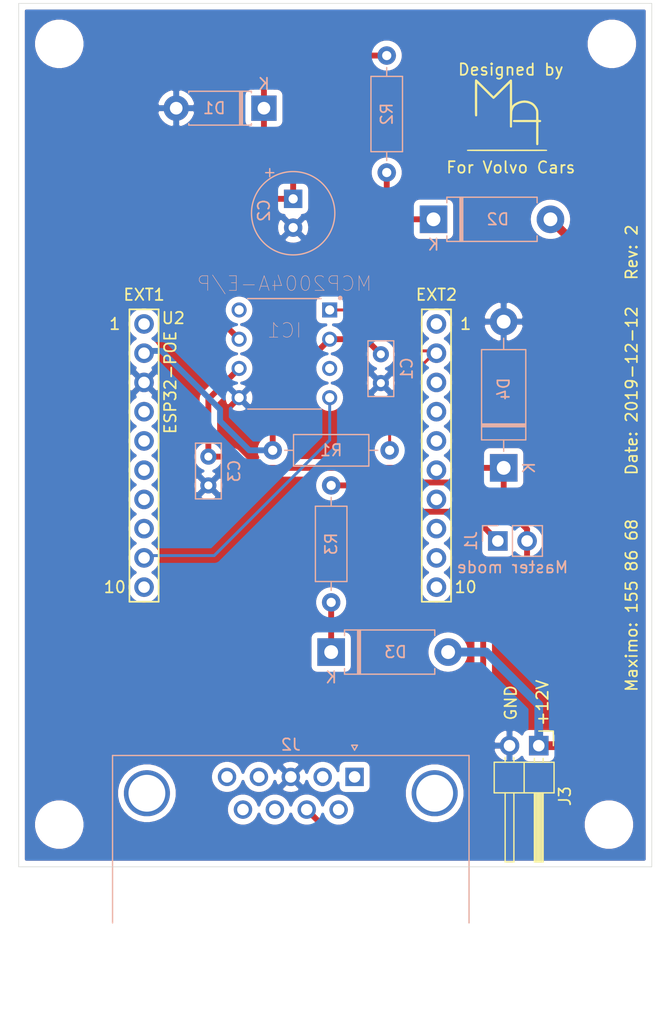
<source format=kicad_pcb>
(kicad_pcb (version 20171130) (host pcbnew "(5.1.4)-1")

  (general
    (thickness 1.6)
    (drawings 10)
    (tracks 67)
    (zones 0)
    (modules 20)
    (nets 37)
  )

  (page A4)
  (title_block
    (title "ESP32POE  LIN-bus Card")
    (date 2019-12-12)
    (rev 2)
    (company "Volvo Cars")
    (comment 1 "PCB designed to just add ESP32-POE to get LIN-bus tranciever to work")
  )

  (layers
    (0 F.Cu signal)
    (31 B.Cu signal)
    (32 B.Adhes user)
    (33 F.Adhes user)
    (34 B.Paste user)
    (35 F.Paste user)
    (36 B.SilkS user)
    (37 F.SilkS user)
    (38 B.Mask user)
    (39 F.Mask user)
    (40 Dwgs.User user)
    (41 Cmts.User user)
    (42 Eco1.User user)
    (43 Eco2.User user)
    (44 Edge.Cuts user)
    (45 Margin user)
    (46 B.CrtYd user)
    (47 F.CrtYd user)
    (48 B.Fab user)
    (49 F.Fab user)
  )

  (setup
    (last_trace_width 0.254)
    (user_trace_width 0.508)
    (user_trace_width 0.762)
    (trace_clearance 0.254)
    (zone_clearance 0.508)
    (zone_45_only no)
    (trace_min 0.2)
    (via_size 0.762)
    (via_drill 0.381)
    (via_min_size 0.4)
    (via_min_drill 0.3)
    (uvia_size 0.762)
    (uvia_drill 0.381)
    (uvias_allowed no)
    (uvia_min_size 0.2)
    (uvia_min_drill 0.1)
    (edge_width 0.05)
    (segment_width 0.2)
    (pcb_text_width 0.3)
    (pcb_text_size 1.5 1.5)
    (mod_edge_width 0.12)
    (mod_text_size 1 1)
    (mod_text_width 0.15)
    (pad_size 1.524 1.524)
    (pad_drill 0.762)
    (pad_to_mask_clearance 0)
    (aux_axis_origin 0 0)
    (visible_elements 7FFFFFFF)
    (pcbplotparams
      (layerselection 0x010f0_ffffffff)
      (usegerberextensions true)
      (usegerberattributes false)
      (usegerberadvancedattributes false)
      (creategerberjobfile false)
      (excludeedgelayer true)
      (linewidth 0.100000)
      (plotframeref false)
      (viasonmask false)
      (mode 1)
      (useauxorigin false)
      (hpglpennumber 1)
      (hpglpenspeed 20)
      (hpglpendiameter 15.000000)
      (psnegative false)
      (psa4output false)
      (plotreference true)
      (plotvalue true)
      (plotinvisibletext false)
      (padsonsilk false)
      (subtractmaskfromsilk false)
      (outputformat 1)
      (mirror false)
      (drillshape 0)
      (scaleselection 1)
      (outputdirectory "Gerbers/"))
  )

  (net 0 "")
  (net 1 GND)
  (net 2 "Net-(U2-Pad20)")
  (net 3 "Net-(U2-Pad19)")
  (net 4 "Net-(U2-Pad18)")
  (net 5 "Net-(U2-Pad17)")
  (net 6 "Net-(U2-Pad16)")
  (net 7 "Net-(U2-Pad15)")
  (net 8 "Net-(U2-Pad14)")
  (net 9 "Net-(U2-Pad13)")
  (net 10 "Net-(U2-Pad11)")
  (net 11 "Net-(U2-Pad10)")
  (net 12 "Net-(U2-Pad8)")
  (net 13 "Net-(U2-Pad7)")
  (net 14 "Net-(U2-Pad6)")
  (net 15 "Net-(U2-Pad5)")
  (net 16 "Net-(U2-Pad4)")
  (net 17 +3V3)
  (net 18 "Net-(C2-Pad1)")
  (net 19 "Net-(C3-Pad2)")
  (net 20 +12V)
  (net 21 "Net-(D2-Pad1)")
  (net 22 "Net-(D3-Pad1)")
  (net 23 "Net-(IC1-Pad8)")
  (net 24 "Net-(IC1-Pad1)")
  (net 25 "Net-(IC1-Pad4)")
  (net 26 "Net-(IC1-Pad3)")
  (net 27 "Net-(J1-Pad1)")
  (net 28 "Net-(J2-Pad0)")
  (net 29 "Net-(J2-Pad9)")
  (net 30 "Net-(J2-Pad8)")
  (net 31 "Net-(J2-Pad6)")
  (net 32 "Net-(J2-Pad5)")
  (net 33 "Net-(J2-Pad4)")
  (net 34 "Net-(J2-Pad2)")
  (net 35 "Net-(J2-Pad1)")
  (net 36 "Net-(U2-Pad1)")

  (net_class Default "This is the default net class."
    (clearance 0.254)
    (trace_width 0.254)
    (via_dia 0.762)
    (via_drill 0.381)
    (uvia_dia 0.762)
    (uvia_drill 0.381)
    (add_net +12V)
    (add_net +3V3)
    (add_net GND)
    (add_net "Net-(C2-Pad1)")
    (add_net "Net-(C3-Pad2)")
    (add_net "Net-(D2-Pad1)")
    (add_net "Net-(D3-Pad1)")
    (add_net "Net-(IC1-Pad1)")
    (add_net "Net-(IC1-Pad3)")
    (add_net "Net-(IC1-Pad4)")
    (add_net "Net-(IC1-Pad8)")
    (add_net "Net-(J1-Pad1)")
    (add_net "Net-(J2-Pad0)")
    (add_net "Net-(J2-Pad1)")
    (add_net "Net-(J2-Pad2)")
    (add_net "Net-(J2-Pad4)")
    (add_net "Net-(J2-Pad5)")
    (add_net "Net-(J2-Pad6)")
    (add_net "Net-(J2-Pad8)")
    (add_net "Net-(J2-Pad9)")
    (add_net "Net-(U2-Pad1)")
    (add_net "Net-(U2-Pad10)")
    (add_net "Net-(U2-Pad11)")
    (add_net "Net-(U2-Pad13)")
    (add_net "Net-(U2-Pad14)")
    (add_net "Net-(U2-Pad15)")
    (add_net "Net-(U2-Pad16)")
    (add_net "Net-(U2-Pad17)")
    (add_net "Net-(U2-Pad18)")
    (add_net "Net-(U2-Pad19)")
    (add_net "Net-(U2-Pad20)")
    (add_net "Net-(U2-Pad4)")
    (add_net "Net-(U2-Pad5)")
    (add_net "Net-(U2-Pad6)")
    (add_net "Net-(U2-Pad7)")
    (add_net "Net-(U2-Pad8)")
  )

  (module ESP32-POE:ESP32-POE (layer F.Cu) (tedit 5DF3841A) (tstamp 5DCEF444)
    (at 148.59 70.304)
    (path /5DA01E34)
    (fp_text reference U2 (at -10.16 2.032 180) (layer F.SilkS)
      (effects (font (size 1 1) (thickness 0.15)))
    )
    (fp_text value ESP32-POE (at -10.414 7.62 90) (layer F.SilkS)
      (effects (font (size 1 1) (thickness 0.15)))
    )
    (fp_line (start -13.97 1.27) (end -11.43 1.27) (layer F.SilkS) (width 0.15))
    (fp_line (start -11.43 1.27) (end -11.43 26.67) (layer F.SilkS) (width 0.15))
    (fp_line (start -11.43 26.67) (end -13.97 26.67) (layer F.SilkS) (width 0.15))
    (fp_line (start -13.97 26.67) (end -13.97 1.27) (layer F.SilkS) (width 0.15))
    (fp_line (start 11.43 1.27) (end 13.97 1.27) (layer F.SilkS) (width 0.15))
    (fp_line (start 13.97 1.27) (end 13.97 26.67) (layer F.SilkS) (width 0.15))
    (fp_line (start 13.97 26.67) (end 11.43 26.67) (layer F.SilkS) (width 0.15))
    (fp_line (start 11.43 26.67) (end 11.43 1.27) (layer F.SilkS) (width 0.15))
    (fp_text user EXT1 (at -12.7 0) (layer F.SilkS)
      (effects (font (size 1 1) (thickness 0.15)))
    )
    (fp_text user EXT2 (at 12.7 0) (layer F.SilkS)
      (effects (font (size 1 1) (thickness 0.15)))
    )
    (fp_text user 1 (at -15.24 2.54) (layer F.SilkS)
      (effects (font (size 1 1) (thickness 0.15)))
    )
    (fp_text user 1 (at 15.24 2.54) (layer F.SilkS)
      (effects (font (size 1 1) (thickness 0.15)))
    )
    (fp_text user 10 (at -15.24 25.4) (layer F.SilkS)
      (effects (font (size 1 1) (thickness 0.15)))
    )
    (fp_text user 10 (at 15.24 25.4) (layer F.SilkS)
      (effects (font (size 1 1) (thickness 0.15)))
    )
    (pad 1 thru_hole circle (at -12.7 2.54) (size 1.7 1.7) (drill 1) (layers *.Cu *.Mask)
      (net 36 "Net-(U2-Pad1)"))
    (pad 2 thru_hole circle (at -12.7 5.08) (size 1.7 1.7) (drill 1) (layers *.Cu *.Mask)
      (net 17 +3V3))
    (pad 3 thru_hole circle (at -12.7 7.62) (size 1.7 1.7) (drill 1) (layers *.Cu *.Mask)
      (net 1 GND))
    (pad 4 thru_hole circle (at -12.7 10.16) (size 1.7 1.7) (drill 1) (layers *.Cu *.Mask)
      (net 16 "Net-(U2-Pad4)"))
    (pad 5 thru_hole circle (at -12.7 12.7) (size 1.7 1.7) (drill 1) (layers *.Cu *.Mask)
      (net 15 "Net-(U2-Pad5)"))
    (pad 6 thru_hole circle (at -12.7 15.24) (size 1.7 1.7) (drill 1) (layers *.Cu *.Mask)
      (net 14 "Net-(U2-Pad6)"))
    (pad 7 thru_hole circle (at -12.7 17.78) (size 1.7 1.7) (drill 1) (layers *.Cu *.Mask)
      (net 13 "Net-(U2-Pad7)"))
    (pad 8 thru_hole circle (at -12.7 20.32) (size 1.7 1.7) (drill 1) (layers *.Cu *.Mask)
      (net 12 "Net-(U2-Pad8)"))
    (pad 9 thru_hole circle (at -12.7 22.86) (size 1.7 1.7) (drill 1) (layers *.Cu *.Mask)
      (net 25 "Net-(IC1-Pad4)"))
    (pad 10 thru_hole circle (at -12.7 25.4) (size 1.7 1.7) (drill 1) (layers *.Cu *.Mask)
      (net 11 "Net-(U2-Pad10)"))
    (pad 11 thru_hole circle (at 12.7 2.54) (size 1.7 1.7) (drill 1) (layers *.Cu *.Mask)
      (net 10 "Net-(U2-Pad11)"))
    (pad 12 thru_hole circle (at 12.7 5.08) (size 1.7 1.7) (drill 1) (layers *.Cu *.Mask)
      (net 24 "Net-(IC1-Pad1)"))
    (pad 13 thru_hole circle (at 12.7 7.62) (size 1.7 1.7) (drill 1) (layers *.Cu *.Mask)
      (net 9 "Net-(U2-Pad13)"))
    (pad 14 thru_hole circle (at 12.7 10.16) (size 1.7 1.7) (drill 1) (layers *.Cu *.Mask)
      (net 8 "Net-(U2-Pad14)"))
    (pad 15 thru_hole circle (at 12.7 12.7) (size 1.7 1.7) (drill 1) (layers *.Cu *.Mask)
      (net 7 "Net-(U2-Pad15)"))
    (pad 16 thru_hole circle (at 12.7 15.24) (size 1.7 1.7) (drill 1) (layers *.Cu *.Mask)
      (net 6 "Net-(U2-Pad16)"))
    (pad 17 thru_hole circle (at 12.7 17.78) (size 1.7 1.7) (drill 1) (layers *.Cu *.Mask)
      (net 5 "Net-(U2-Pad17)"))
    (pad 18 thru_hole circle (at 12.7 20.32) (size 1.7 1.7) (drill 1) (layers *.Cu *.Mask)
      (net 4 "Net-(U2-Pad18)"))
    (pad 19 thru_hole circle (at 12.7 22.86) (size 1.7 1.7) (drill 1) (layers *.Cu *.Mask)
      (net 3 "Net-(U2-Pad19)"))
    (pad 20 thru_hole circle (at 12.7 25.4) (size 1.7 1.7) (drill 1) (layers *.Cu *.Mask)
      (net 2 "Net-(U2-Pad20)"))
    (model ${KISYS3DMOD}/Connector_PinSocket_2.54mm.3dshapes/PinSocket_1x10_P2.54mm_Vertical.step
      (offset (xyz 12.7 -2.54 0))
      (scale (xyz 1 1 1))
      (rotate (xyz 0 0 0))
    )
    (model ${KISYS3DMOD}/Connector_PinSocket_2.54mm.3dshapes/PinSocket_1x10_P2.54mm_Vertical.step
      (offset (xyz -12.7 -2.54 0))
      (scale (xyz 1 1 1))
      (rotate (xyz 0 0 0))
    )
  )

  (module Logo:LOGO_10mm (layer F.Cu) (tedit 5B923133) (tstamp 5DD28D4F)
    (at 167.5 54.75)
    (fp_text reference G*** (at 0 -5.08) (layer F.SilkS) hide
      (effects (font (size 1.524 1.524) (thickness 0.3)))
    )
    (fp_text value LOGO_10mm (at 0 5.08) (layer F.SilkS) hide
      (effects (font (size 1.524 1.524) (thickness 0.3)))
    )
    (fp_poly (pts (xy 0.274052 2.950886) (xy 0.596612 2.950902) (xy 0.896007 2.950936) (xy 1.173105 2.950994)
      (xy 1.428773 2.95108) (xy 1.663881 2.951202) (xy 1.879295 2.951364) (xy 2.075885 2.951572)
      (xy 2.254518 2.951833) (xy 2.416063 2.952151) (xy 2.561387 2.952533) (xy 2.69136 2.952983)
      (xy 2.806849 2.953509) (xy 2.908722 2.954115) (xy 2.997847 2.954807) (xy 3.075094 2.955592)
      (xy 3.141329 2.956474) (xy 3.197421 2.957459) (xy 3.244239 2.958554) (xy 3.282649 2.959763)
      (xy 3.313522 2.961093) (xy 3.337724 2.962549) (xy 3.356124 2.964136) (xy 3.36959 2.965862)
      (xy 3.378991 2.967731) (xy 3.385194 2.969749) (xy 3.389067 2.971922) (xy 3.390962 2.973652)
      (xy 3.409707 3.006568) (xy 3.403734 3.037349) (xy 3.388799 3.054786) (xy 3.385266 3.056866)
      (xy 3.378852 3.058802) (xy 3.368697 3.060599) (xy 3.353938 3.062263) (xy 3.333715 3.063798)
      (xy 3.307165 3.06521) (xy 3.273426 3.066503) (xy 3.231638 3.067682) (xy 3.180939 3.068754)
      (xy 3.120467 3.069723) (xy 3.04936 3.070593) (xy 2.966758 3.071371) (xy 2.871798 3.072062)
      (xy 2.763618 3.072669) (xy 2.641358 3.0732) (xy 2.504156 3.073658) (xy 2.35115 3.074049)
      (xy 2.181479 3.074378) (xy 1.99428 3.074649) (xy 1.788693 3.07487) (xy 1.563856 3.075043)
      (xy 1.318908 3.075175) (xy 1.052986 3.07527) (xy 0.765229 3.075335) (xy 0.454776 3.075373)
      (xy 0.120764 3.07539) (xy -0.07687 3.075392) (xy -0.423464 3.075388) (xy -0.746025 3.075371)
      (xy -1.04542 3.075338) (xy -1.322518 3.07528) (xy -1.578186 3.075193) (xy -1.813293 3.075072)
      (xy -2.028708 3.07491) (xy -2.225297 3.074701) (xy -2.403931 3.074441) (xy -2.565475 3.074123)
      (xy -2.7108 3.073741) (xy -2.840772 3.073291) (xy -2.956261 3.072765) (xy -3.058134 3.072159)
      (xy -3.14726 3.071467) (xy -3.224506 3.070682) (xy -3.290741 3.0698) (xy -3.346834 3.068815)
      (xy -3.393651 3.06772) (xy -3.432062 3.066511) (xy -3.462934 3.065181) (xy -3.487136 3.063725)
      (xy -3.505536 3.062137) (xy -3.519003 3.060412) (xy -3.528403 3.058543) (xy -3.534606 3.056525)
      (xy -3.53848 3.054352) (xy -3.540375 3.052622) (xy -3.559119 3.019705) (xy -3.553146 2.988925)
      (xy -3.538211 2.971488) (xy -3.534678 2.969408) (xy -3.528265 2.967472) (xy -3.51811 2.965674)
      (xy -3.503351 2.964011) (xy -3.483127 2.962476) (xy -3.456577 2.961064) (xy -3.422839 2.959771)
      (xy -3.381051 2.958591) (xy -3.330351 2.95752) (xy -3.269879 2.956551) (xy -3.198773 2.95568)
      (xy -3.11617 2.954903) (xy -3.02121 2.954212) (xy -2.913031 2.953604) (xy -2.790771 2.953074)
      (xy -2.653569 2.952616) (xy -2.500563 2.952225) (xy -2.330891 2.951896) (xy -2.143693 2.951624)
      (xy -1.938106 2.951404) (xy -1.713269 2.951231) (xy -1.46832 2.951099) (xy -1.202398 2.951003)
      (xy -0.914641 2.950939) (xy -0.604188 2.950901) (xy -0.270177 2.950884) (xy -0.072543 2.950882)
      (xy 0.274052 2.950886)) (layer F.SilkS) (width 0.01))
    (fp_poly (pts (xy -2.747545 -3.147884) (xy -2.734699 -3.140546) (xy -2.716416 -3.127042) (xy -2.691603 -3.10633)
      (xy -2.65917 -3.077369) (xy -2.618023 -3.039116) (xy -2.567071 -2.990528) (xy -2.505222 -2.930565)
      (xy -2.431383 -2.858183) (xy -2.344463 -2.772341) (xy -2.243369 -2.671997) (xy -2.12701 -2.556109)
      (xy -1.994293 -2.423634) (xy -1.985125 -2.414475) (xy -1.248813 -1.678852) (xy -0.530542 -2.396787)
      (xy -0.41901 -2.508089) (xy -0.312039 -2.614495) (xy -0.211003 -2.714657) (xy -0.117278 -2.807228)
      (xy -0.032242 -2.890858) (xy 0.04273 -2.9642) (xy 0.106262 -3.025905) (xy 0.156977 -3.074624)
      (xy 0.193499 -3.109009) (xy 0.214453 -3.127713) (xy 0.218462 -3.130667) (xy 0.263316 -3.141846)
      (xy 0.304583 -3.129547) (xy 0.337335 -3.0955) (xy 0.341423 -3.088033) (xy 0.345013 -3.078845)
      (xy 0.348136 -3.066358) (xy 0.350826 -3.048996) (xy 0.353116 -3.025181) (xy 0.35504 -2.993337)
      (xy 0.35663 -2.951888) (xy 0.357918 -2.899255) (xy 0.358939 -2.833862) (xy 0.359725 -2.754133)
      (xy 0.360309 -2.658491) (xy 0.360724 -2.545358) (xy 0.361003 -2.413158) (xy 0.361179 -2.260314)
      (xy 0.361285 -2.085249) (xy 0.361335 -1.948579) (xy 0.361685 -0.840442) (xy 0.417712 -0.904858)
      (xy 0.46665 -0.955762) (xy 0.522871 -1.00299) (xy 0.590994 -1.049865) (xy 0.675641 -1.099711)
      (xy 0.728217 -1.128169) (xy 0.905794 -1.209636) (xy 1.086034 -1.267906) (xy 1.267266 -1.302743)
      (xy 1.447821 -1.313909) (xy 1.626027 -1.301167) (xy 1.761813 -1.274609) (xy 1.838396 -1.251668)
      (xy 1.92591 -1.219735) (xy 2.014534 -1.1828) (xy 2.094445 -1.144854) (xy 2.133503 -1.123621)
      (xy 2.221662 -1.061778) (xy 2.310261 -0.98033) (xy 2.395553 -0.884222) (xy 2.47379 -0.778396)
      (xy 2.541224 -0.667795) (xy 2.594107 -0.557363) (xy 2.621158 -0.480426) (xy 2.627312 -0.455637)
      (xy 2.63223 -0.426192) (xy 2.636061 -0.389074) (xy 2.638957 -0.341265) (xy 2.641066 -0.279748)
      (xy 2.642538 -0.201505) (xy 2.643524 -0.10352) (xy 2.64401 -0.020391) (xy 2.645833 0.367304)
      (xy 2.741076 0.373529) (xy 2.807059 0.381456) (xy 2.851598 0.396321) (xy 2.877629 0.419982)
      (xy 2.888087 0.454295) (xy 2.888627 0.466911) (xy 2.882258 0.504774) (xy 2.861195 0.531427)
      (xy 2.822503 0.54873) (xy 2.763245 0.558538) (xy 2.741076 0.560294) (xy 2.645833 0.566519)
      (xy 2.644185 1.519019) (xy 2.643904 1.671227) (xy 2.643599 1.816471) (xy 2.643279 1.952786)
      (xy 2.642948 2.078211) (xy 2.642614 2.190782) (xy 2.642282 2.288535) (xy 2.641959 2.369508)
      (xy 2.641651 2.431738) (xy 2.641365 2.473261) (xy 2.641106 2.492115) (xy 2.641073 2.492823)
      (xy 2.627655 2.525166) (xy 2.597226 2.549457) (xy 2.557257 2.562183) (xy 2.515222 2.559831)
      (xy 2.505497 2.556568) (xy 2.489013 2.541736) (xy 2.471424 2.514913) (xy 2.471257 2.514591)
      (xy 2.467794 2.505125) (xy 2.464783 2.489949) (xy 2.462192 2.467436) (xy 2.459993 2.43596)
      (xy 2.458156 2.393896) (xy 2.456649 2.339617) (xy 2.455443 2.271497) (xy 2.454508 2.18791)
      (xy 2.453815 2.087231) (xy 2.453331 1.967832) (xy 2.453029 1.828089) (xy 2.452876 1.666374)
      (xy 2.452843 1.519638) (xy 2.452843 0.560294) (xy 1.487273 0.560294) (xy 1.303592 0.560292)
      (xy 1.143205 0.560219) (xy 1.004506 0.55997) (xy 0.885886 0.559443) (xy 0.785739 0.558533)
      (xy 0.702457 0.557137) (xy 0.634433 0.555152) (xy 0.580059 0.552475) (xy 0.537728 0.549001)
      (xy 0.505832 0.544628) (xy 0.482765 0.539252) (xy 0.466919 0.53277) (xy 0.456687 0.525077)
      (xy 0.45046 0.516072) (xy 0.446633 0.505649) (xy 0.443597 0.493707) (xy 0.443448 0.493112)
      (xy 0.442829 0.449394) (xy 0.460102 0.410845) (xy 0.491287 0.386192) (xy 0.492401 0.385757)
      (xy 0.511188 0.383393) (xy 0.553892 0.381253) (xy 0.61953 0.379348) (xy 0.707117 0.37769)
      (xy 0.815671 0.376293) (xy 0.944207 0.375166) (xy 1.091743 0.374324) (xy 1.257293 0.373778)
      (xy 1.439874 0.373539) (xy 1.488156 0.373529) (xy 2.451749 0.373529) (xy 2.455409 0.015563)
      (xy 2.456339 -0.101471) (xy 2.456211 -0.197036) (xy 2.454596 -0.274557) (xy 2.451068 -0.337457)
      (xy 2.4452 -0.389162) (xy 2.436564 -0.433097) (xy 2.424735 -0.472686) (xy 2.409285 -0.511353)
      (xy 2.389787 -0.552524) (xy 2.38287 -0.5663) (xy 2.303376 -0.702039) (xy 2.212152 -0.816937)
      (xy 2.107322 -0.912474) (xy 1.987013 -0.99013) (xy 1.84935 -1.051386) (xy 1.717695 -1.091561)
      (xy 1.554656 -1.120094) (xy 1.387961 -1.124869) (xy 1.21984 -1.106325) (xy 1.052526 -1.0649)
      (xy 0.888249 -1.001031) (xy 0.729243 -0.915157) (xy 0.689727 -0.889736) (xy 0.632597 -0.849277)
      (xy 0.590164 -0.812164) (xy 0.55469 -0.770939) (xy 0.5299 -0.735712) (xy 0.497 -0.681245)
      (xy 0.46526 -0.620444) (xy 0.441521 -0.56642) (xy 0.441417 -0.566143) (xy 0.426121 -0.525288)
      (xy 0.413148 -0.488936) (xy 0.402283 -0.454663) (xy 0.393312 -0.420047) (xy 0.386018 -0.382663)
      (xy 0.380186 -0.340086) (xy 0.375601 -0.289895) (xy 0.372047 -0.229664) (xy 0.36931 -0.156969)
      (xy 0.367173 -0.069388) (xy 0.365422 0.035504) (xy 0.363842 0.160131) (xy 0.362216 0.306916)
      (xy 0.361988 0.327951) (xy 0.354853 0.985854) (xy 0.325459 1.009642) (xy 0.283494 1.030753)
      (xy 0.240448 1.026993) (xy 0.20712 1.007625) (xy 0.174313 0.98182) (xy 0.174313 -0.916051)
      (xy 0.174255 -1.131358) (xy 0.174084 -1.339782) (xy 0.173806 -1.539971) (xy 0.173429 -1.730576)
      (xy 0.172959 -1.910246) (xy 0.172402 -2.077632) (xy 0.171764 -2.231383) (xy 0.171053 -2.370149)
      (xy 0.170274 -2.49258) (xy 0.169434 -2.597325) (xy 0.16854 -2.683035) (xy 0.167597 -2.748359)
      (xy 0.166613 -2.791947) (xy 0.165594 -2.81245) (xy 0.165235 -2.813922) (xy 0.155189 -2.805337)
      (xy 0.128918 -2.780482) (xy 0.087794 -2.74071) (xy 0.033188 -2.687369) (xy -0.033528 -2.621813)
      (xy -0.110982 -2.545391) (xy -0.197804 -2.459456) (xy -0.292622 -2.365357) (xy -0.394063 -2.264446)
      (xy -0.500757 -2.158074) (xy -0.516456 -2.142403) (xy -0.658398 -2.001029) (xy -0.785126 -1.875509)
      (xy -0.896371 -1.766105) (xy -0.991861 -1.673076) (xy -1.071326 -1.596684) (xy -1.134496 -1.537189)
      (xy -1.1811 -1.49485) (xy -1.210867 -1.46993) (xy -1.222411 -1.462701) (xy -1.258455 -1.45964)
      (xy -1.283761 -1.463406) (xy -1.296877 -1.473451) (xy -1.326141 -1.499765) (xy -1.370132 -1.54097)
      (xy -1.427431 -1.595686) (xy -1.496616 -1.662534) (xy -1.576268 -1.740136) (xy -1.664967 -1.827113)
      (xy -1.761292 -1.922084) (xy -1.863822 -2.023672) (xy -1.971139 -2.130498) (xy -1.983776 -2.143109)
      (xy -2.0911 -2.250107) (xy -2.193403 -2.351837) (xy -2.289309 -2.446946) (xy -2.377442 -2.534083)
      (xy -2.456427 -2.611894) (xy -2.524888 -2.679029) (xy -2.581448 -2.734134) (xy -2.624732 -2.775859)
      (xy -2.653364 -2.80285) (xy -2.665968 -2.813756) (xy -2.666371 -2.813922) (xy -2.667761 -2.801732)
      (xy -2.669098 -2.766206) (xy -2.670369 -2.70891) (xy -2.671564 -2.631409) (xy -2.672671 -2.53527)
      (xy -2.673677 -2.422059) (xy -2.674571 -2.293341) (xy -2.675341 -2.150682) (xy -2.675975 -1.995648)
      (xy -2.676463 -1.829805) (xy -2.676791 -1.654719) (xy -2.676949 -1.471955) (xy -2.676961 -1.402906)
      (xy -2.676961 0.00811) (xy -2.705778 0.035182) (xy -2.746013 0.059001) (xy -2.787141 0.060307)
      (xy -2.823373 0.040575) (xy -2.848922 0.001283) (xy -2.849965 -0.001595) (xy -2.852084 -0.020051)
      (xy -2.854038 -0.061529) (xy -2.855825 -0.124151) (xy -2.857445 -0.20604) (xy -2.8589 -0.305316)
      (xy -2.860189 -0.4201) (xy -2.861311 -0.548516) (xy -2.862267 -0.688683) (xy -2.863058 -0.838723)
      (xy -2.863682 -0.996759) (xy -2.864139 -1.160911) (xy -2.864431 -1.329301) (xy -2.864557 -1.500051)
      (xy -2.864516 -1.671281) (xy -2.86431 -1.841114) (xy -2.863937 -2.007671) (xy -2.863398 -2.169073)
      (xy -2.862693 -2.323443) (xy -2.861822 -2.468901) (xy -2.860784 -2.603568) (xy -2.859581 -2.725568)
      (xy -2.858211 -2.83302) (xy -2.856675 -2.924047) (xy -2.854973 -2.99677) (xy -2.853105 -3.049311)
      (xy -2.851071 -3.07979) (xy -2.849965 -3.086248) (xy -2.82652 -3.126252) (xy -2.789363 -3.14651)
      (xy -2.756047 -3.150098) (xy -2.747545 -3.147884)) (layer F.SilkS) (width 0.01))
  )

  (module Connector_Dsub:DSUB-9_Male_Horizontal_P2.77x2.84mm_EdgePinOffset9.90mm_Housed_MountingHolesOffset11.32mm (layer B.Cu) (tedit 59FEDEE2) (tstamp 5DEE3B62)
    (at 154.178 112.188 180)
    (descr "9-pin D-Sub connector, horizontal/angled (90 deg), THT-mount, male, pitch 2.77x2.84mm, pin-PCB-offset 9.9mm, distance of mounting holes 25mm, distance of mounting holes to PCB edge 11.32mm, see https://disti-assets.s3.amazonaws.com/tonar/files/datasheets/16730.pdf")
    (tags "9-pin D-Sub connector horizontal angled 90deg THT male pitch 2.77x2.84mm pin-PCB-offset 9.9mm mounting-holes-distance 25mm mounting-hole-offset 25mm")
    (path /5DCD0CFB)
    (fp_text reference J2 (at 5.54 2.8) (layer B.SilkS)
      (effects (font (size 1 1) (thickness 0.15)) (justify mirror))
    )
    (fp_text value "DB9 Linbus" (at 5.54 -20.64) (layer B.Fab)
      (effects (font (size 1 1) (thickness 0.15)) (justify mirror))
    )
    (fp_text user %R (at 5.54 -16.14) (layer B.Fab)
      (effects (font (size 1 1) (thickness 0.15)) (justify mirror))
    )
    (fp_line (start 21.5 2.35) (end -10.4 2.35) (layer B.CrtYd) (width 0.05))
    (fp_line (start 21.5 -19.65) (end 21.5 2.35) (layer B.CrtYd) (width 0.05))
    (fp_line (start -10.4 -19.65) (end 21.5 -19.65) (layer B.CrtYd) (width 0.05))
    (fp_line (start -10.4 2.35) (end -10.4 -19.65) (layer B.CrtYd) (width 0.05))
    (fp_line (start 0 2.321325) (end -0.25 2.754338) (layer B.SilkS) (width 0.12))
    (fp_line (start 0.25 2.754338) (end 0 2.321325) (layer B.SilkS) (width 0.12))
    (fp_line (start -0.25 2.754338) (end 0.25 2.754338) (layer B.SilkS) (width 0.12))
    (fp_line (start 21.025 1.86) (end 21.025 -12.68) (layer B.SilkS) (width 0.12))
    (fp_line (start -9.945 1.86) (end 21.025 1.86) (layer B.SilkS) (width 0.12))
    (fp_line (start -9.945 -12.68) (end -9.945 1.86) (layer B.SilkS) (width 0.12))
    (fp_line (start 19.64 -12.74) (end 19.64 -1.42) (layer B.Fab) (width 0.1))
    (fp_line (start 16.44 -12.74) (end 16.44 -1.42) (layer B.Fab) (width 0.1))
    (fp_line (start -5.36 -12.74) (end -5.36 -1.42) (layer B.Fab) (width 0.1))
    (fp_line (start -8.56 -12.74) (end -8.56 -1.42) (layer B.Fab) (width 0.1))
    (fp_line (start 20.54 -13.14) (end 15.54 -13.14) (layer B.Fab) (width 0.1))
    (fp_line (start 20.54 -18.14) (end 20.54 -13.14) (layer B.Fab) (width 0.1))
    (fp_line (start 15.54 -18.14) (end 20.54 -18.14) (layer B.Fab) (width 0.1))
    (fp_line (start 15.54 -13.14) (end 15.54 -18.14) (layer B.Fab) (width 0.1))
    (fp_line (start -4.46 -13.14) (end -9.46 -13.14) (layer B.Fab) (width 0.1))
    (fp_line (start -4.46 -18.14) (end -4.46 -13.14) (layer B.Fab) (width 0.1))
    (fp_line (start -9.46 -18.14) (end -4.46 -18.14) (layer B.Fab) (width 0.1))
    (fp_line (start -9.46 -13.14) (end -9.46 -18.14) (layer B.Fab) (width 0.1))
    (fp_line (start 13.69 -13.14) (end -2.61 -13.14) (layer B.Fab) (width 0.1))
    (fp_line (start 13.69 -19.14) (end 13.69 -13.14) (layer B.Fab) (width 0.1))
    (fp_line (start -2.61 -19.14) (end 13.69 -19.14) (layer B.Fab) (width 0.1))
    (fp_line (start -2.61 -13.14) (end -2.61 -19.14) (layer B.Fab) (width 0.1))
    (fp_line (start 20.965 -12.74) (end -9.885 -12.74) (layer B.Fab) (width 0.1))
    (fp_line (start 20.965 -13.14) (end 20.965 -12.74) (layer B.Fab) (width 0.1))
    (fp_line (start -9.885 -13.14) (end 20.965 -13.14) (layer B.Fab) (width 0.1))
    (fp_line (start -9.885 -12.74) (end -9.885 -13.14) (layer B.Fab) (width 0.1))
    (fp_line (start 20.965 1.8) (end -9.885 1.8) (layer B.Fab) (width 0.1))
    (fp_line (start 20.965 -12.74) (end 20.965 1.8) (layer B.Fab) (width 0.1))
    (fp_line (start -9.885 -12.74) (end 20.965 -12.74) (layer B.Fab) (width 0.1))
    (fp_line (start -9.885 1.8) (end -9.885 -12.74) (layer B.Fab) (width 0.1))
    (fp_arc (start 18.04 -1.42) (end 16.44 -1.42) (angle -180) (layer B.Fab) (width 0.1))
    (fp_arc (start -6.96 -1.42) (end -8.56 -1.42) (angle -180) (layer B.Fab) (width 0.1))
    (pad 0 thru_hole circle (at 18.04 -1.42 180) (size 4 4) (drill 3.2) (layers *.Cu *.Mask)
      (net 28 "Net-(J2-Pad0)"))
    (pad 0 thru_hole circle (at -6.96 -1.42 180) (size 4 4) (drill 3.2) (layers *.Cu *.Mask)
      (net 28 "Net-(J2-Pad0)"))
    (pad 9 thru_hole circle (at 9.695 -2.84 180) (size 1.6 1.6) (drill 1) (layers *.Cu *.Mask)
      (net 29 "Net-(J2-Pad9)"))
    (pad 8 thru_hole circle (at 6.925 -2.84 180) (size 1.6 1.6) (drill 1) (layers *.Cu *.Mask)
      (net 30 "Net-(J2-Pad8)"))
    (pad 7 thru_hole circle (at 4.155 -2.84 180) (size 1.6 1.6) (drill 1) (layers *.Cu *.Mask)
      (net 19 "Net-(C3-Pad2)"))
    (pad 6 thru_hole circle (at 1.385 -2.84 180) (size 1.6 1.6) (drill 1) (layers *.Cu *.Mask)
      (net 31 "Net-(J2-Pad6)"))
    (pad 5 thru_hole circle (at 11.08 0 180) (size 1.6 1.6) (drill 1) (layers *.Cu *.Mask)
      (net 32 "Net-(J2-Pad5)"))
    (pad 4 thru_hole circle (at 8.31 0 180) (size 1.6 1.6) (drill 1) (layers *.Cu *.Mask)
      (net 33 "Net-(J2-Pad4)"))
    (pad 3 thru_hole circle (at 5.54 0 180) (size 1.6 1.6) (drill 1) (layers *.Cu *.Mask)
      (net 1 GND))
    (pad 2 thru_hole circle (at 2.77 0 180) (size 1.6 1.6) (drill 1) (layers *.Cu *.Mask)
      (net 34 "Net-(J2-Pad2)"))
    (pad 1 thru_hole rect (at 0 0 180) (size 1.6 1.6) (drill 1) (layers *.Cu *.Mask)
      (net 35 "Net-(J2-Pad1)"))
    (model ${KISYS3DMOD}/Connector_Dsub.3dshapes/DSUB-9_Male_Horizontal_P2.77x2.84mm_EdgePinOffset9.90mm_Housed_MountingHolesOffset11.32mm.wrl
      (at (xyz 0 0 0))
      (scale (xyz 1 1 1))
      (rotate (xyz 0 0 0))
    )
    (model "Y:/Data/KiCAD/Libraries/3D models/2777708 (1)/0965_S_Standard_male_ang_9_pins_2_54.stp"
      (offset (xyz 5.461 -12.573 3.254))
      (scale (xyz 1 1 1))
      (rotate (xyz 90 0 180))
    )
  )

  (module Connector_PinHeader_2.54mm:PinHeader_1x02_P2.54mm_Horizontal (layer F.Cu) (tedit 59FED5CB) (tstamp 5DCEFB0D)
    (at 170.18 109.474 270)
    (descr "Through hole angled pin header, 1x02, 2.54mm pitch, 6mm pin length, single row")
    (tags "Through hole angled pin header THT 1x02 2.54mm single row")
    (path /5DD0A182)
    (fp_text reference J3 (at 4.385 -2.27 90) (layer F.SilkS)
      (effects (font (size 1 1) (thickness 0.15)))
    )
    (fp_text value Vbatt (at 4.385 4.81 90) (layer F.Fab)
      (effects (font (size 1 1) (thickness 0.15)))
    )
    (fp_text user %R (at 2.77 1.27) (layer F.Fab)
      (effects (font (size 1 1) (thickness 0.15)))
    )
    (fp_line (start 10.55 -1.8) (end -1.8 -1.8) (layer F.CrtYd) (width 0.05))
    (fp_line (start 10.55 4.35) (end 10.55 -1.8) (layer F.CrtYd) (width 0.05))
    (fp_line (start -1.8 4.35) (end 10.55 4.35) (layer F.CrtYd) (width 0.05))
    (fp_line (start -1.8 -1.8) (end -1.8 4.35) (layer F.CrtYd) (width 0.05))
    (fp_line (start -1.27 -1.27) (end 0 -1.27) (layer F.SilkS) (width 0.12))
    (fp_line (start -1.27 0) (end -1.27 -1.27) (layer F.SilkS) (width 0.12))
    (fp_line (start 1.042929 2.92) (end 1.44 2.92) (layer F.SilkS) (width 0.12))
    (fp_line (start 1.042929 2.16) (end 1.44 2.16) (layer F.SilkS) (width 0.12))
    (fp_line (start 10.1 2.92) (end 4.1 2.92) (layer F.SilkS) (width 0.12))
    (fp_line (start 10.1 2.16) (end 10.1 2.92) (layer F.SilkS) (width 0.12))
    (fp_line (start 4.1 2.16) (end 10.1 2.16) (layer F.SilkS) (width 0.12))
    (fp_line (start 1.44 1.27) (end 4.1 1.27) (layer F.SilkS) (width 0.12))
    (fp_line (start 1.11 0.38) (end 1.44 0.38) (layer F.SilkS) (width 0.12))
    (fp_line (start 1.11 -0.38) (end 1.44 -0.38) (layer F.SilkS) (width 0.12))
    (fp_line (start 4.1 0.28) (end 10.1 0.28) (layer F.SilkS) (width 0.12))
    (fp_line (start 4.1 0.16) (end 10.1 0.16) (layer F.SilkS) (width 0.12))
    (fp_line (start 4.1 0.04) (end 10.1 0.04) (layer F.SilkS) (width 0.12))
    (fp_line (start 4.1 -0.08) (end 10.1 -0.08) (layer F.SilkS) (width 0.12))
    (fp_line (start 4.1 -0.2) (end 10.1 -0.2) (layer F.SilkS) (width 0.12))
    (fp_line (start 4.1 -0.32) (end 10.1 -0.32) (layer F.SilkS) (width 0.12))
    (fp_line (start 10.1 0.38) (end 4.1 0.38) (layer F.SilkS) (width 0.12))
    (fp_line (start 10.1 -0.38) (end 10.1 0.38) (layer F.SilkS) (width 0.12))
    (fp_line (start 4.1 -0.38) (end 10.1 -0.38) (layer F.SilkS) (width 0.12))
    (fp_line (start 4.1 -1.33) (end 1.44 -1.33) (layer F.SilkS) (width 0.12))
    (fp_line (start 4.1 3.87) (end 4.1 -1.33) (layer F.SilkS) (width 0.12))
    (fp_line (start 1.44 3.87) (end 4.1 3.87) (layer F.SilkS) (width 0.12))
    (fp_line (start 1.44 -1.33) (end 1.44 3.87) (layer F.SilkS) (width 0.12))
    (fp_line (start 4.04 2.86) (end 10.04 2.86) (layer F.Fab) (width 0.1))
    (fp_line (start 10.04 2.22) (end 10.04 2.86) (layer F.Fab) (width 0.1))
    (fp_line (start 4.04 2.22) (end 10.04 2.22) (layer F.Fab) (width 0.1))
    (fp_line (start -0.32 2.86) (end 1.5 2.86) (layer F.Fab) (width 0.1))
    (fp_line (start -0.32 2.22) (end -0.32 2.86) (layer F.Fab) (width 0.1))
    (fp_line (start -0.32 2.22) (end 1.5 2.22) (layer F.Fab) (width 0.1))
    (fp_line (start 4.04 0.32) (end 10.04 0.32) (layer F.Fab) (width 0.1))
    (fp_line (start 10.04 -0.32) (end 10.04 0.32) (layer F.Fab) (width 0.1))
    (fp_line (start 4.04 -0.32) (end 10.04 -0.32) (layer F.Fab) (width 0.1))
    (fp_line (start -0.32 0.32) (end 1.5 0.32) (layer F.Fab) (width 0.1))
    (fp_line (start -0.32 -0.32) (end -0.32 0.32) (layer F.Fab) (width 0.1))
    (fp_line (start -0.32 -0.32) (end 1.5 -0.32) (layer F.Fab) (width 0.1))
    (fp_line (start 1.5 -0.635) (end 2.135 -1.27) (layer F.Fab) (width 0.1))
    (fp_line (start 1.5 3.81) (end 1.5 -0.635) (layer F.Fab) (width 0.1))
    (fp_line (start 4.04 3.81) (end 1.5 3.81) (layer F.Fab) (width 0.1))
    (fp_line (start 4.04 -1.27) (end 4.04 3.81) (layer F.Fab) (width 0.1))
    (fp_line (start 2.135 -1.27) (end 4.04 -1.27) (layer F.Fab) (width 0.1))
    (pad 2 thru_hole oval (at 0 2.54 270) (size 1.7 1.7) (drill 1) (layers *.Cu *.Mask)
      (net 1 GND))
    (pad 1 thru_hole rect (at 0 0 270) (size 1.7 1.7) (drill 1) (layers *.Cu *.Mask)
      (net 20 +12V))
    (model ${KISYS3DMOD}/Connector_PinHeader_2.54mm.3dshapes/PinHeader_1x02_P2.54mm_Horizontal.wrl
      (at (xyz 0 0 0))
      (scale (xyz 1 1 1))
      (rotate (xyz 0 0 0))
    )
  )

  (module Capacitor_THT:CP_Radial_Tantal_D7.0mm_P2.50mm (layer B.Cu) (tedit 5AE50EF0) (tstamp 5DCEC3F5)
    (at 148.844 61.976 270)
    (descr "CP, Radial_Tantal series, Radial, pin pitch=2.50mm, , diameter=7.0mm, Tantal Electrolytic Capacitor, http://cdn-reichelt.de/documents/datenblatt/B300/TANTAL-TB-Serie%23.pdf")
    (tags "CP Radial_Tantal series Radial pin pitch 2.50mm  diameter 7.0mm Tantal Electrolytic Capacitor")
    (path /5DCE2075)
    (fp_text reference C2 (at 1.016 2.54 90) (layer B.SilkS)
      (effects (font (size 1 1) (thickness 0.15)) (justify mirror))
    )
    (fp_text value 1uF (at 1.25 -4.75 90) (layer B.Fab)
      (effects (font (size 1 1) (thickness 0.15)) (justify mirror))
    )
    (fp_text user %R (at 1.25 0 90) (layer B.Fab)
      (effects (font (size 1 1) (thickness 0.15)) (justify mirror))
    )
    (fp_line (start -2.274723 2.385) (end -2.274723 1.685) (layer B.SilkS) (width 0.12))
    (fp_line (start -2.624723 2.035) (end -1.924723 2.035) (layer B.SilkS) (width 0.12))
    (fp_line (start -1.395708 1.8775) (end -1.395708 1.1775) (layer B.Fab) (width 0.1))
    (fp_line (start -1.745708 1.5275) (end -1.045708 1.5275) (layer B.Fab) (width 0.1))
    (fp_circle (center 1.25 0) (end 5 0) (layer B.CrtYd) (width 0.05))
    (fp_circle (center 1.25 0) (end 4.87 0) (layer B.SilkS) (width 0.12))
    (fp_circle (center 1.25 0) (end 4.75 0) (layer B.Fab) (width 0.1))
    (pad 2 thru_hole circle (at 2.5 0 270) (size 1.6 1.6) (drill 0.8) (layers *.Cu *.Mask)
      (net 1 GND))
    (pad 1 thru_hole rect (at 0 0 270) (size 1.6 1.6) (drill 0.8) (layers *.Cu *.Mask)
      (net 18 "Net-(C2-Pad1)"))
    (model ${KISYS3DMOD}/Capacitor_THT.3dshapes/CP_Radial_Tantal_D7.0mm_P2.50mm.wrl
      (at (xyz 0 0 0))
      (scale (xyz 1 1 1))
      (rotate (xyz 0 0 0))
    )
  )

  (module Resistor_THT:R_Axial_DIN0207_L6.3mm_D2.5mm_P10.16mm_Horizontal (layer B.Cu) (tedit 5AE5139B) (tstamp 5DCEA9E7)
    (at 152.146 97.028 90)
    (descr "Resistor, Axial_DIN0207 series, Axial, Horizontal, pin pitch=10.16mm, 0.25W = 1/4W, length*diameter=6.3*2.5mm^2, http://cdn-reichelt.de/documents/datenblatt/B400/1_4W%23YAG.pdf")
    (tags "Resistor Axial_DIN0207 series Axial Horizontal pin pitch 10.16mm 0.25W = 1/4W length 6.3mm diameter 2.5mm")
    (path /5DCD7480)
    (fp_text reference R3 (at 5.08 0 270) (layer B.SilkS)
      (effects (font (size 1 1) (thickness 0.15)) (justify mirror))
    )
    (fp_text value 1k (at 5.08 -2.37 270) (layer B.Fab)
      (effects (font (size 1 1) (thickness 0.15)) (justify mirror))
    )
    (fp_text user %R (at 5.08 0 270) (layer B.Fab)
      (effects (font (size 1 1) (thickness 0.15)) (justify mirror))
    )
    (fp_line (start 11.21 1.5) (end -1.05 1.5) (layer B.CrtYd) (width 0.05))
    (fp_line (start 11.21 -1.5) (end 11.21 1.5) (layer B.CrtYd) (width 0.05))
    (fp_line (start -1.05 -1.5) (end 11.21 -1.5) (layer B.CrtYd) (width 0.05))
    (fp_line (start -1.05 1.5) (end -1.05 -1.5) (layer B.CrtYd) (width 0.05))
    (fp_line (start 9.12 0) (end 8.35 0) (layer B.SilkS) (width 0.12))
    (fp_line (start 1.04 0) (end 1.81 0) (layer B.SilkS) (width 0.12))
    (fp_line (start 8.35 1.37) (end 1.81 1.37) (layer B.SilkS) (width 0.12))
    (fp_line (start 8.35 -1.37) (end 8.35 1.37) (layer B.SilkS) (width 0.12))
    (fp_line (start 1.81 -1.37) (end 8.35 -1.37) (layer B.SilkS) (width 0.12))
    (fp_line (start 1.81 1.37) (end 1.81 -1.37) (layer B.SilkS) (width 0.12))
    (fp_line (start 10.16 0) (end 8.23 0) (layer B.Fab) (width 0.1))
    (fp_line (start 0 0) (end 1.93 0) (layer B.Fab) (width 0.1))
    (fp_line (start 8.23 1.25) (end 1.93 1.25) (layer B.Fab) (width 0.1))
    (fp_line (start 8.23 -1.25) (end 8.23 1.25) (layer B.Fab) (width 0.1))
    (fp_line (start 1.93 -1.25) (end 8.23 -1.25) (layer B.Fab) (width 0.1))
    (fp_line (start 1.93 1.25) (end 1.93 -1.25) (layer B.Fab) (width 0.1))
    (pad 2 thru_hole oval (at 10.16 0 90) (size 1.6 1.6) (drill 0.8) (layers *.Cu *.Mask)
      (net 27 "Net-(J1-Pad1)"))
    (pad 1 thru_hole circle (at 0 0 90) (size 1.6 1.6) (drill 0.8) (layers *.Cu *.Mask)
      (net 22 "Net-(D3-Pad1)"))
    (model ${KISYS3DMOD}/Resistor_THT.3dshapes/R_Axial_DIN0207_L6.3mm_D2.5mm_P10.16mm_Horizontal.wrl
      (at (xyz 0 0 0))
      (scale (xyz 1 1 1))
      (rotate (xyz 0 0 0))
    )
  )

  (module Resistor_THT:R_Axial_DIN0207_L6.3mm_D2.5mm_P10.16mm_Horizontal (layer B.Cu) (tedit 5AE5139B) (tstamp 5DCEA9D0)
    (at 156.972 59.69 90)
    (descr "Resistor, Axial_DIN0207 series, Axial, Horizontal, pin pitch=10.16mm, 0.25W = 1/4W, length*diameter=6.3*2.5mm^2, http://cdn-reichelt.de/documents/datenblatt/B400/1_4W%23YAG.pdf")
    (tags "Resistor Axial_DIN0207 series Axial Horizontal pin pitch 10.16mm 0.25W = 1/4W length 6.3mm diameter 2.5mm")
    (path /5DCE151F)
    (fp_text reference R2 (at 5.08 0 90) (layer B.SilkS)
      (effects (font (size 1 1) (thickness 0.15)) (justify mirror))
    )
    (fp_text value 50 (at 5.08 -2.37 90) (layer B.Fab)
      (effects (font (size 1 1) (thickness 0.15)) (justify mirror))
    )
    (fp_text user %R (at 5.08 0 90) (layer B.Fab)
      (effects (font (size 1 1) (thickness 0.15)) (justify mirror))
    )
    (fp_line (start 11.21 1.5) (end -1.05 1.5) (layer B.CrtYd) (width 0.05))
    (fp_line (start 11.21 -1.5) (end 11.21 1.5) (layer B.CrtYd) (width 0.05))
    (fp_line (start -1.05 -1.5) (end 11.21 -1.5) (layer B.CrtYd) (width 0.05))
    (fp_line (start -1.05 1.5) (end -1.05 -1.5) (layer B.CrtYd) (width 0.05))
    (fp_line (start 9.12 0) (end 8.35 0) (layer B.SilkS) (width 0.12))
    (fp_line (start 1.04 0) (end 1.81 0) (layer B.SilkS) (width 0.12))
    (fp_line (start 8.35 1.37) (end 1.81 1.37) (layer B.SilkS) (width 0.12))
    (fp_line (start 8.35 -1.37) (end 8.35 1.37) (layer B.SilkS) (width 0.12))
    (fp_line (start 1.81 -1.37) (end 8.35 -1.37) (layer B.SilkS) (width 0.12))
    (fp_line (start 1.81 1.37) (end 1.81 -1.37) (layer B.SilkS) (width 0.12))
    (fp_line (start 10.16 0) (end 8.23 0) (layer B.Fab) (width 0.1))
    (fp_line (start 0 0) (end 1.93 0) (layer B.Fab) (width 0.1))
    (fp_line (start 8.23 1.25) (end 1.93 1.25) (layer B.Fab) (width 0.1))
    (fp_line (start 8.23 -1.25) (end 8.23 1.25) (layer B.Fab) (width 0.1))
    (fp_line (start 1.93 -1.25) (end 8.23 -1.25) (layer B.Fab) (width 0.1))
    (fp_line (start 1.93 1.25) (end 1.93 -1.25) (layer B.Fab) (width 0.1))
    (pad 2 thru_hole oval (at 10.16 0 90) (size 1.6 1.6) (drill 0.8) (layers *.Cu *.Mask)
      (net 18 "Net-(C2-Pad1)"))
    (pad 1 thru_hole circle (at 0 0 90) (size 1.6 1.6) (drill 0.8) (layers *.Cu *.Mask)
      (net 21 "Net-(D2-Pad1)"))
    (model ${KISYS3DMOD}/Resistor_THT.3dshapes/R_Axial_DIN0207_L6.3mm_D2.5mm_P10.16mm_Horizontal.wrl
      (at (xyz 0 0 0))
      (scale (xyz 1 1 1))
      (rotate (xyz 0 0 0))
    )
  )

  (module Resistor_THT:R_Axial_DIN0207_L6.3mm_D2.5mm_P10.16mm_Horizontal (layer B.Cu) (tedit 5AE5139B) (tstamp 5DCEA9B9)
    (at 147.066 83.82)
    (descr "Resistor, Axial_DIN0207 series, Axial, Horizontal, pin pitch=10.16mm, 0.25W = 1/4W, length*diameter=6.3*2.5mm^2, http://cdn-reichelt.de/documents/datenblatt/B400/1_4W%23YAG.pdf")
    (tags "Resistor Axial_DIN0207 series Axial Horizontal pin pitch 10.16mm 0.25W = 1/4W length 6.3mm diameter 2.5mm")
    (path /5DCC35F2)
    (fp_text reference R1 (at 5.08 0 180) (layer B.SilkS)
      (effects (font (size 1 1) (thickness 0.15)) (justify mirror))
    )
    (fp_text value 4k7 (at 5.08 -2.37 180) (layer B.Fab)
      (effects (font (size 1 1) (thickness 0.15)) (justify mirror))
    )
    (fp_text user %R (at 5.08 0 180) (layer B.Fab)
      (effects (font (size 1 1) (thickness 0.15)) (justify mirror))
    )
    (fp_line (start 11.21 1.5) (end -1.05 1.5) (layer B.CrtYd) (width 0.05))
    (fp_line (start 11.21 -1.5) (end 11.21 1.5) (layer B.CrtYd) (width 0.05))
    (fp_line (start -1.05 -1.5) (end 11.21 -1.5) (layer B.CrtYd) (width 0.05))
    (fp_line (start -1.05 1.5) (end -1.05 -1.5) (layer B.CrtYd) (width 0.05))
    (fp_line (start 9.12 0) (end 8.35 0) (layer B.SilkS) (width 0.12))
    (fp_line (start 1.04 0) (end 1.81 0) (layer B.SilkS) (width 0.12))
    (fp_line (start 8.35 1.37) (end 1.81 1.37) (layer B.SilkS) (width 0.12))
    (fp_line (start 8.35 -1.37) (end 8.35 1.37) (layer B.SilkS) (width 0.12))
    (fp_line (start 1.81 -1.37) (end 8.35 -1.37) (layer B.SilkS) (width 0.12))
    (fp_line (start 1.81 1.37) (end 1.81 -1.37) (layer B.SilkS) (width 0.12))
    (fp_line (start 10.16 0) (end 8.23 0) (layer B.Fab) (width 0.1))
    (fp_line (start 0 0) (end 1.93 0) (layer B.Fab) (width 0.1))
    (fp_line (start 8.23 1.25) (end 1.93 1.25) (layer B.Fab) (width 0.1))
    (fp_line (start 8.23 -1.25) (end 8.23 1.25) (layer B.Fab) (width 0.1))
    (fp_line (start 1.93 -1.25) (end 8.23 -1.25) (layer B.Fab) (width 0.1))
    (fp_line (start 1.93 1.25) (end 1.93 -1.25) (layer B.Fab) (width 0.1))
    (pad 2 thru_hole oval (at 10.16 0) (size 1.6 1.6) (drill 0.8) (layers *.Cu *.Mask)
      (net 24 "Net-(IC1-Pad1)"))
    (pad 1 thru_hole circle (at 0 0) (size 1.6 1.6) (drill 0.8) (layers *.Cu *.Mask)
      (net 17 +3V3))
    (model ${KISYS3DMOD}/Resistor_THT.3dshapes/R_Axial_DIN0207_L6.3mm_D2.5mm_P10.16mm_Horizontal.wrl
      (at (xyz 0 0 0))
      (scale (xyz 1 1 1))
      (rotate (xyz 0 0 0))
    )
  )

  (module Connector_PinHeader_2.54mm:PinHeader_1x02_P2.54mm_Vertical (layer B.Cu) (tedit 59FED5CC) (tstamp 5DCEA96E)
    (at 166.624 91.694 270)
    (descr "Through hole straight pin header, 1x02, 2.54mm pitch, single row")
    (tags "Through hole pin header THT 1x02 2.54mm single row")
    (path /5DCDC371)
    (fp_text reference J1 (at 0 2.33 90) (layer B.SilkS)
      (effects (font (size 1 1) (thickness 0.15)) (justify mirror))
    )
    (fp_text value Jumper/switch (at 0 -4.87 90) (layer B.Fab)
      (effects (font (size 1 1) (thickness 0.15)) (justify mirror))
    )
    (fp_text user %R (at 0 -1.27 180) (layer B.Fab)
      (effects (font (size 1 1) (thickness 0.15)) (justify mirror))
    )
    (fp_line (start 1.8 1.8) (end -1.8 1.8) (layer B.CrtYd) (width 0.05))
    (fp_line (start 1.8 -4.35) (end 1.8 1.8) (layer B.CrtYd) (width 0.05))
    (fp_line (start -1.8 -4.35) (end 1.8 -4.35) (layer B.CrtYd) (width 0.05))
    (fp_line (start -1.8 1.8) (end -1.8 -4.35) (layer B.CrtYd) (width 0.05))
    (fp_line (start -1.33 1.33) (end 0 1.33) (layer B.SilkS) (width 0.12))
    (fp_line (start -1.33 0) (end -1.33 1.33) (layer B.SilkS) (width 0.12))
    (fp_line (start -1.33 -1.27) (end 1.33 -1.27) (layer B.SilkS) (width 0.12))
    (fp_line (start 1.33 -1.27) (end 1.33 -3.87) (layer B.SilkS) (width 0.12))
    (fp_line (start -1.33 -1.27) (end -1.33 -3.87) (layer B.SilkS) (width 0.12))
    (fp_line (start -1.33 -3.87) (end 1.33 -3.87) (layer B.SilkS) (width 0.12))
    (fp_line (start -1.27 0.635) (end -0.635 1.27) (layer B.Fab) (width 0.1))
    (fp_line (start -1.27 -3.81) (end -1.27 0.635) (layer B.Fab) (width 0.1))
    (fp_line (start 1.27 -3.81) (end -1.27 -3.81) (layer B.Fab) (width 0.1))
    (fp_line (start 1.27 1.27) (end 1.27 -3.81) (layer B.Fab) (width 0.1))
    (fp_line (start -0.635 1.27) (end 1.27 1.27) (layer B.Fab) (width 0.1))
    (pad 2 thru_hole oval (at 0 -2.54 270) (size 1.7 1.7) (drill 1) (layers *.Cu *.Mask)
      (net 19 "Net-(C3-Pad2)"))
    (pad 1 thru_hole rect (at 0 0 270) (size 1.7 1.7) (drill 1) (layers *.Cu *.Mask)
      (net 27 "Net-(J1-Pad1)"))
    (model ${KISYS3DMOD}/Connector_PinHeader_2.54mm.3dshapes/PinHeader_1x02_P2.54mm_Vertical.wrl
      (at (xyz 0 0 0))
      (scale (xyz 1 1 1))
      (rotate (xyz 0 0 0))
    )
  )

  (module MCP2004AEP:DIP787W46P254L927H533Q8 (layer B.Cu) (tedit 0) (tstamp 5DCEA958)
    (at 148.082 75.438 180)
    (path /5DCBEF49)
    (fp_text reference IC1 (at 0 2.032 180) (layer B.SilkS)
      (effects (font (size 1.27 1.27) (thickness 0.05)) (justify mirror))
    )
    (fp_text value MCP2004A-E/P (at 0 6.096 180) (layer B.SilkS)
      (effects (font (size 1.27241 1.27241) (thickness 0.05)) (justify mirror))
    )
    (fp_circle (center -4.85 4.85) (end -4.75 4.85) (layer B.SilkS) (width 0.2))
    (fp_circle (center -2.27 4.05) (end -1.88413 4.05) (layer Eco2.User) (width 0.127))
    (fp_line (start 3.18 -4.8) (end -3.18 -4.8) (layer B.SilkS) (width 0.127))
    (fp_line (start 3.18 4.8) (end 3.18 -4.8) (layer Eco2.User) (width 0.127))
    (fp_line (start -3.18 4.8) (end 3.18 4.8) (layer B.SilkS) (width 0.127))
    (fp_line (start -3.18 -4.8) (end -3.18 4.8) (layer Eco2.User) (width 0.127))
    (fp_line (start -5.13 5.21) (end -5.13 -5.21) (layer Eco1.User) (width 0.05))
    (fp_line (start 5.13 5.21) (end -5.13 5.21) (layer Eco1.User) (width 0.05))
    (fp_line (start 5.13 -5.21) (end 5.13 5.21) (layer Eco1.User) (width 0.05))
    (fp_line (start -5.13 -5.21) (end 5.13 -5.21) (layer Eco1.User) (width 0.05))
    (pad 7 thru_hole circle (at 3.935 1.27 180) (size 1.308 1.308) (drill 0.8) (layers *.Cu *.Mask)
      (net 18 "Net-(C2-Pad1)"))
    (pad 6 thru_hole circle (at 3.935 -1.27 180) (size 1.308 1.308) (drill 0.8) (layers *.Cu *.Mask)
      (net 19 "Net-(C3-Pad2)"))
    (pad 8 thru_hole circle (at 3.935 3.81 180) (size 1.308 1.308) (drill 0.8) (layers *.Cu *.Mask)
      (net 23 "Net-(IC1-Pad8)"))
    (pad 5 thru_hole circle (at 3.935 -3.81 180) (size 1.308 1.308) (drill 0.8) (layers *.Cu *.Mask)
      (net 1 GND))
    (pad 1 thru_hole rect (at -3.935 3.81 180) (size 1.308 1.308) (drill 0.8) (layers *.Cu *.Mask)
      (net 24 "Net-(IC1-Pad1)"))
    (pad 4 thru_hole circle (at -3.935 -3.81 180) (size 1.308 1.308) (drill 0.8) (layers *.Cu *.Mask)
      (net 25 "Net-(IC1-Pad4)"))
    (pad 2 thru_hole circle (at -3.935 1.27 180) (size 1.308 1.308) (drill 0.8) (layers *.Cu *.Mask)
      (net 17 +3V3))
    (pad 3 thru_hole circle (at -3.935 -1.27 180) (size 1.308 1.308) (drill 0.8) (layers *.Cu *.Mask)
      (net 26 "Net-(IC1-Pad3)"))
  )

  (module Diode_THT:D_DO-15_P12.70mm_Horizontal (layer B.Cu) (tedit 5AE50CD5) (tstamp 5DCEA90A)
    (at 167.132 85.344 90)
    (descr "Diode, DO-15 series, Axial, Horizontal, pin pitch=12.7mm, , length*diameter=7.6*3.6mm^2, , http://www.diodes.com/_files/packages/DO-15.pdf")
    (tags "Diode DO-15 series Axial Horizontal pin pitch 12.7mm  length 7.6mm diameter 3.6mm")
    (path /5DCDE0E1)
    (fp_text reference D4 (at 6.858 0 90) (layer B.SilkS)
      (effects (font (size 1 1) (thickness 0.15)) (justify mirror))
    )
    (fp_text value P6KE27CA (at 6.35 -2.92 90) (layer B.Fab)
      (effects (font (size 1 1) (thickness 0.15)) (justify mirror))
    )
    (fp_text user K (at 0 2.2 90) (layer B.SilkS)
      (effects (font (size 1 1) (thickness 0.15)) (justify mirror))
    )
    (fp_text user K (at 0 2.2 90) (layer B.Fab)
      (effects (font (size 1 1) (thickness 0.15)) (justify mirror))
    )
    (fp_text user %R (at 6.92 0 90) (layer B.Fab)
      (effects (font (size 1 1) (thickness 0.15)) (justify mirror))
    )
    (fp_line (start 14.15 2.05) (end -1.45 2.05) (layer B.CrtYd) (width 0.05))
    (fp_line (start 14.15 -2.05) (end 14.15 2.05) (layer B.CrtYd) (width 0.05))
    (fp_line (start -1.45 -2.05) (end 14.15 -2.05) (layer B.CrtYd) (width 0.05))
    (fp_line (start -1.45 2.05) (end -1.45 -2.05) (layer B.CrtYd) (width 0.05))
    (fp_line (start 3.57 1.92) (end 3.57 -1.92) (layer B.SilkS) (width 0.12))
    (fp_line (start 3.81 1.92) (end 3.81 -1.92) (layer B.SilkS) (width 0.12))
    (fp_line (start 3.69 1.92) (end 3.69 -1.92) (layer B.SilkS) (width 0.12))
    (fp_line (start 11.26 0) (end 10.27 0) (layer B.SilkS) (width 0.12))
    (fp_line (start 1.44 0) (end 2.43 0) (layer B.SilkS) (width 0.12))
    (fp_line (start 10.27 1.92) (end 2.43 1.92) (layer B.SilkS) (width 0.12))
    (fp_line (start 10.27 -1.92) (end 10.27 1.92) (layer B.SilkS) (width 0.12))
    (fp_line (start 2.43 -1.92) (end 10.27 -1.92) (layer B.SilkS) (width 0.12))
    (fp_line (start 2.43 1.92) (end 2.43 -1.92) (layer B.SilkS) (width 0.12))
    (fp_line (start 3.59 1.8) (end 3.59 -1.8) (layer B.Fab) (width 0.1))
    (fp_line (start 3.79 1.8) (end 3.79 -1.8) (layer B.Fab) (width 0.1))
    (fp_line (start 3.69 1.8) (end 3.69 -1.8) (layer B.Fab) (width 0.1))
    (fp_line (start 12.7 0) (end 10.15 0) (layer B.Fab) (width 0.1))
    (fp_line (start 0 0) (end 2.55 0) (layer B.Fab) (width 0.1))
    (fp_line (start 10.15 1.8) (end 2.55 1.8) (layer B.Fab) (width 0.1))
    (fp_line (start 10.15 -1.8) (end 10.15 1.8) (layer B.Fab) (width 0.1))
    (fp_line (start 2.55 -1.8) (end 10.15 -1.8) (layer B.Fab) (width 0.1))
    (fp_line (start 2.55 1.8) (end 2.55 -1.8) (layer B.Fab) (width 0.1))
    (pad 2 thru_hole oval (at 12.7 0 90) (size 2.4 2.4) (drill 1.2) (layers *.Cu *.Mask)
      (net 1 GND))
    (pad 1 thru_hole rect (at 0 0 90) (size 2.4 2.4) (drill 1.2) (layers *.Cu *.Mask)
      (net 19 "Net-(C3-Pad2)"))
    (model ${KISYS3DMOD}/Diode_THT.3dshapes/D_DO-15_P12.70mm_Horizontal.wrl
      (at (xyz 0 0 0))
      (scale (xyz 1 1 1))
      (rotate (xyz 0 0 0))
    )
  )

  (module Diode_THT:D_DO-15_P10.16mm_Horizontal (layer B.Cu) (tedit 5AE50CD5) (tstamp 5DCEE476)
    (at 152.146 101.346)
    (descr "Diode, DO-15 series, Axial, Horizontal, pin pitch=10.16mm, , length*diameter=7.6*3.6mm^2, , http://www.diodes.com/_files/packages/DO-15.pdf")
    (tags "Diode DO-15 series Axial Horizontal pin pitch 10.16mm  length 7.6mm diameter 3.6mm")
    (path /5DCD9944)
    (fp_text reference D3 (at 5.588 0) (layer B.SilkS)
      (effects (font (size 1 1) (thickness 0.15)) (justify mirror))
    )
    (fp_text value Diode (at 5.08 -2.92 180) (layer B.Fab)
      (effects (font (size 1 1) (thickness 0.15)) (justify mirror))
    )
    (fp_text user K (at 0 2.2 180) (layer B.SilkS)
      (effects (font (size 1 1) (thickness 0.15)) (justify mirror))
    )
    (fp_text user K (at 0 2.2 180) (layer B.Fab)
      (effects (font (size 1 1) (thickness 0.15)) (justify mirror))
    )
    (fp_text user %R (at 5.65 0 180) (layer B.Fab)
      (effects (font (size 1 1) (thickness 0.15)) (justify mirror))
    )
    (fp_line (start 11.61 2.05) (end -1.45 2.05) (layer B.CrtYd) (width 0.05))
    (fp_line (start 11.61 -2.05) (end 11.61 2.05) (layer B.CrtYd) (width 0.05))
    (fp_line (start -1.45 -2.05) (end 11.61 -2.05) (layer B.CrtYd) (width 0.05))
    (fp_line (start -1.45 2.05) (end -1.45 -2.05) (layer B.CrtYd) (width 0.05))
    (fp_line (start 2.3 1.92) (end 2.3 -1.92) (layer B.SilkS) (width 0.12))
    (fp_line (start 2.54 1.92) (end 2.54 -1.92) (layer B.SilkS) (width 0.12))
    (fp_line (start 2.42 1.92) (end 2.42 -1.92) (layer B.SilkS) (width 0.12))
    (fp_line (start 9 -1.92) (end 9 -1.44) (layer B.SilkS) (width 0.12))
    (fp_line (start 1.16 -1.92) (end 9 -1.92) (layer B.SilkS) (width 0.12))
    (fp_line (start 1.16 -1.44) (end 1.16 -1.92) (layer B.SilkS) (width 0.12))
    (fp_line (start 9 1.92) (end 9 1.44) (layer B.SilkS) (width 0.12))
    (fp_line (start 1.16 1.92) (end 9 1.92) (layer B.SilkS) (width 0.12))
    (fp_line (start 1.16 1.44) (end 1.16 1.92) (layer B.SilkS) (width 0.12))
    (fp_line (start 2.32 1.8) (end 2.32 -1.8) (layer B.Fab) (width 0.1))
    (fp_line (start 2.52 1.8) (end 2.52 -1.8) (layer B.Fab) (width 0.1))
    (fp_line (start 2.42 1.8) (end 2.42 -1.8) (layer B.Fab) (width 0.1))
    (fp_line (start 10.16 0) (end 8.88 0) (layer B.Fab) (width 0.1))
    (fp_line (start 0 0) (end 1.28 0) (layer B.Fab) (width 0.1))
    (fp_line (start 8.88 1.8) (end 1.28 1.8) (layer B.Fab) (width 0.1))
    (fp_line (start 8.88 -1.8) (end 8.88 1.8) (layer B.Fab) (width 0.1))
    (fp_line (start 1.28 -1.8) (end 8.88 -1.8) (layer B.Fab) (width 0.1))
    (fp_line (start 1.28 1.8) (end 1.28 -1.8) (layer B.Fab) (width 0.1))
    (pad 2 thru_hole oval (at 10.16 0) (size 2.4 2.4) (drill 1.2) (layers *.Cu *.Mask)
      (net 20 +12V))
    (pad 1 thru_hole rect (at 0 0) (size 2.4 2.4) (drill 1.2) (layers *.Cu *.Mask)
      (net 22 "Net-(D3-Pad1)"))
    (model ${KISYS3DMOD}/Diode_THT.3dshapes/D_DO-15_P10.16mm_Horizontal.wrl
      (at (xyz 0 0 0))
      (scale (xyz 1 1 1))
      (rotate (xyz 0 0 0))
    )
  )

  (module Diode_THT:D_DO-15_P10.16mm_Horizontal (layer B.Cu) (tedit 5AE50CD5) (tstamp 5DCEA8CC)
    (at 161.036 63.754)
    (descr "Diode, DO-15 series, Axial, Horizontal, pin pitch=10.16mm, , length*diameter=7.6*3.6mm^2, , http://www.diodes.com/_files/packages/DO-15.pdf")
    (tags "Diode DO-15 series Axial Horizontal pin pitch 10.16mm  length 7.6mm diameter 3.6mm")
    (path /5DCE0D48)
    (fp_text reference D2 (at 5.588 0) (layer B.SilkS)
      (effects (font (size 1 1) (thickness 0.15)) (justify mirror))
    )
    (fp_text value Diode (at 5.08 -2.92) (layer B.Fab)
      (effects (font (size 1 1) (thickness 0.15)) (justify mirror))
    )
    (fp_text user K (at 0 2.2) (layer B.SilkS)
      (effects (font (size 1 1) (thickness 0.15)) (justify mirror))
    )
    (fp_text user K (at 0 2.2) (layer B.Fab)
      (effects (font (size 1 1) (thickness 0.15)) (justify mirror))
    )
    (fp_text user %R (at 5.65 0) (layer B.Fab)
      (effects (font (size 1 1) (thickness 0.15)) (justify mirror))
    )
    (fp_line (start 11.61 2.05) (end -1.45 2.05) (layer B.CrtYd) (width 0.05))
    (fp_line (start 11.61 -2.05) (end 11.61 2.05) (layer B.CrtYd) (width 0.05))
    (fp_line (start -1.45 -2.05) (end 11.61 -2.05) (layer B.CrtYd) (width 0.05))
    (fp_line (start -1.45 2.05) (end -1.45 -2.05) (layer B.CrtYd) (width 0.05))
    (fp_line (start 2.3 1.92) (end 2.3 -1.92) (layer B.SilkS) (width 0.12))
    (fp_line (start 2.54 1.92) (end 2.54 -1.92) (layer B.SilkS) (width 0.12))
    (fp_line (start 2.42 1.92) (end 2.42 -1.92) (layer B.SilkS) (width 0.12))
    (fp_line (start 9 -1.92) (end 9 -1.44) (layer B.SilkS) (width 0.12))
    (fp_line (start 1.16 -1.92) (end 9 -1.92) (layer B.SilkS) (width 0.12))
    (fp_line (start 1.16 -1.44) (end 1.16 -1.92) (layer B.SilkS) (width 0.12))
    (fp_line (start 9 1.92) (end 9 1.44) (layer B.SilkS) (width 0.12))
    (fp_line (start 1.16 1.92) (end 9 1.92) (layer B.SilkS) (width 0.12))
    (fp_line (start 1.16 1.44) (end 1.16 1.92) (layer B.SilkS) (width 0.12))
    (fp_line (start 2.32 1.8) (end 2.32 -1.8) (layer B.Fab) (width 0.1))
    (fp_line (start 2.52 1.8) (end 2.52 -1.8) (layer B.Fab) (width 0.1))
    (fp_line (start 2.42 1.8) (end 2.42 -1.8) (layer B.Fab) (width 0.1))
    (fp_line (start 10.16 0) (end 8.88 0) (layer B.Fab) (width 0.1))
    (fp_line (start 0 0) (end 1.28 0) (layer B.Fab) (width 0.1))
    (fp_line (start 8.88 1.8) (end 1.28 1.8) (layer B.Fab) (width 0.1))
    (fp_line (start 8.88 -1.8) (end 8.88 1.8) (layer B.Fab) (width 0.1))
    (fp_line (start 1.28 -1.8) (end 8.88 -1.8) (layer B.Fab) (width 0.1))
    (fp_line (start 1.28 1.8) (end 1.28 -1.8) (layer B.Fab) (width 0.1))
    (pad 2 thru_hole oval (at 10.16 0) (size 2.4 2.4) (drill 1.2) (layers *.Cu *.Mask)
      (net 20 +12V))
    (pad 1 thru_hole rect (at 0 0) (size 2.4 2.4) (drill 1.2) (layers *.Cu *.Mask)
      (net 21 "Net-(D2-Pad1)"))
    (model ${KISYS3DMOD}/Diode_THT.3dshapes/D_DO-15_P10.16mm_Horizontal.wrl
      (at (xyz 0 0 0))
      (scale (xyz 1 1 1))
      (rotate (xyz 0 0 0))
    )
  )

  (module Diode_THT:D_DO-41_SOD81_P7.62mm_Horizontal (layer B.Cu) (tedit 5AE50CD5) (tstamp 5DCEA8AD)
    (at 146.304 54.102 180)
    (descr "Diode, DO-41_SOD81 series, Axial, Horizontal, pin pitch=7.62mm, , length*diameter=5.2*2.7mm^2, , http://www.diodes.com/_files/packages/DO-41%20(Plastic).pdf")
    (tags "Diode DO-41_SOD81 series Axial Horizontal pin pitch 7.62mm  length 5.2mm diameter 2.7mm")
    (path /5DCE0462)
    (fp_text reference D1 (at 4.318 0 180) (layer B.SilkS)
      (effects (font (size 1 1) (thickness 0.15)) (justify mirror))
    )
    (fp_text value "43V Zener" (at 3.81 -2.47 180) (layer B.Fab)
      (effects (font (size 1 1) (thickness 0.15)) (justify mirror))
    )
    (fp_text user K (at 0 2.1 180) (layer B.SilkS)
      (effects (font (size 1 1) (thickness 0.15)) (justify mirror))
    )
    (fp_text user K (at 0 2.1 180) (layer B.Fab)
      (effects (font (size 1 1) (thickness 0.15)) (justify mirror))
    )
    (fp_text user %R (at 4.2 0 180) (layer B.Fab)
      (effects (font (size 1 1) (thickness 0.15)) (justify mirror))
    )
    (fp_line (start 8.97 1.6) (end -1.35 1.6) (layer B.CrtYd) (width 0.05))
    (fp_line (start 8.97 -1.6) (end 8.97 1.6) (layer B.CrtYd) (width 0.05))
    (fp_line (start -1.35 -1.6) (end 8.97 -1.6) (layer B.CrtYd) (width 0.05))
    (fp_line (start -1.35 1.6) (end -1.35 -1.6) (layer B.CrtYd) (width 0.05))
    (fp_line (start 1.87 1.47) (end 1.87 -1.47) (layer B.SilkS) (width 0.12))
    (fp_line (start 2.11 1.47) (end 2.11 -1.47) (layer B.SilkS) (width 0.12))
    (fp_line (start 1.99 1.47) (end 1.99 -1.47) (layer B.SilkS) (width 0.12))
    (fp_line (start 6.53 -1.47) (end 6.53 -1.34) (layer B.SilkS) (width 0.12))
    (fp_line (start 1.09 -1.47) (end 6.53 -1.47) (layer B.SilkS) (width 0.12))
    (fp_line (start 1.09 -1.34) (end 1.09 -1.47) (layer B.SilkS) (width 0.12))
    (fp_line (start 6.53 1.47) (end 6.53 1.34) (layer B.SilkS) (width 0.12))
    (fp_line (start 1.09 1.47) (end 6.53 1.47) (layer B.SilkS) (width 0.12))
    (fp_line (start 1.09 1.34) (end 1.09 1.47) (layer B.SilkS) (width 0.12))
    (fp_line (start 1.89 1.35) (end 1.89 -1.35) (layer B.Fab) (width 0.1))
    (fp_line (start 2.09 1.35) (end 2.09 -1.35) (layer B.Fab) (width 0.1))
    (fp_line (start 1.99 1.35) (end 1.99 -1.35) (layer B.Fab) (width 0.1))
    (fp_line (start 7.62 0) (end 6.41 0) (layer B.Fab) (width 0.1))
    (fp_line (start 0 0) (end 1.21 0) (layer B.Fab) (width 0.1))
    (fp_line (start 6.41 1.35) (end 1.21 1.35) (layer B.Fab) (width 0.1))
    (fp_line (start 6.41 -1.35) (end 6.41 1.35) (layer B.Fab) (width 0.1))
    (fp_line (start 1.21 -1.35) (end 6.41 -1.35) (layer B.Fab) (width 0.1))
    (fp_line (start 1.21 1.35) (end 1.21 -1.35) (layer B.Fab) (width 0.1))
    (pad 2 thru_hole oval (at 7.62 0 180) (size 2.2 2.2) (drill 1.1) (layers *.Cu *.Mask)
      (net 1 GND))
    (pad 1 thru_hole rect (at 0 0 180) (size 2.2 2.2) (drill 1.1) (layers *.Cu *.Mask)
      (net 18 "Net-(C2-Pad1)"))
    (model ${KISYS3DMOD}/Diode_THT.3dshapes/D_DO-41_SOD81_P7.62mm_Horizontal.wrl
      (at (xyz 0 0 0))
      (scale (xyz 1 1 1))
      (rotate (xyz 0 0 0))
    )
  )

  (module Capacitor_THT:C_Rect_L4.6mm_W2.0mm_P2.50mm_MKS02_FKP02 (layer B.Cu) (tedit 5AE50EF0) (tstamp 5DCECC64)
    (at 141.478 86.868 90)
    (descr "C, Rect series, Radial, pin pitch=2.50mm, , length*width=4.6*2mm^2, Capacitor, http://www.wima.de/DE/WIMA_MKS_02.pdf")
    (tags "C Rect series Radial pin pitch 2.50mm  length 4.6mm width 2mm Capacitor")
    (path /5DCD7A90)
    (fp_text reference C3 (at 1.25 2.25 90) (layer B.SilkS)
      (effects (font (size 1 1) (thickness 0.15)) (justify mirror))
    )
    (fp_text value 220pF (at 1.25 -2.25 90) (layer B.Fab)
      (effects (font (size 1 1) (thickness 0.15)) (justify mirror))
    )
    (fp_text user %R (at 1.25 0 90) (layer B.Fab)
      (effects (font (size 0.92 0.92) (thickness 0.138)) (justify mirror))
    )
    (fp_line (start 3.8 1.25) (end -1.3 1.25) (layer B.CrtYd) (width 0.05))
    (fp_line (start 3.8 -1.25) (end 3.8 1.25) (layer B.CrtYd) (width 0.05))
    (fp_line (start -1.3 -1.25) (end 3.8 -1.25) (layer B.CrtYd) (width 0.05))
    (fp_line (start -1.3 1.25) (end -1.3 -1.25) (layer B.CrtYd) (width 0.05))
    (fp_line (start 3.67 1.12) (end 3.67 -1.12) (layer B.SilkS) (width 0.12))
    (fp_line (start -1.17 1.12) (end -1.17 -1.12) (layer B.SilkS) (width 0.12))
    (fp_line (start -1.17 -1.12) (end 3.67 -1.12) (layer B.SilkS) (width 0.12))
    (fp_line (start -1.17 1.12) (end 3.67 1.12) (layer B.SilkS) (width 0.12))
    (fp_line (start 3.55 1) (end -1.05 1) (layer B.Fab) (width 0.1))
    (fp_line (start 3.55 -1) (end 3.55 1) (layer B.Fab) (width 0.1))
    (fp_line (start -1.05 -1) (end 3.55 -1) (layer B.Fab) (width 0.1))
    (fp_line (start -1.05 1) (end -1.05 -1) (layer B.Fab) (width 0.1))
    (pad 2 thru_hole circle (at 2.5 0 90) (size 1.4 1.4) (drill 0.7) (layers *.Cu *.Mask)
      (net 19 "Net-(C3-Pad2)"))
    (pad 1 thru_hole circle (at 0 0 90) (size 1.4 1.4) (drill 0.7) (layers *.Cu *.Mask)
      (net 1 GND))
    (model ${KISYS3DMOD}/Capacitor_THT.3dshapes/C_Rect_L4.6mm_W2.0mm_P2.50mm_MKS02_FKP02.wrl
      (at (xyz 0 0 0))
      (scale (xyz 1 1 1))
      (rotate (xyz 0 0 0))
    )
  )

  (module Capacitor_THT:C_Rect_L4.6mm_W2.0mm_P2.50mm_MKS02_FKP02 (layer B.Cu) (tedit 5AE50EF0) (tstamp 5DCED8C1)
    (at 156.464 77.978 90)
    (descr "C, Rect series, Radial, pin pitch=2.50mm, , length*width=4.6*2mm^2, Capacitor, http://www.wima.de/DE/WIMA_MKS_02.pdf")
    (tags "C Rect series Radial pin pitch 2.50mm  length 4.6mm width 2mm Capacitor")
    (path /5DCD2472)
    (fp_text reference C1 (at 1.25 2.25 90) (layer B.SilkS)
      (effects (font (size 1 1) (thickness 0.15)) (justify mirror))
    )
    (fp_text value 100nF (at 1.25 -2.25 90) (layer B.Fab)
      (effects (font (size 1 1) (thickness 0.15)) (justify mirror))
    )
    (fp_text user %R (at 1.25 0 90) (layer B.Fab)
      (effects (font (size 0.92 0.92) (thickness 0.138)) (justify mirror))
    )
    (fp_line (start 3.8 1.25) (end -1.3 1.25) (layer B.CrtYd) (width 0.05))
    (fp_line (start 3.8 -1.25) (end 3.8 1.25) (layer B.CrtYd) (width 0.05))
    (fp_line (start -1.3 -1.25) (end 3.8 -1.25) (layer B.CrtYd) (width 0.05))
    (fp_line (start -1.3 1.25) (end -1.3 -1.25) (layer B.CrtYd) (width 0.05))
    (fp_line (start 3.67 1.12) (end 3.67 -1.12) (layer B.SilkS) (width 0.12))
    (fp_line (start -1.17 1.12) (end -1.17 -1.12) (layer B.SilkS) (width 0.12))
    (fp_line (start -1.17 -1.12) (end 3.67 -1.12) (layer B.SilkS) (width 0.12))
    (fp_line (start -1.17 1.12) (end 3.67 1.12) (layer B.SilkS) (width 0.12))
    (fp_line (start 3.55 1) (end -1.05 1) (layer B.Fab) (width 0.1))
    (fp_line (start 3.55 -1) (end 3.55 1) (layer B.Fab) (width 0.1))
    (fp_line (start -1.05 -1) (end 3.55 -1) (layer B.Fab) (width 0.1))
    (fp_line (start -1.05 1) (end -1.05 -1) (layer B.Fab) (width 0.1))
    (pad 2 thru_hole circle (at 2.5 0 90) (size 1.4 1.4) (drill 0.7) (layers *.Cu *.Mask)
      (net 17 +3V3))
    (pad 1 thru_hole circle (at 0 0 90) (size 1.4 1.4) (drill 0.7) (layers *.Cu *.Mask)
      (net 1 GND))
    (model ${KISYS3DMOD}/Capacitor_THT.3dshapes/C_Rect_L4.6mm_W2.0mm_P2.50mm_MKS02_FKP02.wrl
      (at (xyz 0 0 0))
      (scale (xyz 1 1 1))
      (rotate (xyz 0 0 0))
    )
  )

  (module MountingHole:MountingHole_3.2mm_M3 (layer F.Cu) (tedit 56D1B4CB) (tstamp 5DB2F579)
    (at 128.524 116.332)
    (descr "Mounting Hole 3.2mm, no annular, M3")
    (tags "mounting hole 3.2mm no annular m3")
    (path /5DB3397D)
    (attr virtual)
    (fp_text reference H4 (at 0 -4.2) (layer F.SilkS) hide
      (effects (font (size 1 1) (thickness 0.15)))
    )
    (fp_text value MountingHole (at 0 4.2) (layer F.Fab)
      (effects (font (size 1 1) (thickness 0.15)))
    )
    (fp_circle (center 0 0) (end 3.45 0) (layer F.CrtYd) (width 0.05))
    (fp_circle (center 0 0) (end 3.2 0) (layer Cmts.User) (width 0.15))
    (fp_text user %R (at 0.3 0) (layer F.Fab)
      (effects (font (size 1 1) (thickness 0.15)))
    )
    (pad 1 np_thru_hole circle (at 0 0) (size 3.2 3.2) (drill 3.2) (layers *.Cu *.Mask))
  )

  (module MountingHole:MountingHole_3.2mm_M3 (layer F.Cu) (tedit 56D1B4CB) (tstamp 5DA06C7D)
    (at 128.524 48.514)
    (descr "Mounting Hole 3.2mm, no annular, M3")
    (tags "mounting hole 3.2mm no annular m3")
    (path /5D9D946F)
    (attr virtual)
    (fp_text reference H3 (at 0 -4.2) (layer F.SilkS) hide
      (effects (font (size 1 1) (thickness 0.15)))
    )
    (fp_text value MountingHole (at 0 4.2) (layer F.Fab)
      (effects (font (size 1 1) (thickness 0.15)))
    )
    (fp_circle (center 0 0) (end 3.45 0) (layer F.CrtYd) (width 0.05))
    (fp_circle (center 0 0) (end 3.2 0) (layer Cmts.User) (width 0.15))
    (fp_text user %R (at 0.3 0) (layer F.Fab)
      (effects (font (size 1 1) (thickness 0.15)))
    )
    (pad 1 np_thru_hole circle (at 0 0) (size 3.2 3.2) (drill 3.2) (layers *.Cu *.Mask))
  )

  (module MountingHole:MountingHole_3.2mm_M3 (layer F.Cu) (tedit 56D1B4CB) (tstamp 5DA06B58)
    (at 176.53 48.514)
    (descr "Mounting Hole 3.2mm, no annular, M3")
    (tags "mounting hole 3.2mm no annular m3")
    (path /5D9D8FC8)
    (attr virtual)
    (fp_text reference H2 (at 0 -4.2) (layer F.SilkS) hide
      (effects (font (size 1 1) (thickness 0.15)))
    )
    (fp_text value MountingHole (at 0 4.2) (layer F.Fab)
      (effects (font (size 1 1) (thickness 0.15)))
    )
    (fp_circle (center 0 0) (end 3.45 0) (layer F.CrtYd) (width 0.05))
    (fp_circle (center 0 0) (end 3.2 0) (layer Cmts.User) (width 0.15))
    (fp_text user %R (at 0.3 0) (layer F.Fab)
      (effects (font (size 1 1) (thickness 0.15)))
    )
    (pad 1 np_thru_hole circle (at 0 0) (size 3.2 3.2) (drill 3.2) (layers *.Cu *.Mask))
  )

  (module MountingHole:MountingHole_3.2mm_M3 (layer F.Cu) (tedit 56D1B4CB) (tstamp 5DA06B50)
    (at 176.276 116.332)
    (descr "Mounting Hole 3.2mm, no annular, M3")
    (tags "mounting hole 3.2mm no annular m3")
    (path /5D9D8936)
    (attr virtual)
    (fp_text reference H1 (at 0 -4.2) (layer F.SilkS) hide
      (effects (font (size 1 1) (thickness 0.15)))
    )
    (fp_text value MountingHole (at 0 4.2) (layer F.Fab)
      (effects (font (size 1 1) (thickness 0.15)))
    )
    (fp_circle (center 0 0) (end 3.45 0) (layer F.CrtYd) (width 0.05))
    (fp_circle (center 0 0) (end 3.2 0) (layer Cmts.User) (width 0.15))
    (fp_text user %R (at 0.3 0) (layer F.Fab)
      (effects (font (size 1 1) (thickness 0.15)))
    )
    (pad 1 np_thru_hole circle (at 0 0) (size 3.2 3.2) (drill 3.2) (layers *.Cu *.Mask))
  )

  (gr_text "For Volvo Cars" (at 167.75 59.25) (layer F.SilkS)
    (effects (font (size 1 1) (thickness 0.15)))
  )
  (gr_text "Designed by" (at 167.75 50.75) (layer F.SilkS)
    (effects (font (size 1 1) (thickness 0.15)))
  )
  (gr_text "Maximo: 155 86 68     Date: 2019-12-12   Rev: 2" (at 178.25 84.5 90) (layer F.SilkS)
    (effects (font (size 1 1) (thickness 0.15)))
  )
  (gr_text GND (at 167.75 105.75 90) (layer F.SilkS)
    (effects (font (size 1 1) (thickness 0.15)))
  )
  (gr_text +12V (at 170.5 105.75 90) (layer F.SilkS)
    (effects (font (size 1 1) (thickness 0.15)))
  )
  (gr_text "Master mode" (at 167.894 93.98) (layer B.SilkS)
    (effects (font (size 1 1) (thickness 0.15)) (justify mirror))
  )
  (gr_line (start 180 45) (end 125 45) (layer Edge.Cuts) (width 0.05) (tstamp 5DCEB790))
  (gr_line (start 180 45) (end 180 120) (layer Edge.Cuts) (width 0.05))
  (gr_line (start 125 120) (end 125 45) (layer Edge.Cuts) (width 0.05))
  (gr_line (start 180 120) (end 125 120) (layer Edge.Cuts) (width 0.05))

  (segment (start 135.89 75.184) (end 137.414 75.184) (width 0.508) (layer B.Cu) (net 17))
  (segment (start 137.414 75.184) (end 142.494 80.264) (width 0.508) (layer B.Cu) (net 17))
  (segment (start 142.494 80.264) (end 142.494 81.28) (width 0.508) (layer B.Cu) (net 17))
  (segment (start 145.034 83.82) (end 147.066 83.82) (width 0.508) (layer B.Cu) (net 17))
  (segment (start 142.494 81.28) (end 145.034 83.82) (width 0.508) (layer B.Cu) (net 17))
  (segment (start 147.066 79.119) (end 152.017 74.168) (width 0.508) (layer F.Cu) (net 17))
  (segment (start 147.066 83.82) (end 147.066 79.119) (width 0.508) (layer F.Cu) (net 17))
  (segment (start 155.154 74.168) (end 156.464 75.478) (width 0.508) (layer F.Cu) (net 17))
  (segment (start 152.017 74.168) (end 155.154 74.168) (width 0.508) (layer F.Cu) (net 17))
  (segment (start 146.304 50.8) (end 146.304 54.102) (width 0.508) (layer F.Cu) (net 18))
  (segment (start 156.972 49.53) (end 147.574 49.53) (width 0.508) (layer F.Cu) (net 18))
  (segment (start 147.574 49.53) (end 146.304 50.8) (width 0.508) (layer F.Cu) (net 18))
  (segment (start 146.304 54.102) (end 146.304 56.134) (width 0.508) (layer F.Cu) (net 18))
  (segment (start 148.844 58.674) (end 148.844 61.976) (width 0.508) (layer F.Cu) (net 18))
  (segment (start 146.304 56.134) (end 148.844 58.674) (width 0.508) (layer F.Cu) (net 18))
  (segment (start 148.844 61.976) (end 145.542 61.976) (width 0.508) (layer F.Cu) (net 18))
  (segment (start 145.542 61.976) (end 141.478 66.04) (width 0.508) (layer F.Cu) (net 18))
  (segment (start 141.478 71.499) (end 144.147 74.168) (width 0.508) (layer F.Cu) (net 18))
  (segment (start 141.478 66.04) (end 141.478 71.499) (width 0.508) (layer F.Cu) (net 18))
  (segment (start 165.354 108.966) (end 165.354 100.076) (width 0.508) (layer F.Cu) (net 19))
  (segment (start 169.164 96.266) (end 169.164 91.694) (width 0.508) (layer F.Cu) (net 19))
  (segment (start 165.354 100.076) (end 169.164 96.266) (width 0.508) (layer F.Cu) (net 19))
  (segment (start 169.164 91.694) (end 169.164 90.678) (width 0.508) (layer F.Cu) (net 19))
  (segment (start 167.132 88.646) (end 167.132 85.344) (width 0.508) (layer F.Cu) (net 19))
  (segment (start 169.164 90.678) (end 167.132 88.646) (width 0.508) (layer F.Cu) (net 19))
  (segment (start 167.132 85.344) (end 164.338 85.344) (width 0.508) (layer F.Cu) (net 19))
  (segment (start 164.338 85.344) (end 163.068 86.614) (width 0.508) (layer F.Cu) (net 19))
  (segment (start 163.068 86.614) (end 158.75 86.614) (width 0.508) (layer F.Cu) (net 19))
  (segment (start 158.75 86.614) (end 157.48 85.344) (width 0.508) (layer F.Cu) (net 19))
  (segment (start 157.48 85.344) (end 144.526 85.344) (width 0.508) (layer F.Cu) (net 19))
  (segment (start 143.55 84.368) (end 141.478 84.368) (width 0.508) (layer F.Cu) (net 19))
  (segment (start 144.526 85.344) (end 143.55 84.368) (width 0.508) (layer F.Cu) (net 19))
  (segment (start 141.478 79.377) (end 144.147 76.708) (width 0.508) (layer F.Cu) (net 19))
  (segment (start 141.478 84.368) (end 141.478 79.377) (width 0.508) (layer F.Cu) (net 19))
  (segment (start 165.354 108.966) (end 158.75 108.966) (width 0.508) (layer F.Cu) (net 19))
  (segment (start 158.75 108.966) (end 156.718 110.998) (width 0.508) (layer F.Cu) (net 19))
  (segment (start 156.718 110.998) (end 156.718 115.316) (width 0.508) (layer F.Cu) (net 19))
  (segment (start 156.718 115.316) (end 154.432 117.602) (width 0.508) (layer F.Cu) (net 19))
  (segment (start 152.597 117.602) (end 150.023 115.028) (width 0.508) (layer F.Cu) (net 19))
  (segment (start 154.432 117.602) (end 152.597 117.602) (width 0.508) (layer F.Cu) (net 19))
  (segment (start 170.18 109.474) (end 172.72 109.474) (width 0.762) (layer F.Cu) (net 20))
  (segment (start 172.72 109.474) (end 175.514 106.68) (width 0.762) (layer F.Cu) (net 20))
  (segment (start 175.514 68.072) (end 171.196 63.754) (width 0.762) (layer F.Cu) (net 20))
  (segment (start 175.514 106.68) (end 175.514 68.072) (width 0.762) (layer F.Cu) (net 20))
  (segment (start 170.18 109.474) (end 170.18 105.918) (width 0.762) (layer B.Cu) (net 20))
  (segment (start 165.608 101.346) (end 162.306 101.346) (width 0.762) (layer B.Cu) (net 20))
  (segment (start 170.18 105.918) (end 165.608 101.346) (width 0.762) (layer B.Cu) (net 20))
  (segment (start 161.036 63.754) (end 158.75 63.754) (width 0.508) (layer F.Cu) (net 21))
  (segment (start 156.972 61.976) (end 156.972 59.69) (width 0.508) (layer F.Cu) (net 21))
  (segment (start 158.75 63.754) (end 156.972 61.976) (width 0.508) (layer F.Cu) (net 21))
  (segment (start 152.146 101.346) (end 152.146 97.028) (width 0.508) (layer F.Cu) (net 22))
  (segment (start 157.226 83.82) (end 157.226 81.28) (width 0.254) (layer F.Cu) (net 24))
  (segment (start 157.226 81.28) (end 158.75 79.756) (width 0.254) (layer F.Cu) (net 24))
  (segment (start 158.75 77.724) (end 161.29 75.184) (width 0.254) (layer F.Cu) (net 24))
  (segment (start 158.75 79.756) (end 158.75 77.724) (width 0.254) (layer F.Cu) (net 24))
  (segment (start 152.017 71.628) (end 157.48 71.628) (width 0.254) (layer F.Cu) (net 24))
  (segment (start 157.48 71.628) (end 159.004 73.152) (width 0.254) (layer F.Cu) (net 24))
  (segment (start 159.004 73.152) (end 159.004 74.168) (width 0.254) (layer F.Cu) (net 24))
  (segment (start 160.02 75.184) (end 161.29 75.184) (width 0.254) (layer F.Cu) (net 24))
  (segment (start 159.004 74.168) (end 160.02 75.184) (width 0.254) (layer F.Cu) (net 24))
  (segment (start 135.89 92.964) (end 141.986 92.964) (width 0.254) (layer B.Cu) (net 25))
  (segment (start 152.017 82.933) (end 152.017 79.248) (width 0.254) (layer B.Cu) (net 25))
  (segment (start 141.986 92.964) (end 152.017 82.933) (width 0.254) (layer B.Cu) (net 25))
  (segment (start 152.146 86.868) (end 156.972 86.868) (width 0.508) (layer F.Cu) (net 27))
  (segment (start 156.972 86.868) (end 159.258 89.154) (width 0.508) (layer F.Cu) (net 27))
  (segment (start 164.084 89.154) (end 166.624 91.694) (width 0.508) (layer F.Cu) (net 27))
  (segment (start 159.258 89.154) (end 164.084 89.154) (width 0.508) (layer F.Cu) (net 27))

  (zone (net 1) (net_name GND) (layer B.Cu) (tstamp 5DD52140) (hatch edge 0.508)
    (connect_pads (clearance 0.508))
    (min_thickness 0.254)
    (fill yes (arc_segments 32) (thermal_gap 0.508) (thermal_bridge_width 0.508))
    (polygon
      (pts
        (xy 124.714 44.704) (xy 180.34 44.704) (xy 180.086 120.142) (xy 124.714 120.142)
      )
    )
    (filled_polygon
      (pts
        (xy 179.340001 119.34) (xy 125.66 119.34) (xy 125.66 116.111872) (xy 126.289 116.111872) (xy 126.289 116.552128)
        (xy 126.37489 116.983925) (xy 126.543369 117.390669) (xy 126.787962 117.756729) (xy 127.099271 118.068038) (xy 127.465331 118.312631)
        (xy 127.872075 118.48111) (xy 128.303872 118.567) (xy 128.744128 118.567) (xy 129.175925 118.48111) (xy 129.582669 118.312631)
        (xy 129.948729 118.068038) (xy 130.260038 117.756729) (xy 130.504631 117.390669) (xy 130.67311 116.983925) (xy 130.759 116.552128)
        (xy 130.759 116.111872) (xy 130.67311 115.680075) (xy 130.504631 115.273331) (xy 130.260038 114.907271) (xy 129.948729 114.595962)
        (xy 129.582669 114.351369) (xy 129.175925 114.18289) (xy 128.744128 114.097) (xy 128.303872 114.097) (xy 127.872075 114.18289)
        (xy 127.465331 114.351369) (xy 127.099271 114.595962) (xy 126.787962 114.907271) (xy 126.543369 115.273331) (xy 126.37489 115.680075)
        (xy 126.289 116.111872) (xy 125.66 116.111872) (xy 125.66 113.348475) (xy 133.503 113.348475) (xy 133.503 113.867525)
        (xy 133.604261 114.376601) (xy 133.802893 114.856141) (xy 134.091262 115.287715) (xy 134.458285 115.654738) (xy 134.889859 115.943107)
        (xy 135.369399 116.141739) (xy 135.878475 116.243) (xy 136.397525 116.243) (xy 136.906601 116.141739) (xy 137.386141 115.943107)
        (xy 137.817715 115.654738) (xy 138.184738 115.287715) (xy 138.452711 114.886665) (xy 143.048 114.886665) (xy 143.048 115.169335)
        (xy 143.103147 115.446574) (xy 143.21132 115.707727) (xy 143.368363 115.942759) (xy 143.568241 116.142637) (xy 143.803273 116.29968)
        (xy 144.064426 116.407853) (xy 144.341665 116.463) (xy 144.624335 116.463) (xy 144.901574 116.407853) (xy 145.162727 116.29968)
        (xy 145.397759 116.142637) (xy 145.597637 115.942759) (xy 145.75468 115.707727) (xy 145.862853 115.446574) (xy 145.868 115.420699)
        (xy 145.873147 115.446574) (xy 145.98132 115.707727) (xy 146.138363 115.942759) (xy 146.338241 116.142637) (xy 146.573273 116.29968)
        (xy 146.834426 116.407853) (xy 147.111665 116.463) (xy 147.394335 116.463) (xy 147.671574 116.407853) (xy 147.932727 116.29968)
        (xy 148.167759 116.142637) (xy 148.367637 115.942759) (xy 148.52468 115.707727) (xy 148.632853 115.446574) (xy 148.638 115.420699)
        (xy 148.643147 115.446574) (xy 148.75132 115.707727) (xy 148.908363 115.942759) (xy 149.108241 116.142637) (xy 149.343273 116.29968)
        (xy 149.604426 116.407853) (xy 149.881665 116.463) (xy 150.164335 116.463) (xy 150.441574 116.407853) (xy 150.702727 116.29968)
        (xy 150.937759 116.142637) (xy 151.137637 115.942759) (xy 151.29468 115.707727) (xy 151.402853 115.446574) (xy 151.408 115.420699)
        (xy 151.413147 115.446574) (xy 151.52132 115.707727) (xy 151.678363 115.942759) (xy 151.878241 116.142637) (xy 152.113273 116.29968)
        (xy 152.374426 116.407853) (xy 152.651665 116.463) (xy 152.934335 116.463) (xy 153.211574 116.407853) (xy 153.472727 116.29968)
        (xy 153.707759 116.142637) (xy 153.907637 115.942759) (xy 154.06468 115.707727) (xy 154.172853 115.446574) (xy 154.228 115.169335)
        (xy 154.228 114.886665) (xy 154.172853 114.609426) (xy 154.06468 114.348273) (xy 153.907637 114.113241) (xy 153.707759 113.913363)
        (xy 153.472727 113.75632) (xy 153.211574 113.648147) (xy 152.934335 113.593) (xy 152.651665 113.593) (xy 152.374426 113.648147)
        (xy 152.113273 113.75632) (xy 151.878241 113.913363) (xy 151.678363 114.113241) (xy 151.52132 114.348273) (xy 151.413147 114.609426)
        (xy 151.408 114.635301) (xy 151.402853 114.609426) (xy 151.29468 114.348273) (xy 151.137637 114.113241) (xy 150.937759 113.913363)
        (xy 150.702727 113.75632) (xy 150.441574 113.648147) (xy 150.164335 113.593) (xy 149.881665 113.593) (xy 149.604426 113.648147)
        (xy 149.343273 113.75632) (xy 149.108241 113.913363) (xy 148.908363 114.113241) (xy 148.75132 114.348273) (xy 148.643147 114.609426)
        (xy 148.638 114.635301) (xy 148.632853 114.609426) (xy 148.52468 114.348273) (xy 148.367637 114.113241) (xy 148.167759 113.913363)
        (xy 147.932727 113.75632) (xy 147.671574 113.648147) (xy 147.394335 113.593) (xy 147.111665 113.593) (xy 146.834426 113.648147)
        (xy 146.573273 113.75632) (xy 146.338241 113.913363) (xy 146.138363 114.113241) (xy 145.98132 114.348273) (xy 145.873147 114.609426)
        (xy 145.868 114.635301) (xy 145.862853 114.609426) (xy 145.75468 114.348273) (xy 145.597637 114.113241) (xy 145.397759 113.913363)
        (xy 145.162727 113.75632) (xy 144.901574 113.648147) (xy 144.624335 113.593) (xy 144.341665 113.593) (xy 144.064426 113.648147)
        (xy 143.803273 113.75632) (xy 143.568241 113.913363) (xy 143.368363 114.113241) (xy 143.21132 114.348273) (xy 143.103147 114.609426)
        (xy 143.048 114.886665) (xy 138.452711 114.886665) (xy 138.473107 114.856141) (xy 138.671739 114.376601) (xy 138.773 113.867525)
        (xy 138.773 113.348475) (xy 138.671739 112.839399) (xy 138.473107 112.359859) (xy 138.263838 112.046665) (xy 141.663 112.046665)
        (xy 141.663 112.329335) (xy 141.718147 112.606574) (xy 141.82632 112.867727) (xy 141.983363 113.102759) (xy 142.183241 113.302637)
        (xy 142.418273 113.45968) (xy 142.679426 113.567853) (xy 142.956665 113.623) (xy 143.239335 113.623) (xy 143.516574 113.567853)
        (xy 143.777727 113.45968) (xy 144.012759 113.302637) (xy 144.212637 113.102759) (xy 144.36968 112.867727) (xy 144.477853 112.606574)
        (xy 144.483 112.580699) (xy 144.488147 112.606574) (xy 144.59632 112.867727) (xy 144.753363 113.102759) (xy 144.953241 113.302637)
        (xy 145.188273 113.45968) (xy 145.449426 113.567853) (xy 145.726665 113.623) (xy 146.009335 113.623) (xy 146.286574 113.567853)
        (xy 146.547727 113.45968) (xy 146.782759 113.302637) (xy 146.904694 113.180702) (xy 147.824903 113.180702) (xy 147.896486 113.424671)
        (xy 148.151996 113.545571) (xy 148.426184 113.6143) (xy 148.708512 113.628217) (xy 148.98813 113.586787) (xy 149.254292 113.491603)
        (xy 149.379514 113.424671) (xy 149.451097 113.180702) (xy 148.638 112.367605) (xy 147.824903 113.180702) (xy 146.904694 113.180702)
        (xy 146.982637 113.102759) (xy 147.13968 112.867727) (xy 147.247853 112.606574) (xy 147.253513 112.578118) (xy 147.334397 112.804292)
        (xy 147.401329 112.929514) (xy 147.645298 113.001097) (xy 148.458395 112.188) (xy 148.817605 112.188) (xy 149.630702 113.001097)
        (xy 149.874671 112.929514) (xy 149.995571 112.674004) (xy 150.021212 112.571711) (xy 150.028147 112.606574) (xy 150.13632 112.867727)
        (xy 150.293363 113.102759) (xy 150.493241 113.302637) (xy 150.728273 113.45968) (xy 150.989426 113.567853) (xy 151.266665 113.623)
        (xy 151.549335 113.623) (xy 151.826574 113.567853) (xy 152.087727 113.45968) (xy 152.322759 113.302637) (xy 152.522637 113.102759)
        (xy 152.67968 112.867727) (xy 152.739928 112.722275) (xy 152.739928 112.988) (xy 152.752188 113.112482) (xy 152.788498 113.23218)
        (xy 152.847463 113.342494) (xy 152.926815 113.439185) (xy 153.023506 113.518537) (xy 153.13382 113.577502) (xy 153.253518 113.613812)
        (xy 153.378 113.626072) (xy 154.978 113.626072) (xy 155.102482 113.613812) (xy 155.22218 113.577502) (xy 155.332494 113.518537)
        (xy 155.429185 113.439185) (xy 155.503628 113.348475) (xy 158.503 113.348475) (xy 158.503 113.867525) (xy 158.604261 114.376601)
        (xy 158.802893 114.856141) (xy 159.091262 115.287715) (xy 159.458285 115.654738) (xy 159.889859 115.943107) (xy 160.369399 116.141739)
        (xy 160.878475 116.243) (xy 161.397525 116.243) (xy 161.906601 116.141739) (xy 161.978706 116.111872) (xy 174.041 116.111872)
        (xy 174.041 116.552128) (xy 174.12689 116.983925) (xy 174.295369 117.390669) (xy 174.539962 117.756729) (xy 174.851271 118.068038)
        (xy 175.217331 118.312631) (xy 175.624075 118.48111) (xy 176.055872 118.567) (xy 176.496128 118.567) (xy 176.927925 118.48111)
        (xy 177.334669 118.312631) (xy 177.700729 118.068038) (xy 178.012038 117.756729) (xy 178.256631 117.390669) (xy 178.42511 116.983925)
        (xy 178.511 116.552128) (xy 178.511 116.111872) (xy 178.42511 115.680075) (xy 178.256631 115.273331) (xy 178.012038 114.907271)
        (xy 177.700729 114.595962) (xy 177.334669 114.351369) (xy 176.927925 114.18289) (xy 176.496128 114.097) (xy 176.055872 114.097)
        (xy 175.624075 114.18289) (xy 175.217331 114.351369) (xy 174.851271 114.595962) (xy 174.539962 114.907271) (xy 174.295369 115.273331)
        (xy 174.12689 115.680075) (xy 174.041 116.111872) (xy 161.978706 116.111872) (xy 162.386141 115.943107) (xy 162.817715 115.654738)
        (xy 163.184738 115.287715) (xy 163.473107 114.856141) (xy 163.671739 114.376601) (xy 163.773 113.867525) (xy 163.773 113.348475)
        (xy 163.671739 112.839399) (xy 163.473107 112.359859) (xy 163.184738 111.928285) (xy 162.817715 111.561262) (xy 162.386141 111.272893)
        (xy 161.906601 111.074261) (xy 161.397525 110.973) (xy 160.878475 110.973) (xy 160.369399 111.074261) (xy 159.889859 111.272893)
        (xy 159.458285 111.561262) (xy 159.091262 111.928285) (xy 158.802893 112.359859) (xy 158.604261 112.839399) (xy 158.503 113.348475)
        (xy 155.503628 113.348475) (xy 155.508537 113.342494) (xy 155.567502 113.23218) (xy 155.603812 113.112482) (xy 155.616072 112.988)
        (xy 155.616072 111.388) (xy 155.603812 111.263518) (xy 155.567502 111.14382) (xy 155.508537 111.033506) (xy 155.429185 110.936815)
        (xy 155.332494 110.857463) (xy 155.22218 110.798498) (xy 155.102482 110.762188) (xy 154.978 110.749928) (xy 153.378 110.749928)
        (xy 153.253518 110.762188) (xy 153.13382 110.798498) (xy 153.023506 110.857463) (xy 152.926815 110.936815) (xy 152.847463 111.033506)
        (xy 152.788498 111.14382) (xy 152.752188 111.263518) (xy 152.739928 111.388) (xy 152.739928 111.653725) (xy 152.67968 111.508273)
        (xy 152.522637 111.273241) (xy 152.322759 111.073363) (xy 152.087727 110.91632) (xy 151.826574 110.808147) (xy 151.549335 110.753)
        (xy 151.266665 110.753) (xy 150.989426 110.808147) (xy 150.728273 110.91632) (xy 150.493241 111.073363) (xy 150.293363 111.273241)
        (xy 150.13632 111.508273) (xy 150.028147 111.769426) (xy 150.022487 111.797882) (xy 149.941603 111.571708) (xy 149.874671 111.446486)
        (xy 149.630702 111.374903) (xy 148.817605 112.188) (xy 148.458395 112.188) (xy 147.645298 111.374903) (xy 147.401329 111.446486)
        (xy 147.280429 111.701996) (xy 147.254788 111.804289) (xy 147.247853 111.769426) (xy 147.13968 111.508273) (xy 146.982637 111.273241)
        (xy 146.904694 111.195298) (xy 147.824903 111.195298) (xy 148.638 112.008395) (xy 149.451097 111.195298) (xy 149.379514 110.951329)
        (xy 149.124004 110.830429) (xy 148.849816 110.7617) (xy 148.567488 110.747783) (xy 148.28787 110.789213) (xy 148.021708 110.884397)
        (xy 147.896486 110.951329) (xy 147.824903 111.195298) (xy 146.904694 111.195298) (xy 146.782759 111.073363) (xy 146.547727 110.91632)
        (xy 146.286574 110.808147) (xy 146.009335 110.753) (xy 145.726665 110.753) (xy 145.449426 110.808147) (xy 145.188273 110.91632)
        (xy 144.953241 111.073363) (xy 144.753363 111.273241) (xy 144.59632 111.508273) (xy 144.488147 111.769426) (xy 144.483 111.795301)
        (xy 144.477853 111.769426) (xy 144.36968 111.508273) (xy 144.212637 111.273241) (xy 144.012759 111.073363) (xy 143.777727 110.91632)
        (xy 143.516574 110.808147) (xy 143.239335 110.753) (xy 142.956665 110.753) (xy 142.679426 110.808147) (xy 142.418273 110.91632)
        (xy 142.183241 111.073363) (xy 141.983363 111.273241) (xy 141.82632 111.508273) (xy 141.718147 111.769426) (xy 141.663 112.046665)
        (xy 138.263838 112.046665) (xy 138.184738 111.928285) (xy 137.817715 111.561262) (xy 137.386141 111.272893) (xy 136.906601 111.074261)
        (xy 136.397525 110.973) (xy 135.878475 110.973) (xy 135.369399 111.074261) (xy 134.889859 111.272893) (xy 134.458285 111.561262)
        (xy 134.091262 111.928285) (xy 133.802893 112.359859) (xy 133.604261 112.839399) (xy 133.503 113.348475) (xy 125.66 113.348475)
        (xy 125.66 109.830891) (xy 166.198519 109.830891) (xy 166.295843 110.105252) (xy 166.444822 110.355355) (xy 166.639731 110.571588)
        (xy 166.87308 110.745641) (xy 167.135901 110.870825) (xy 167.28311 110.915476) (xy 167.513 110.794155) (xy 167.513 109.601)
        (xy 166.319186 109.601) (xy 166.198519 109.830891) (xy 125.66 109.830891) (xy 125.66 109.117109) (xy 166.198519 109.117109)
        (xy 166.319186 109.347) (xy 167.513 109.347) (xy 167.513 108.153845) (xy 167.28311 108.032524) (xy 167.135901 108.077175)
        (xy 166.87308 108.202359) (xy 166.639731 108.376412) (xy 166.444822 108.592645) (xy 166.295843 108.842748) (xy 166.198519 109.117109)
        (xy 125.66 109.117109) (xy 125.66 100.146) (xy 150.307928 100.146) (xy 150.307928 102.546) (xy 150.320188 102.670482)
        (xy 150.356498 102.79018) (xy 150.415463 102.900494) (xy 150.494815 102.997185) (xy 150.591506 103.076537) (xy 150.70182 103.135502)
        (xy 150.821518 103.171812) (xy 150.946 103.184072) (xy 153.346 103.184072) (xy 153.470482 103.171812) (xy 153.59018 103.135502)
        (xy 153.700494 103.076537) (xy 153.797185 102.997185) (xy 153.876537 102.900494) (xy 153.935502 102.79018) (xy 153.971812 102.670482)
        (xy 153.984072 102.546) (xy 153.984072 101.346) (xy 160.462122 101.346) (xy 160.497552 101.705723) (xy 160.602479 102.051622)
        (xy 160.772871 102.370404) (xy 161.002181 102.649819) (xy 161.281596 102.879129) (xy 161.600378 103.049521) (xy 161.946277 103.154448)
        (xy 162.215861 103.181) (xy 162.396139 103.181) (xy 162.665723 103.154448) (xy 163.011622 103.049521) (xy 163.330404 102.879129)
        (xy 163.609819 102.649819) (xy 163.839129 102.370404) (xy 163.843621 102.362) (xy 165.18716 102.362) (xy 169.164001 106.338842)
        (xy 169.164 108.010782) (xy 169.08582 108.034498) (xy 168.975506 108.093463) (xy 168.878815 108.172815) (xy 168.799463 108.269506)
        (xy 168.740498 108.37982) (xy 168.716034 108.460466) (xy 168.640269 108.376412) (xy 168.40692 108.202359) (xy 168.144099 108.077175)
        (xy 167.99689 108.032524) (xy 167.767 108.153845) (xy 167.767 109.347) (xy 167.787 109.347) (xy 167.787 109.601)
        (xy 167.767 109.601) (xy 167.767 110.794155) (xy 167.99689 110.915476) (xy 168.144099 110.870825) (xy 168.40692 110.745641)
        (xy 168.640269 110.571588) (xy 168.716034 110.487534) (xy 168.740498 110.56818) (xy 168.799463 110.678494) (xy 168.878815 110.775185)
        (xy 168.975506 110.854537) (xy 169.08582 110.913502) (xy 169.205518 110.949812) (xy 169.33 110.962072) (xy 171.03 110.962072)
        (xy 171.154482 110.949812) (xy 171.27418 110.913502) (xy 171.384494 110.854537) (xy 171.481185 110.775185) (xy 171.560537 110.678494)
        (xy 171.619502 110.56818) (xy 171.655812 110.448482) (xy 171.668072 110.324) (xy 171.668072 108.624) (xy 171.655812 108.499518)
        (xy 171.619502 108.37982) (xy 171.560537 108.269506) (xy 171.481185 108.172815) (xy 171.384494 108.093463) (xy 171.27418 108.034498)
        (xy 171.196 108.010782) (xy 171.196 105.967893) (xy 171.200914 105.917999) (xy 171.196 105.868105) (xy 171.196 105.868098)
        (xy 171.181298 105.718829) (xy 171.123202 105.527313) (xy 171.02886 105.35081) (xy 170.901896 105.196104) (xy 170.863133 105.164292)
        (xy 166.361712 100.662872) (xy 166.329896 100.624104) (xy 166.17519 100.49714) (xy 165.998687 100.402798) (xy 165.807171 100.344702)
        (xy 165.657902 100.33) (xy 165.608 100.325085) (xy 165.558098 100.33) (xy 163.843621 100.33) (xy 163.839129 100.321596)
        (xy 163.609819 100.042181) (xy 163.330404 99.812871) (xy 163.011622 99.642479) (xy 162.665723 99.537552) (xy 162.396139 99.511)
        (xy 162.215861 99.511) (xy 161.946277 99.537552) (xy 161.600378 99.642479) (xy 161.281596 99.812871) (xy 161.002181 100.042181)
        (xy 160.772871 100.321596) (xy 160.602479 100.640378) (xy 160.497552 100.986277) (xy 160.462122 101.346) (xy 153.984072 101.346)
        (xy 153.984072 100.146) (xy 153.971812 100.021518) (xy 153.935502 99.90182) (xy 153.876537 99.791506) (xy 153.797185 99.694815)
        (xy 153.700494 99.615463) (xy 153.59018 99.556498) (xy 153.470482 99.520188) (xy 153.346 99.507928) (xy 150.946 99.507928)
        (xy 150.821518 99.520188) (xy 150.70182 99.556498) (xy 150.591506 99.615463) (xy 150.494815 99.694815) (xy 150.415463 99.791506)
        (xy 150.356498 99.90182) (xy 150.320188 100.021518) (xy 150.307928 100.146) (xy 125.66 100.146) (xy 125.66 80.31774)
        (xy 134.405 80.31774) (xy 134.405 80.61026) (xy 134.462068 80.897158) (xy 134.57401 81.167411) (xy 134.736525 81.410632)
        (xy 134.943368 81.617475) (xy 135.11776 81.734) (xy 134.943368 81.850525) (xy 134.736525 82.057368) (xy 134.57401 82.300589)
        (xy 134.462068 82.570842) (xy 134.405 82.85774) (xy 134.405 83.15026) (xy 134.462068 83.437158) (xy 134.57401 83.707411)
        (xy 134.736525 83.950632) (xy 134.943368 84.157475) (xy 135.11776 84.274) (xy 134.943368 84.390525) (xy 134.736525 84.597368)
        (xy 134.57401 84.840589) (xy 134.462068 85.110842) (xy 134.405 85.39774) (xy 134.405 85.69026) (xy 134.462068 85.977158)
        (xy 134.57401 86.247411) (xy 134.736525 86.490632) (xy 134.943368 86.697475) (xy 135.11776 86.814) (xy 134.943368 86.930525)
        (xy 134.736525 87.137368) (xy 134.57401 87.380589) (xy 134.462068 87.650842) (xy 134.405 87.93774) (xy 134.405 88.23026)
        (xy 134.462068 88.517158) (xy 134.57401 88.787411) (xy 134.736525 89.030632) (xy 134.943368 89.237475) (xy 135.11776 89.354)
        (xy 134.943368 89.470525) (xy 134.736525 89.677368) (xy 134.57401 89.920589) (xy 134.462068 90.190842) (xy 134.405 90.47774)
        (xy 134.405 90.77026) (xy 134.462068 91.057158) (xy 134.57401 91.327411) (xy 134.736525 91.570632) (xy 134.943368 91.777475)
        (xy 135.11776 91.894) (xy 134.943368 92.010525) (xy 134.736525 92.217368) (xy 134.57401 92.460589) (xy 134.462068 92.730842)
        (xy 134.405 93.01774) (xy 134.405 93.31026) (xy 134.462068 93.597158) (xy 134.57401 93.867411) (xy 134.736525 94.110632)
        (xy 134.943368 94.317475) (xy 135.11776 94.434) (xy 134.943368 94.550525) (xy 134.736525 94.757368) (xy 134.57401 95.000589)
        (xy 134.462068 95.270842) (xy 134.405 95.55774) (xy 134.405 95.85026) (xy 134.462068 96.137158) (xy 134.57401 96.407411)
        (xy 134.736525 96.650632) (xy 134.943368 96.857475) (xy 135.186589 97.01999) (xy 135.456842 97.131932) (xy 135.74374 97.189)
        (xy 136.03626 97.189) (xy 136.323158 97.131932) (xy 136.593411 97.01999) (xy 136.792946 96.886665) (xy 150.711 96.886665)
        (xy 150.711 97.169335) (xy 150.766147 97.446574) (xy 150.87432 97.707727) (xy 151.031363 97.942759) (xy 151.231241 98.142637)
        (xy 151.466273 98.29968) (xy 151.727426 98.407853) (xy 152.004665 98.463) (xy 152.287335 98.463) (xy 152.564574 98.407853)
        (xy 152.825727 98.29968) (xy 153.060759 98.142637) (xy 153.260637 97.942759) (xy 153.41768 97.707727) (xy 153.525853 97.446574)
        (xy 153.581 97.169335) (xy 153.581 96.886665) (xy 153.525853 96.609426) (xy 153.41768 96.348273) (xy 153.260637 96.113241)
        (xy 153.060759 95.913363) (xy 152.825727 95.75632) (xy 152.564574 95.648147) (xy 152.287335 95.593) (xy 152.004665 95.593)
        (xy 151.727426 95.648147) (xy 151.466273 95.75632) (xy 151.231241 95.913363) (xy 151.031363 96.113241) (xy 150.87432 96.348273)
        (xy 150.766147 96.609426) (xy 150.711 96.886665) (xy 136.792946 96.886665) (xy 136.836632 96.857475) (xy 137.043475 96.650632)
        (xy 137.20599 96.407411) (xy 137.317932 96.137158) (xy 137.375 95.85026) (xy 137.375 95.55774) (xy 137.317932 95.270842)
        (xy 137.20599 95.000589) (xy 137.043475 94.757368) (xy 136.836632 94.550525) (xy 136.66224 94.434) (xy 136.836632 94.317475)
        (xy 137.043475 94.110632) (xy 137.20599 93.867411) (xy 137.264564 93.726) (xy 141.948577 93.726) (xy 141.986 93.729686)
        (xy 142.023423 93.726) (xy 142.023426 93.726) (xy 142.135378 93.714974) (xy 142.279015 93.671402) (xy 142.411392 93.600645)
        (xy 142.527422 93.505422) (xy 142.551284 93.476346) (xy 149.15963 86.868) (xy 150.704057 86.868) (xy 150.731764 87.149309)
        (xy 150.813818 87.419808) (xy 150.947068 87.669101) (xy 151.126392 87.887608) (xy 151.344899 88.066932) (xy 151.594192 88.200182)
        (xy 151.864691 88.282236) (xy 152.075508 88.303) (xy 152.216492 88.303) (xy 152.427309 88.282236) (xy 152.697808 88.200182)
        (xy 152.947101 88.066932) (xy 153.165608 87.887608) (xy 153.344932 87.669101) (xy 153.478182 87.419808) (xy 153.560236 87.149309)
        (xy 153.587943 86.868) (xy 153.560236 86.586691) (xy 153.478182 86.316192) (xy 153.344932 86.066899) (xy 153.165608 85.848392)
        (xy 152.947101 85.669068) (xy 152.697808 85.535818) (xy 152.427309 85.453764) (xy 152.216492 85.433) (xy 152.075508 85.433)
        (xy 151.864691 85.453764) (xy 151.594192 85.535818) (xy 151.344899 85.669068) (xy 151.126392 85.848392) (xy 150.947068 86.066899)
        (xy 150.813818 86.316192) (xy 150.731764 86.586691) (xy 150.704057 86.868) (xy 149.15963 86.868) (xy 152.20763 83.82)
        (xy 155.784057 83.82) (xy 155.811764 84.101309) (xy 155.893818 84.371808) (xy 156.027068 84.621101) (xy 156.206392 84.839608)
        (xy 156.424899 85.018932) (xy 156.674192 85.152182) (xy 156.944691 85.234236) (xy 157.155508 85.255) (xy 157.296492 85.255)
        (xy 157.507309 85.234236) (xy 157.777808 85.152182) (xy 158.027101 85.018932) (xy 158.245608 84.839608) (xy 158.424932 84.621101)
        (xy 158.558182 84.371808) (xy 158.640236 84.101309) (xy 158.667943 83.82) (xy 158.640236 83.538691) (xy 158.558182 83.268192)
        (xy 158.424932 83.018899) (xy 158.245608 82.800392) (xy 158.027101 82.621068) (xy 157.777808 82.487818) (xy 157.507309 82.405764)
        (xy 157.296492 82.385) (xy 157.155508 82.385) (xy 156.944691 82.405764) (xy 156.674192 82.487818) (xy 156.424899 82.621068)
        (xy 156.206392 82.800392) (xy 156.027068 83.018899) (xy 155.893818 83.268192) (xy 155.811764 83.538691) (xy 155.784057 83.82)
        (xy 152.20763 83.82) (xy 152.529353 83.498278) (xy 152.558422 83.474422) (xy 152.653645 83.358392) (xy 152.724402 83.226015)
        (xy 152.767974 83.082378) (xy 152.779 82.970426) (xy 152.779 82.970424) (xy 152.782686 82.933001) (xy 152.779 82.895578)
        (xy 152.779 80.289115) (xy 152.83869 80.249232) (xy 153.018232 80.06969) (xy 153.159297 79.85857) (xy 153.256465 79.623987)
        (xy 153.306 79.374955) (xy 153.306 79.121045) (xy 153.261887 78.899269) (xy 155.722336 78.899269) (xy 155.781797 79.133037)
        (xy 156.020242 79.243934) (xy 156.27574 79.306183) (xy 156.538473 79.31739) (xy 156.798344 79.277125) (xy 157.045366 79.186935)
        (xy 157.146203 79.133037) (xy 157.205664 78.899269) (xy 156.464 78.157605) (xy 155.722336 78.899269) (xy 153.261887 78.899269)
        (xy 153.256465 78.872013) (xy 153.159297 78.63743) (xy 153.018232 78.42631) (xy 152.83869 78.246768) (xy 152.62757 78.105703)
        (xy 152.499063 78.052473) (xy 155.12461 78.052473) (xy 155.164875 78.312344) (xy 155.255065 78.559366) (xy 155.308963 78.660203)
        (xy 155.542731 78.719664) (xy 156.284395 77.978) (xy 156.643605 77.978) (xy 157.385269 78.719664) (xy 157.619037 78.660203)
        (xy 157.729934 78.421758) (xy 157.792183 78.16626) (xy 157.80339 77.903527) (xy 157.763125 77.643656) (xy 157.672935 77.396634)
        (xy 157.619037 77.295797) (xy 157.385269 77.236336) (xy 156.643605 77.978) (xy 156.284395 77.978) (xy 155.542731 77.236336)
        (xy 155.308963 77.295797) (xy 155.198066 77.534242) (xy 155.135817 77.78974) (xy 155.12461 78.052473) (xy 152.499063 78.052473)
        (xy 152.392987 78.008535) (xy 152.239476 77.978) (xy 152.392987 77.947465) (xy 152.62757 77.850297) (xy 152.83869 77.709232)
        (xy 153.018232 77.52969) (xy 153.159297 77.31857) (xy 153.256465 77.083987) (xy 153.306 76.834955) (xy 153.306 76.581045)
        (xy 153.256465 76.332013) (xy 153.159297 76.09743) (xy 153.018232 75.88631) (xy 152.83869 75.706768) (xy 152.62757 75.565703)
        (xy 152.392987 75.468535) (xy 152.239476 75.438) (xy 152.392987 75.407465) (xy 152.540134 75.346514) (xy 155.129 75.346514)
        (xy 155.129 75.609486) (xy 155.180304 75.867405) (xy 155.280939 76.110359) (xy 155.427038 76.329013) (xy 155.612987 76.514962)
        (xy 155.831641 76.661061) (xy 155.994118 76.728361) (xy 155.882634 76.769065) (xy 155.781797 76.822963) (xy 155.722336 77.056731)
        (xy 156.464 77.798395) (xy 157.205664 77.056731) (xy 157.146203 76.822963) (xy 156.938596 76.726408) (xy 157.096359 76.661061)
        (xy 157.315013 76.514962) (xy 157.500962 76.329013) (xy 157.647061 76.110359) (xy 157.747696 75.867405) (xy 157.799 75.609486)
        (xy 157.799 75.346514) (xy 157.747696 75.088595) (xy 157.647061 74.845641) (xy 157.500962 74.626987) (xy 157.315013 74.441038)
        (xy 157.096359 74.294939) (xy 156.853405 74.194304) (xy 156.595486 74.143) (xy 156.332514 74.143) (xy 156.074595 74.194304)
        (xy 155.831641 74.294939) (xy 155.612987 74.441038) (xy 155.427038 74.626987) (xy 155.280939 74.845641) (xy 155.180304 75.088595)
        (xy 155.129 75.346514) (xy 152.540134 75.346514) (xy 152.62757 75.310297) (xy 152.83869 75.169232) (xy 153.018232 74.98969)
        (xy 153.159297 74.77857) (xy 153.256465 74.543987) (xy 153.306 74.294955) (xy 153.306 74.041045) (xy 153.256465 73.792013)
        (xy 153.159297 73.55743) (xy 153.018232 73.34631) (xy 152.83869 73.166768) (xy 152.62757 73.025703) (xy 152.392987 72.928535)
        (xy 152.35044 72.920072) (xy 152.671 72.920072) (xy 152.795482 72.907812) (xy 152.91518 72.871502) (xy 153.025494 72.812537)
        (xy 153.122185 72.733185) (xy 153.151273 72.69774) (xy 159.805 72.69774) (xy 159.805 72.99026) (xy 159.862068 73.277158)
        (xy 159.97401 73.547411) (xy 160.136525 73.790632) (xy 160.343368 73.997475) (xy 160.51776 74.114) (xy 160.343368 74.230525)
        (xy 160.136525 74.437368) (xy 159.97401 74.680589) (xy 159.862068 74.950842) (xy 159.805 75.23774) (xy 159.805 75.53026)
        (xy 159.862068 75.817158) (xy 159.97401 76.087411) (xy 160.136525 76.330632) (xy 160.343368 76.537475) (xy 160.51776 76.654)
        (xy 160.343368 76.770525) (xy 160.136525 76.977368) (xy 159.97401 77.220589) (xy 159.862068 77.490842) (xy 159.805 77.77774)
        (xy 159.805 78.07026) (xy 159.862068 78.357158) (xy 159.97401 78.627411) (xy 160.136525 78.870632) (xy 160.343368 79.077475)
        (xy 160.51776 79.194) (xy 160.343368 79.310525) (xy 160.136525 79.517368) (xy 159.97401 79.760589) (xy 159.862068 80.030842)
        (xy 159.805 80.31774) (xy 159.805 80.61026) (xy 159.862068 80.897158) (xy 159.97401 81.167411) (xy 160.136525 81.410632)
        (xy 160.343368 81.617475) (xy 160.51776 81.734) (xy 160.343368 81.850525) (xy 160.136525 82.057368) (xy 159.97401 82.300589)
        (xy 159.862068 82.570842) (xy 159.805 82.85774) (xy 159.805 83.15026) (xy 159.862068 83.437158) (xy 159.97401 83.707411)
        (xy 160.136525 83.950632) (xy 160.343368 84.157475) (xy 160.51776 84.274) (xy 160.343368 84.390525) (xy 160.136525 84.597368)
        (xy 159.97401 84.840589) (xy 159.862068 85.110842) (xy 159.805 85.39774) (xy 159.805 85.69026) (xy 159.862068 85.977158)
        (xy 159.97401 86.247411) (xy 160.136525 86.490632) (xy 160.343368 86.697475) (xy 160.51776 86.814) (xy 160.343368 86.930525)
        (xy 160.136525 87.137368) (xy 159.97401 87.380589) (xy 159.862068 87.650842) (xy 159.805 87.93774) (xy 159.805 88.23026)
        (xy 159.862068 88.517158) (xy 159.97401 88.787411) (xy 160.136525 89.030632) (xy 160.343368 89.237475) (xy 160.51776 89.354)
        (xy 160.343368 89.470525) (xy 160.136525 89.677368) (xy 159.97401 89.920589) (xy 159.862068 90.190842) (xy 159.805 90.47774)
        (xy 159.805 90.77026) (xy 159.862068 91.057158) (xy 159.97401 91.327411) (xy 160.136525 91.570632) (xy 160.343368 91.777475)
        (xy 160.51776 91.894) (xy 160.343368 92.010525) (xy 160.136525 92.217368) (xy 159.97401 92.460589) (xy 159.862068 92.730842)
        (xy 159.805 93.01774) (xy 159.805 93.31026) (xy 159.862068 93.597158) (xy 159.97401 93.867411) (xy 160.136525 94.110632)
        (xy 160.343368 94.317475) (xy 160.51776 94.434) (xy 160.343368 94.550525) (xy 160.136525 94.757368) (xy 159.97401 95.000589)
        (xy 159.862068 95.270842) (xy 159.805 95.55774) (xy 159.805 95.85026) (xy 159.862068 96.137158) (xy 159.97401 96.407411)
        (xy 160.136525 96.650632) (xy 160.343368 96.857475) (xy 160.586589 97.01999) (xy 160.856842 97.131932) (xy 161.14374 97.189)
        (xy 161.43626 97.189) (xy 161.723158 97.131932) (xy 161.993411 97.01999) (xy 162.236632 96.857475) (xy 162.443475 96.650632)
        (xy 162.60599 96.407411) (xy 162.717932 96.137158) (xy 162.775 95.85026) (xy 162.775 95.55774) (xy 162.717932 95.270842)
        (xy 162.60599 95.000589) (xy 162.443475 94.757368) (xy 162.236632 94.550525) (xy 162.06224 94.434) (xy 162.236632 94.317475)
        (xy 162.443475 94.110632) (xy 162.60599 93.867411) (xy 162.717932 93.597158) (xy 162.775 93.31026) (xy 162.775 93.01774)
        (xy 162.717932 92.730842) (xy 162.60599 92.460589) (xy 162.443475 92.217368) (xy 162.236632 92.010525) (xy 162.06224 91.894)
        (xy 162.236632 91.777475) (xy 162.443475 91.570632) (xy 162.60599 91.327411) (xy 162.717932 91.057158) (xy 162.760332 90.844)
        (xy 165.135928 90.844) (xy 165.135928 92.544) (xy 165.148188 92.668482) (xy 165.184498 92.78818) (xy 165.243463 92.898494)
        (xy 165.322815 92.995185) (xy 165.419506 93.074537) (xy 165.52982 93.133502) (xy 165.649518 93.169812) (xy 165.774 93.182072)
        (xy 167.474 93.182072) (xy 167.598482 93.169812) (xy 167.71818 93.133502) (xy 167.828494 93.074537) (xy 167.925185 92.995185)
        (xy 168.004537 92.898494) (xy 168.063502 92.78818) (xy 168.084393 92.719313) (xy 168.108866 92.749134) (xy 168.334986 92.934706)
        (xy 168.592966 93.072599) (xy 168.872889 93.157513) (xy 169.09105 93.179) (xy 169.23695 93.179) (xy 169.455111 93.157513)
        (xy 169.735034 93.072599) (xy 169.993014 92.934706) (xy 170.219134 92.749134) (xy 170.404706 92.523014) (xy 170.542599 92.265034)
        (xy 170.627513 91.985111) (xy 170.656185 91.694) (xy 170.627513 91.402889) (xy 170.542599 91.122966) (xy 170.404706 90.864986)
        (xy 170.219134 90.638866) (xy 169.993014 90.453294) (xy 169.735034 90.315401) (xy 169.455111 90.230487) (xy 169.23695 90.209)
        (xy 169.09105 90.209) (xy 168.872889 90.230487) (xy 168.592966 90.315401) (xy 168.334986 90.453294) (xy 168.108866 90.638866)
        (xy 168.084393 90.668687) (xy 168.063502 90.59982) (xy 168.004537 90.489506) (xy 167.925185 90.392815) (xy 167.828494 90.313463)
        (xy 167.71818 90.254498) (xy 167.598482 90.218188) (xy 167.474 90.205928) (xy 165.774 90.205928) (xy 165.649518 90.218188)
        (xy 165.52982 90.254498) (xy 165.419506 90.313463) (xy 165.322815 90.392815) (xy 165.243463 90.489506) (xy 165.184498 90.59982)
        (xy 165.148188 90.719518) (xy 165.135928 90.844) (xy 162.760332 90.844) (xy 162.775 90.77026) (xy 162.775 90.47774)
        (xy 162.717932 90.190842) (xy 162.60599 89.920589) (xy 162.443475 89.677368) (xy 162.236632 89.470525) (xy 162.06224 89.354)
        (xy 162.236632 89.237475) (xy 162.443475 89.030632) (xy 162.60599 88.787411) (xy 162.717932 88.517158) (xy 162.775 88.23026)
        (xy 162.775 87.93774) (xy 162.717932 87.650842) (xy 162.60599 87.380589) (xy 162.443475 87.137368) (xy 162.236632 86.930525)
        (xy 162.06224 86.814) (xy 162.236632 86.697475) (xy 162.443475 86.490632) (xy 162.60599 86.247411) (xy 162.717932 85.977158)
        (xy 162.775 85.69026) (xy 162.775 85.39774) (xy 162.717932 85.110842) (xy 162.60599 84.840589) (xy 162.443475 84.597368)
        (xy 162.236632 84.390525) (xy 162.06224 84.274) (xy 162.236632 84.157475) (xy 162.250107 84.144) (xy 165.293928 84.144)
        (xy 165.293928 86.544) (xy 165.306188 86.668482) (xy 165.342498 86.78818) (xy 165.401463 86.898494) (xy 165.480815 86.995185)
        (xy 165.577506 87.074537) (xy 165.68782 87.133502) (xy 165.807518 87.169812) (xy 165.932 87.182072) (xy 168.332 87.182072)
        (xy 168.456482 87.169812) (xy 168.57618 87.133502) (xy 168.686494 87.074537) (xy 168.783185 86.995185) (xy 168.862537 86.898494)
        (xy 168.921502 86.78818) (xy 168.957812 86.668482) (xy 168.970072 86.544) (xy 168.970072 84.144) (xy 168.957812 84.019518)
        (xy 168.921502 83.89982) (xy 168.862537 83.789506) (xy 168.783185 83.692815) (xy 168.686494 83.613463) (xy 168.57618 83.554498)
        (xy 168.456482 83.518188) (xy 168.332 83.505928) (xy 165.932 83.505928) (xy 165.807518 83.518188) (xy 165.68782 83.554498)
        (xy 165.577506 83.613463) (xy 165.480815 83.692815) (xy 165.401463 83.789506) (xy 165.342498 83.89982) (xy 165.306188 84.019518)
        (xy 165.293928 84.144) (xy 162.250107 84.144) (xy 162.443475 83.950632) (xy 162.60599 83.707411) (xy 162.717932 83.437158)
        (xy 162.775 83.15026) (xy 162.775 82.85774) (xy 162.717932 82.570842) (xy 162.60599 82.300589) (xy 162.443475 82.057368)
        (xy 162.236632 81.850525) (xy 162.06224 81.734) (xy 162.236632 81.617475) (xy 162.443475 81.410632) (xy 162.60599 81.167411)
        (xy 162.717932 80.897158) (xy 162.775 80.61026) (xy 162.775 80.31774) (xy 162.717932 80.030842) (xy 162.60599 79.760589)
        (xy 162.443475 79.517368) (xy 162.236632 79.310525) (xy 162.06224 79.194) (xy 162.236632 79.077475) (xy 162.443475 78.870632)
        (xy 162.60599 78.627411) (xy 162.717932 78.357158) (xy 162.775 78.07026) (xy 162.775 77.77774) (xy 162.717932 77.490842)
        (xy 162.60599 77.220589) (xy 162.443475 76.977368) (xy 162.236632 76.770525) (xy 162.06224 76.654) (xy 162.236632 76.537475)
        (xy 162.443475 76.330632) (xy 162.60599 76.087411) (xy 162.717932 75.817158) (xy 162.775 75.53026) (xy 162.775 75.23774)
        (xy 162.717932 74.950842) (xy 162.60599 74.680589) (xy 162.443475 74.437368) (xy 162.236632 74.230525) (xy 162.06224 74.114)
        (xy 162.236632 73.997475) (xy 162.443475 73.790632) (xy 162.60599 73.547411) (xy 162.717932 73.277158) (xy 162.761961 73.055806)
        (xy 165.343801 73.055806) (xy 165.4585 73.396754) (xy 165.637511 73.708774) (xy 165.873954 73.979875) (xy 166.158743 74.199639)
        (xy 166.480934 74.359621) (xy 166.720195 74.432195) (xy 167.005 74.315432) (xy 167.005 72.771) (xy 167.259 72.771)
        (xy 167.259 74.315432) (xy 167.543805 74.432195) (xy 167.783066 74.359621) (xy 168.105257 74.199639) (xy 168.390046 73.979875)
        (xy 168.626489 73.708774) (xy 168.8055 73.396754) (xy 168.920199 73.055806) (xy 168.803854 72.771) (xy 167.259 72.771)
        (xy 167.005 72.771) (xy 165.460146 72.771) (xy 165.343801 73.055806) (xy 162.761961 73.055806) (xy 162.775 72.99026)
        (xy 162.775 72.69774) (xy 162.717932 72.410842) (xy 162.643934 72.232194) (xy 165.343801 72.232194) (xy 165.460146 72.517)
        (xy 167.005 72.517) (xy 167.005 70.972568) (xy 167.259 70.972568) (xy 167.259 72.517) (xy 168.803854 72.517)
        (xy 168.920199 72.232194) (xy 168.8055 71.891246) (xy 168.626489 71.579226) (xy 168.390046 71.308125) (xy 168.105257 71.088361)
        (xy 167.783066 70.928379) (xy 167.543805 70.855805) (xy 167.259 70.972568) (xy 167.005 70.972568) (xy 166.720195 70.855805)
        (xy 166.480934 70.928379) (xy 166.158743 71.088361) (xy 165.873954 71.308125) (xy 165.637511 71.579226) (xy 165.4585 71.891246)
        (xy 165.343801 72.232194) (xy 162.643934 72.232194) (xy 162.60599 72.140589) (xy 162.443475 71.897368) (xy 162.236632 71.690525)
        (xy 161.993411 71.52801) (xy 161.723158 71.416068) (xy 161.43626 71.359) (xy 161.14374 71.359) (xy 160.856842 71.416068)
        (xy 160.586589 71.52801) (xy 160.343368 71.690525) (xy 160.136525 71.897368) (xy 159.97401 72.140589) (xy 159.862068 72.410842)
        (xy 159.805 72.69774) (xy 153.151273 72.69774) (xy 153.201537 72.636494) (xy 153.260502 72.52618) (xy 153.296812 72.406482)
        (xy 153.309072 72.282) (xy 153.309072 70.974) (xy 153.296812 70.849518) (xy 153.260502 70.72982) (xy 153.201537 70.619506)
        (xy 153.122185 70.522815) (xy 153.025494 70.443463) (xy 152.91518 70.384498) (xy 152.795482 70.348188) (xy 152.671 70.335928)
        (xy 151.363 70.335928) (xy 151.238518 70.348188) (xy 151.11882 70.384498) (xy 151.008506 70.443463) (xy 150.911815 70.522815)
        (xy 150.832463 70.619506) (xy 150.773498 70.72982) (xy 150.737188 70.849518) (xy 150.724928 70.974) (xy 150.724928 72.282)
        (xy 150.737188 72.406482) (xy 150.773498 72.52618) (xy 150.832463 72.636494) (xy 150.911815 72.733185) (xy 151.008506 72.812537)
        (xy 151.11882 72.871502) (xy 151.238518 72.907812) (xy 151.363 72.920072) (xy 151.68356 72.920072) (xy 151.641013 72.928535)
        (xy 151.40643 73.025703) (xy 151.19531 73.166768) (xy 151.015768 73.34631) (xy 150.874703 73.55743) (xy 150.777535 73.792013)
        (xy 150.728 74.041045) (xy 150.728 74.294955) (xy 150.777535 74.543987) (xy 150.874703 74.77857) (xy 151.015768 74.98969)
        (xy 151.19531 75.169232) (xy 151.40643 75.310297) (xy 151.641013 75.407465) (xy 151.794524 75.438) (xy 151.641013 75.468535)
        (xy 151.40643 75.565703) (xy 151.19531 75.706768) (xy 151.015768 75.88631) (xy 150.874703 76.09743) (xy 150.777535 76.332013)
        (xy 150.728 76.581045) (xy 150.728 76.834955) (xy 150.777535 77.083987) (xy 150.874703 77.31857) (xy 151.015768 77.52969)
        (xy 151.19531 77.709232) (xy 151.40643 77.850297) (xy 151.641013 77.947465) (xy 151.794524 77.978) (xy 151.641013 78.008535)
        (xy 151.40643 78.105703) (xy 151.19531 78.246768) (xy 151.015768 78.42631) (xy 150.874703 78.63743) (xy 150.777535 78.872013)
        (xy 150.728 79.121045) (xy 150.728 79.374955) (xy 150.777535 79.623987) (xy 150.874703 79.85857) (xy 151.015768 80.06969)
        (xy 151.19531 80.249232) (xy 151.255001 80.289116) (xy 151.255 82.617369) (xy 141.67037 92.202) (xy 137.028107 92.202)
        (xy 136.836632 92.010525) (xy 136.66224 91.894) (xy 136.836632 91.777475) (xy 137.043475 91.570632) (xy 137.20599 91.327411)
        (xy 137.317932 91.057158) (xy 137.375 90.77026) (xy 137.375 90.47774) (xy 137.317932 90.190842) (xy 137.20599 89.920589)
        (xy 137.043475 89.677368) (xy 136.836632 89.470525) (xy 136.66224 89.354) (xy 136.836632 89.237475) (xy 137.043475 89.030632)
        (xy 137.20599 88.787411) (xy 137.317932 88.517158) (xy 137.375 88.23026) (xy 137.375 87.93774) (xy 137.345468 87.789269)
        (xy 140.736336 87.789269) (xy 140.795797 88.023037) (xy 141.034242 88.133934) (xy 141.28974 88.196183) (xy 141.552473 88.20739)
        (xy 141.812344 88.167125) (xy 142.059366 88.076935) (xy 142.160203 88.023037) (xy 142.219664 87.789269) (xy 141.478 87.047605)
        (xy 140.736336 87.789269) (xy 137.345468 87.789269) (xy 137.317932 87.650842) (xy 137.20599 87.380589) (xy 137.043475 87.137368)
        (xy 136.84858 86.942473) (xy 140.13861 86.942473) (xy 140.178875 87.202344) (xy 140.269065 87.449366) (xy 140.322963 87.550203)
        (xy 140.556731 87.609664) (xy 141.298395 86.868) (xy 141.657605 86.868) (xy 142.399269 87.609664) (xy 142.633037 87.550203)
        (xy 142.743934 87.311758) (xy 142.806183 87.05626) (xy 142.81739 86.793527) (xy 142.777125 86.533656) (xy 142.686935 86.286634)
        (xy 142.633037 86.185797) (xy 142.399269 86.126336) (xy 141.657605 86.868) (xy 141.298395 86.868) (xy 140.556731 86.126336)
        (xy 140.322963 86.185797) (xy 140.212066 86.424242) (xy 140.149817 86.67974) (xy 140.13861 86.942473) (xy 136.84858 86.942473)
        (xy 136.836632 86.930525) (xy 136.66224 86.814) (xy 136.836632 86.697475) (xy 137.043475 86.490632) (xy 137.20599 86.247411)
        (xy 137.317932 85.977158) (xy 137.375 85.69026) (xy 137.375 85.39774) (xy 137.317932 85.110842) (xy 137.20599 84.840589)
        (xy 137.043475 84.597368) (xy 136.836632 84.390525) (xy 136.66224 84.274) (xy 136.718341 84.236514) (xy 140.143 84.236514)
        (xy 140.143 84.499486) (xy 140.194304 84.757405) (xy 140.294939 85.000359) (xy 140.441038 85.219013) (xy 140.626987 85.404962)
        (xy 140.845641 85.551061) (xy 141.008118 85.618361) (xy 140.896634 85.659065) (xy 140.795797 85.712963) (xy 140.736336 85.946731)
        (xy 141.478 86.688395) (xy 142.219664 85.946731) (xy 142.160203 85.712963) (xy 141.952596 85.616408) (xy 142.110359 85.551061)
        (xy 142.329013 85.404962) (xy 142.514962 85.219013) (xy 142.661061 85.000359) (xy 142.761696 84.757405) (xy 142.813 84.499486)
        (xy 142.813 84.236514) (xy 142.761696 83.978595) (xy 142.661061 83.735641) (xy 142.514962 83.516987) (xy 142.329013 83.331038)
        (xy 142.110359 83.184939) (xy 141.867405 83.084304) (xy 141.609486 83.033) (xy 141.346514 83.033) (xy 141.088595 83.084304)
        (xy 140.845641 83.184939) (xy 140.626987 83.331038) (xy 140.441038 83.516987) (xy 140.294939 83.735641) (xy 140.194304 83.978595)
        (xy 140.143 84.236514) (xy 136.718341 84.236514) (xy 136.836632 84.157475) (xy 137.043475 83.950632) (xy 137.20599 83.707411)
        (xy 137.317932 83.437158) (xy 137.375 83.15026) (xy 137.375 82.85774) (xy 137.317932 82.570842) (xy 137.20599 82.300589)
        (xy 137.043475 82.057368) (xy 136.836632 81.850525) (xy 136.66224 81.734) (xy 136.836632 81.617475) (xy 137.043475 81.410632)
        (xy 137.20599 81.167411) (xy 137.317932 80.897158) (xy 137.375 80.61026) (xy 137.375 80.31774) (xy 137.317932 80.030842)
        (xy 137.20599 79.760589) (xy 137.043475 79.517368) (xy 136.836632 79.310525) (xy 136.663271 79.194689) (xy 136.738792 78.952397)
        (xy 135.89 78.103605) (xy 135.041208 78.952397) (xy 135.116729 79.194689) (xy 134.943368 79.310525) (xy 134.736525 79.517368)
        (xy 134.57401 79.760589) (xy 134.462068 80.030842) (xy 134.405 80.31774) (xy 125.66 80.31774) (xy 125.66 77.992531)
        (xy 134.399389 77.992531) (xy 134.441401 78.282019) (xy 134.539081 78.557747) (xy 134.612528 78.695157) (xy 134.861603 78.772792)
        (xy 135.710395 77.924) (xy 136.069605 77.924) (xy 136.918397 78.772792) (xy 137.167472 78.695157) (xy 137.293371 78.431117)
        (xy 137.365339 78.147589) (xy 137.380611 77.855469) (xy 137.338599 77.565981) (xy 137.240919 77.290253) (xy 137.167472 77.152843)
        (xy 136.918397 77.075208) (xy 136.069605 77.924) (xy 135.710395 77.924) (xy 134.861603 77.075208) (xy 134.612528 77.152843)
        (xy 134.486629 77.416883) (xy 134.414661 77.700411) (xy 134.399389 77.992531) (xy 125.66 77.992531) (xy 125.66 72.69774)
        (xy 134.405 72.69774) (xy 134.405 72.99026) (xy 134.462068 73.277158) (xy 134.57401 73.547411) (xy 134.736525 73.790632)
        (xy 134.943368 73.997475) (xy 135.11776 74.114) (xy 134.943368 74.230525) (xy 134.736525 74.437368) (xy 134.57401 74.680589)
        (xy 134.462068 74.950842) (xy 134.405 75.23774) (xy 134.405 75.53026) (xy 134.462068 75.817158) (xy 134.57401 76.087411)
        (xy 134.736525 76.330632) (xy 134.943368 76.537475) (xy 135.116729 76.653311) (xy 135.041208 76.895603) (xy 135.89 77.744395)
        (xy 136.738792 76.895603) (xy 136.663271 76.653311) (xy 136.836632 76.537475) (xy 137.043475 76.330632) (xy 137.147585 76.17482)
        (xy 141.605 80.632236) (xy 141.605001 81.236331) (xy 141.6007 81.28) (xy 141.617864 81.454274) (xy 141.668698 81.621852)
        (xy 141.751248 81.776291) (xy 141.862342 81.911659) (xy 141.896259 81.939494) (xy 144.374506 84.417742) (xy 144.402341 84.451659)
        (xy 144.537709 84.562753) (xy 144.692149 84.645303) (xy 144.758058 84.665296) (xy 144.859724 84.696136) (xy 144.892924 84.699406)
        (xy 144.990333 84.709) (xy 144.990339 84.709) (xy 145.033999 84.7133) (xy 145.077659 84.709) (xy 145.934151 84.709)
        (xy 145.951363 84.734759) (xy 146.151241 84.934637) (xy 146.386273 85.09168) (xy 146.647426 85.199853) (xy 146.924665 85.255)
        (xy 147.207335 85.255) (xy 147.484574 85.199853) (xy 147.745727 85.09168) (xy 147.980759 84.934637) (xy 148.180637 84.734759)
        (xy 148.33768 84.499727) (xy 148.445853 84.238574) (xy 148.501 83.961335) (xy 148.501 83.678665) (xy 148.445853 83.401426)
        (xy 148.33768 83.140273) (xy 148.180637 82.905241) (xy 147.980759 82.705363) (xy 147.745727 82.54832) (xy 147.484574 82.440147)
        (xy 147.207335 82.385) (xy 146.924665 82.385) (xy 146.647426 82.440147) (xy 146.386273 82.54832) (xy 146.151241 82.705363)
        (xy 145.951363 82.905241) (xy 145.934151 82.931) (xy 145.402236 82.931) (xy 143.383 80.911765) (xy 143.383 80.30766)
        (xy 143.3873 80.264) (xy 143.383 80.22034) (xy 143.383 80.220333) (xy 143.380424 80.194184) (xy 143.438219 80.136389)
        (xy 143.492093 80.365468) (xy 143.722684 80.471763) (xy 143.969581 80.531028) (xy 144.223296 80.540988) (xy 144.474079 80.501259)
        (xy 144.712293 80.413368) (xy 144.801907 80.365468) (xy 144.855782 80.136387) (xy 144.147 79.427605) (xy 144.132858 79.441748)
        (xy 143.953253 79.262143) (xy 143.967395 79.248) (xy 144.326605 79.248) (xy 145.035387 79.956782) (xy 145.264468 79.902907)
        (xy 145.370763 79.672316) (xy 145.430028 79.425419) (xy 145.439988 79.171704) (xy 145.400259 78.920921) (xy 145.312368 78.682707)
        (xy 145.264468 78.593093) (xy 145.035387 78.539218) (xy 144.326605 79.248) (xy 143.967395 79.248) (xy 143.258613 78.539218)
        (xy 143.029532 78.593093) (xy 142.923237 78.823684) (xy 142.863972 79.070581) (xy 142.854012 79.324296) (xy 142.862008 79.374773)
        (xy 138.073499 74.586264) (xy 138.045659 74.552341) (xy 137.910291 74.441247) (xy 137.755851 74.358697) (xy 137.588274 74.307864)
        (xy 137.457667 74.295) (xy 137.45766 74.295) (xy 137.414 74.2907) (xy 137.37034 74.295) (xy 136.901107 74.295)
        (xy 136.836632 74.230525) (xy 136.66224 74.114) (xy 136.836632 73.997475) (xy 137.043475 73.790632) (xy 137.20599 73.547411)
        (xy 137.317932 73.277158) (xy 137.375 72.99026) (xy 137.375 72.69774) (xy 137.317932 72.410842) (xy 137.20599 72.140589)
        (xy 137.043475 71.897368) (xy 136.836632 71.690525) (xy 136.593411 71.52801) (xy 136.528312 71.501045) (xy 142.858 71.501045)
        (xy 142.858 71.754955) (xy 142.907535 72.003987) (xy 143.004703 72.23857) (xy 143.145768 72.44969) (xy 143.32531 72.629232)
        (xy 143.53643 72.770297) (xy 143.771013 72.867465) (xy 143.924524 72.898) (xy 143.771013 72.928535) (xy 143.53643 73.025703)
        (xy 143.32531 73.166768) (xy 143.145768 73.34631) (xy 143.004703 73.55743) (xy 142.907535 73.792013) (xy 142.858 74.041045)
        (xy 142.858 74.294955) (xy 142.907535 74.543987) (xy 143.004703 74.77857) (xy 143.145768 74.98969) (xy 143.32531 75.169232)
        (xy 143.53643 75.310297) (xy 143.771013 75.407465) (xy 143.924524 75.438) (xy 143.771013 75.468535) (xy 143.53643 75.565703)
        (xy 143.32531 75.706768) (xy 143.145768 75.88631) (xy 143.004703 76.09743) (xy 142.907535 76.332013) (xy 142.858 76.581045)
        (xy 142.858 76.834955) (xy 142.907535 77.083987) (xy 143.004703 77.31857) (xy 143.145768 77.52969) (xy 143.32531 77.709232)
        (xy 143.53643 77.850297) (xy 143.771013 77.947465) (xy 143.924999 77.978094) (xy 143.819921 77.994741) (xy 143.581707 78.082632)
        (xy 143.492093 78.130532) (xy 143.438218 78.359613) (xy 144.147 79.068395) (xy 144.855782 78.359613) (xy 144.801907 78.130532)
        (xy 144.571316 78.024237) (xy 144.374516 77.976997) (xy 144.522987 77.947465) (xy 144.75757 77.850297) (xy 144.96869 77.709232)
        (xy 145.148232 77.52969) (xy 145.289297 77.31857) (xy 145.386465 77.083987) (xy 145.436 76.834955) (xy 145.436 76.581045)
        (xy 145.386465 76.332013) (xy 145.289297 76.09743) (xy 145.148232 75.88631) (xy 144.96869 75.706768) (xy 144.75757 75.565703)
        (xy 144.522987 75.468535) (xy 144.369476 75.438) (xy 144.522987 75.407465) (xy 144.75757 75.310297) (xy 144.96869 75.169232)
        (xy 145.148232 74.98969) (xy 145.289297 74.77857) (xy 145.386465 74.543987) (xy 145.436 74.294955) (xy 145.436 74.041045)
        (xy 145.386465 73.792013) (xy 145.289297 73.55743) (xy 145.148232 73.34631) (xy 144.96869 73.166768) (xy 144.75757 73.025703)
        (xy 144.522987 72.928535) (xy 144.369476 72.898) (xy 144.522987 72.867465) (xy 144.75757 72.770297) (xy 144.96869 72.629232)
        (xy 145.148232 72.44969) (xy 145.289297 72.23857) (xy 145.386465 72.003987) (xy 145.436 71.754955) (xy 145.436 71.501045)
        (xy 145.386465 71.252013) (xy 145.289297 71.01743) (xy 145.148232 70.80631) (xy 144.96869 70.626768) (xy 144.75757 70.485703)
        (xy 144.522987 70.388535) (xy 144.273955 70.339) (xy 144.020045 70.339) (xy 143.771013 70.388535) (xy 143.53643 70.485703)
        (xy 143.32531 70.626768) (xy 143.145768 70.80631) (xy 143.004703 71.01743) (xy 142.907535 71.252013) (xy 142.858 71.501045)
        (xy 136.528312 71.501045) (xy 136.323158 71.416068) (xy 136.03626 71.359) (xy 135.74374 71.359) (xy 135.456842 71.416068)
        (xy 135.186589 71.52801) (xy 134.943368 71.690525) (xy 134.736525 71.897368) (xy 134.57401 72.140589) (xy 134.462068 72.410842)
        (xy 134.405 72.69774) (xy 125.66 72.69774) (xy 125.66 65.468702) (xy 148.030903 65.468702) (xy 148.102486 65.712671)
        (xy 148.357996 65.833571) (xy 148.632184 65.9023) (xy 148.914512 65.916217) (xy 149.19413 65.874787) (xy 149.460292 65.779603)
        (xy 149.585514 65.712671) (xy 149.657097 65.468702) (xy 148.844 64.655605) (xy 148.030903 65.468702) (xy 125.66 65.468702)
        (xy 125.66 64.546512) (xy 147.403783 64.546512) (xy 147.445213 64.82613) (xy 147.540397 65.092292) (xy 147.607329 65.217514)
        (xy 147.851298 65.289097) (xy 148.664395 64.476) (xy 149.023605 64.476) (xy 149.836702 65.289097) (xy 150.080671 65.217514)
        (xy 150.201571 64.962004) (xy 150.2703 64.687816) (xy 150.284217 64.405488) (xy 150.242787 64.12587) (xy 150.147603 63.859708)
        (xy 150.080671 63.734486) (xy 149.836702 63.662903) (xy 149.023605 64.476) (xy 148.664395 64.476) (xy 147.851298 63.662903)
        (xy 147.607329 63.734486) (xy 147.486429 63.989996) (xy 147.4177 64.264184) (xy 147.403783 64.546512) (xy 125.66 64.546512)
        (xy 125.66 61.176) (xy 147.405928 61.176) (xy 147.405928 62.776) (xy 147.418188 62.900482) (xy 147.454498 63.02018)
        (xy 147.513463 63.130494) (xy 147.592815 63.227185) (xy 147.689506 63.306537) (xy 147.79982 63.365502) (xy 147.919518 63.401812)
        (xy 148.044 63.414072) (xy 148.051215 63.414072) (xy 148.030903 63.483298) (xy 148.844 64.296395) (xy 149.657097 63.483298)
        (xy 149.636785 63.414072) (xy 149.644 63.414072) (xy 149.768482 63.401812) (xy 149.88818 63.365502) (xy 149.998494 63.306537)
        (xy 150.095185 63.227185) (xy 150.174537 63.130494) (xy 150.233502 63.02018) (xy 150.269812 62.900482) (xy 150.282072 62.776)
        (xy 150.282072 62.554) (xy 159.197928 62.554) (xy 159.197928 64.954) (xy 159.210188 65.078482) (xy 159.246498 65.19818)
        (xy 159.305463 65.308494) (xy 159.384815 65.405185) (xy 159.481506 65.484537) (xy 159.59182 65.543502) (xy 159.711518 65.579812)
        (xy 159.836 65.592072) (xy 162.236 65.592072) (xy 162.360482 65.579812) (xy 162.48018 65.543502) (xy 162.590494 65.484537)
        (xy 162.687185 65.405185) (xy 162.766537 65.308494) (xy 162.825502 65.19818) (xy 162.861812 65.078482) (xy 162.874072 64.954)
        (xy 162.874072 63.754) (xy 169.352122 63.754) (xy 169.387552 64.113723) (xy 169.492479 64.459622) (xy 169.662871 64.778404)
        (xy 169.892181 65.057819) (xy 170.171596 65.287129) (xy 170.490378 65.457521) (xy 170.836277 65.562448) (xy 171.105861 65.589)
        (xy 171.286139 65.589) (xy 171.555723 65.562448) (xy 171.901622 65.457521) (xy 172.220404 65.287129) (xy 172.499819 65.057819)
        (xy 172.729129 64.778404) (xy 172.899521 64.459622) (xy 173.004448 64.113723) (xy 173.039878 63.754) (xy 173.004448 63.394277)
        (xy 172.899521 63.048378) (xy 172.729129 62.729596) (xy 172.499819 62.450181) (xy 172.220404 62.220871) (xy 171.901622 62.050479)
        (xy 171.555723 61.945552) (xy 171.286139 61.919) (xy 171.105861 61.919) (xy 170.836277 61.945552) (xy 170.490378 62.050479)
        (xy 170.171596 62.220871) (xy 169.892181 62.450181) (xy 169.662871 62.729596) (xy 169.492479 63.048378) (xy 169.387552 63.394277)
        (xy 169.352122 63.754) (xy 162.874072 63.754) (xy 162.874072 62.554) (xy 162.861812 62.429518) (xy 162.825502 62.30982)
        (xy 162.766537 62.199506) (xy 162.687185 62.102815) (xy 162.590494 62.023463) (xy 162.48018 61.964498) (xy 162.360482 61.928188)
        (xy 162.236 61.915928) (xy 159.836 61.915928) (xy 159.711518 61.928188) (xy 159.59182 61.964498) (xy 159.481506 62.023463)
        (xy 159.384815 62.102815) (xy 159.305463 62.199506) (xy 159.246498 62.30982) (xy 159.210188 62.429518) (xy 159.197928 62.554)
        (xy 150.282072 62.554) (xy 150.282072 61.176) (xy 150.269812 61.051518) (xy 150.233502 60.93182) (xy 150.174537 60.821506)
        (xy 150.095185 60.724815) (xy 149.998494 60.645463) (xy 149.88818 60.586498) (xy 149.768482 60.550188) (xy 149.644 60.537928)
        (xy 148.044 60.537928) (xy 147.919518 60.550188) (xy 147.79982 60.586498) (xy 147.689506 60.645463) (xy 147.592815 60.724815)
        (xy 147.513463 60.821506) (xy 147.454498 60.93182) (xy 147.418188 61.051518) (xy 147.405928 61.176) (xy 125.66 61.176)
        (xy 125.66 59.548665) (xy 155.537 59.548665) (xy 155.537 59.831335) (xy 155.592147 60.108574) (xy 155.70032 60.369727)
        (xy 155.857363 60.604759) (xy 156.057241 60.804637) (xy 156.292273 60.96168) (xy 156.553426 61.069853) (xy 156.830665 61.125)
        (xy 157.113335 61.125) (xy 157.390574 61.069853) (xy 157.651727 60.96168) (xy 157.886759 60.804637) (xy 158.086637 60.604759)
        (xy 158.24368 60.369727) (xy 158.351853 60.108574) (xy 158.407 59.831335) (xy 158.407 59.548665) (xy 158.351853 59.271426)
        (xy 158.24368 59.010273) (xy 158.086637 58.775241) (xy 157.886759 58.575363) (xy 157.651727 58.41832) (xy 157.390574 58.310147)
        (xy 157.113335 58.255) (xy 156.830665 58.255) (xy 156.553426 58.310147) (xy 156.292273 58.41832) (xy 156.057241 58.575363)
        (xy 155.857363 58.775241) (xy 155.70032 59.010273) (xy 155.592147 59.271426) (xy 155.537 59.548665) (xy 125.66 59.548665)
        (xy 125.66 54.498122) (xy 136.994825 54.498122) (xy 137.059425 54.711094) (xy 137.209469 55.016329) (xy 137.416178 55.286427)
        (xy 137.671609 55.511008) (xy 137.965946 55.681442) (xy 138.287877 55.791179) (xy 138.557 55.6736) (xy 138.557 54.229)
        (xy 138.811 54.229) (xy 138.811 55.6736) (xy 139.080123 55.791179) (xy 139.402054 55.681442) (xy 139.696391 55.511008)
        (xy 139.951822 55.286427) (xy 140.158531 55.016329) (xy 140.308575 54.711094) (xy 140.373175 54.498122) (xy 140.255125 54.229)
        (xy 138.811 54.229) (xy 138.557 54.229) (xy 137.112875 54.229) (xy 136.994825 54.498122) (xy 125.66 54.498122)
        (xy 125.66 53.705878) (xy 136.994825 53.705878) (xy 137.112875 53.975) (xy 138.557 53.975) (xy 138.557 52.5304)
        (xy 138.811 52.5304) (xy 138.811 53.975) (xy 140.255125 53.975) (xy 140.373175 53.705878) (xy 140.308575 53.492906)
        (xy 140.158531 53.187671) (xy 140.016435 53.002) (xy 144.565928 53.002) (xy 144.565928 55.202) (xy 144.578188 55.326482)
        (xy 144.614498 55.44618) (xy 144.673463 55.556494) (xy 144.752815 55.653185) (xy 144.849506 55.732537) (xy 144.95982 55.791502)
        (xy 145.079518 55.827812) (xy 145.204 55.840072) (xy 147.404 55.840072) (xy 147.528482 55.827812) (xy 147.64818 55.791502)
        (xy 147.758494 55.732537) (xy 147.855185 55.653185) (xy 147.934537 55.556494) (xy 147.993502 55.44618) (xy 148.029812 55.326482)
        (xy 148.042072 55.202) (xy 148.042072 53.002) (xy 148.029812 52.877518) (xy 147.993502 52.75782) (xy 147.934537 52.647506)
        (xy 147.855185 52.550815) (xy 147.758494 52.471463) (xy 147.64818 52.412498) (xy 147.528482 52.376188) (xy 147.404 52.363928)
        (xy 145.204 52.363928) (xy 145.079518 52.376188) (xy 144.95982 52.412498) (xy 144.849506 52.471463) (xy 144.752815 52.550815)
        (xy 144.673463 52.647506) (xy 144.614498 52.75782) (xy 144.578188 52.877518) (xy 144.565928 53.002) (xy 140.016435 53.002)
        (xy 139.951822 52.917573) (xy 139.696391 52.692992) (xy 139.402054 52.522558) (xy 139.080123 52.412821) (xy 138.811 52.5304)
        (xy 138.557 52.5304) (xy 138.287877 52.412821) (xy 137.965946 52.522558) (xy 137.671609 52.692992) (xy 137.416178 52.917573)
        (xy 137.209469 53.187671) (xy 137.059425 53.492906) (xy 136.994825 53.705878) (xy 125.66 53.705878) (xy 125.66 48.293872)
        (xy 126.289 48.293872) (xy 126.289 48.734128) (xy 126.37489 49.165925) (xy 126.543369 49.572669) (xy 126.787962 49.938729)
        (xy 127.099271 50.250038) (xy 127.465331 50.494631) (xy 127.872075 50.66311) (xy 128.303872 50.749) (xy 128.744128 50.749)
        (xy 129.175925 50.66311) (xy 129.582669 50.494631) (xy 129.948729 50.250038) (xy 130.260038 49.938729) (xy 130.504631 49.572669)
        (xy 130.522305 49.53) (xy 155.530057 49.53) (xy 155.557764 49.811309) (xy 155.639818 50.081808) (xy 155.773068 50.331101)
        (xy 155.952392 50.549608) (xy 156.170899 50.728932) (xy 156.420192 50.862182) (xy 156.690691 50.944236) (xy 156.901508 50.965)
        (xy 157.042492 50.965) (xy 157.253309 50.944236) (xy 157.523808 50.862182) (xy 157.773101 50.728932) (xy 157.991608 50.549608)
        (xy 158.170932 50.331101) (xy 158.304182 50.081808) (xy 158.386236 49.811309) (xy 158.413943 49.53) (xy 158.386236 49.248691)
        (xy 158.304182 48.978192) (xy 158.170932 48.728899) (xy 157.991608 48.510392) (xy 157.773101 48.331068) (xy 157.703513 48.293872)
        (xy 174.295 48.293872) (xy 174.295 48.734128) (xy 174.38089 49.165925) (xy 174.549369 49.572669) (xy 174.793962 49.938729)
        (xy 175.105271 50.250038) (xy 175.471331 50.494631) (xy 175.878075 50.66311) (xy 176.309872 50.749) (xy 176.750128 50.749)
        (xy 177.181925 50.66311) (xy 177.588669 50.494631) (xy 177.954729 50.250038) (xy 178.266038 49.938729) (xy 178.510631 49.572669)
        (xy 178.67911 49.165925) (xy 178.765 48.734128) (xy 178.765 48.293872) (xy 178.67911 47.862075) (xy 178.510631 47.455331)
        (xy 178.266038 47.089271) (xy 177.954729 46.777962) (xy 177.588669 46.533369) (xy 177.181925 46.36489) (xy 176.750128 46.279)
        (xy 176.309872 46.279) (xy 175.878075 46.36489) (xy 175.471331 46.533369) (xy 175.105271 46.777962) (xy 174.793962 47.089271)
        (xy 174.549369 47.455331) (xy 174.38089 47.862075) (xy 174.295 48.293872) (xy 157.703513 48.293872) (xy 157.523808 48.197818)
        (xy 157.253309 48.115764) (xy 157.042492 48.095) (xy 156.901508 48.095) (xy 156.690691 48.115764) (xy 156.420192 48.197818)
        (xy 156.170899 48.331068) (xy 155.952392 48.510392) (xy 155.773068 48.728899) (xy 155.639818 48.978192) (xy 155.557764 49.248691)
        (xy 155.530057 49.53) (xy 130.522305 49.53) (xy 130.67311 49.165925) (xy 130.759 48.734128) (xy 130.759 48.293872)
        (xy 130.67311 47.862075) (xy 130.504631 47.455331) (xy 130.260038 47.089271) (xy 129.948729 46.777962) (xy 129.582669 46.533369)
        (xy 129.175925 46.36489) (xy 128.744128 46.279) (xy 128.303872 46.279) (xy 127.872075 46.36489) (xy 127.465331 46.533369)
        (xy 127.099271 46.777962) (xy 126.787962 47.089271) (xy 126.543369 47.455331) (xy 126.37489 47.862075) (xy 126.289 48.293872)
        (xy 125.66 48.293872) (xy 125.66 45.66) (xy 179.34 45.66)
      )
    )
  )
  (zone (net 1) (net_name GND) (layer F.Cu) (tstamp 5DD5213D) (hatch edge 0.508)
    (connect_pads (clearance 0.508))
    (min_thickness 0.254)
    (fill yes (arc_segments 32) (thermal_gap 0.508) (thermal_bridge_width 0.508))
    (polygon
      (pts
        (xy 124.714 44.704) (xy 180.34 44.704) (xy 180.34 120.142) (xy 124.714 120.142)
      )
    )
    (filled_polygon
      (pts
        (xy 179.340001 119.34) (xy 125.66 119.34) (xy 125.66 116.111872) (xy 126.289 116.111872) (xy 126.289 116.552128)
        (xy 126.37489 116.983925) (xy 126.543369 117.390669) (xy 126.787962 117.756729) (xy 127.099271 118.068038) (xy 127.465331 118.312631)
        (xy 127.872075 118.48111) (xy 128.303872 118.567) (xy 128.744128 118.567) (xy 129.175925 118.48111) (xy 129.582669 118.312631)
        (xy 129.948729 118.068038) (xy 130.260038 117.756729) (xy 130.504631 117.390669) (xy 130.67311 116.983925) (xy 130.759 116.552128)
        (xy 130.759 116.111872) (xy 130.67311 115.680075) (xy 130.504631 115.273331) (xy 130.260038 114.907271) (xy 129.948729 114.595962)
        (xy 129.582669 114.351369) (xy 129.175925 114.18289) (xy 128.744128 114.097) (xy 128.303872 114.097) (xy 127.872075 114.18289)
        (xy 127.465331 114.351369) (xy 127.099271 114.595962) (xy 126.787962 114.907271) (xy 126.543369 115.273331) (xy 126.37489 115.680075)
        (xy 126.289 116.111872) (xy 125.66 116.111872) (xy 125.66 113.348475) (xy 133.503 113.348475) (xy 133.503 113.867525)
        (xy 133.604261 114.376601) (xy 133.802893 114.856141) (xy 134.091262 115.287715) (xy 134.458285 115.654738) (xy 134.889859 115.943107)
        (xy 135.369399 116.141739) (xy 135.878475 116.243) (xy 136.397525 116.243) (xy 136.906601 116.141739) (xy 137.386141 115.943107)
        (xy 137.817715 115.654738) (xy 138.184738 115.287715) (xy 138.473107 114.856141) (xy 138.671739 114.376601) (xy 138.773 113.867525)
        (xy 138.773 113.348475) (xy 138.671739 112.839399) (xy 138.473107 112.359859) (xy 138.263838 112.046665) (xy 141.663 112.046665)
        (xy 141.663 112.329335) (xy 141.718147 112.606574) (xy 141.82632 112.867727) (xy 141.983363 113.102759) (xy 142.183241 113.302637)
        (xy 142.418273 113.45968) (xy 142.679426 113.567853) (xy 142.956665 113.623) (xy 143.239335 113.623) (xy 143.516574 113.567853)
        (xy 143.777727 113.45968) (xy 144.012759 113.302637) (xy 144.212637 113.102759) (xy 144.36968 112.867727) (xy 144.477853 112.606574)
        (xy 144.483 112.580699) (xy 144.488147 112.606574) (xy 144.59632 112.867727) (xy 144.753363 113.102759) (xy 144.953241 113.302637)
        (xy 145.188273 113.45968) (xy 145.449426 113.567853) (xy 145.726665 113.623) (xy 146.009335 113.623) (xy 146.286574 113.567853)
        (xy 146.547727 113.45968) (xy 146.782759 113.302637) (xy 146.904694 113.180702) (xy 147.824903 113.180702) (xy 147.896486 113.424671)
        (xy 148.151996 113.545571) (xy 148.426184 113.6143) (xy 148.708512 113.628217) (xy 148.98813 113.586787) (xy 149.254292 113.491603)
        (xy 149.379514 113.424671) (xy 149.451097 113.180702) (xy 148.638 112.367605) (xy 147.824903 113.180702) (xy 146.904694 113.180702)
        (xy 146.982637 113.102759) (xy 147.13968 112.867727) (xy 147.247853 112.606574) (xy 147.253513 112.578118) (xy 147.334397 112.804292)
        (xy 147.401329 112.929514) (xy 147.645298 113.001097) (xy 148.458395 112.188) (xy 148.817605 112.188) (xy 149.630702 113.001097)
        (xy 149.874671 112.929514) (xy 149.995571 112.674004) (xy 150.021212 112.571711) (xy 150.028147 112.606574) (xy 150.13632 112.867727)
        (xy 150.293363 113.102759) (xy 150.493241 113.302637) (xy 150.728273 113.45968) (xy 150.989426 113.567853) (xy 151.266665 113.623)
        (xy 151.549335 113.623) (xy 151.826574 113.567853) (xy 152.087727 113.45968) (xy 152.322759 113.302637) (xy 152.522637 113.102759)
        (xy 152.67968 112.867727) (xy 152.739928 112.722275) (xy 152.739928 112.988) (xy 152.752188 113.112482) (xy 152.788498 113.23218)
        (xy 152.847463 113.342494) (xy 152.926815 113.439185) (xy 153.023506 113.518537) (xy 153.13382 113.577502) (xy 153.253518 113.613812)
        (xy 153.378 113.626072) (xy 154.978 113.626072) (xy 155.102482 113.613812) (xy 155.22218 113.577502) (xy 155.332494 113.518537)
        (xy 155.429185 113.439185) (xy 155.508537 113.342494) (xy 155.567502 113.23218) (xy 155.603812 113.112482) (xy 155.616072 112.988)
        (xy 155.616072 111.388) (xy 155.603812 111.263518) (xy 155.567502 111.14382) (xy 155.508537 111.033506) (xy 155.429185 110.936815)
        (xy 155.332494 110.857463) (xy 155.22218 110.798498) (xy 155.102482 110.762188) (xy 154.978 110.749928) (xy 153.378 110.749928)
        (xy 153.253518 110.762188) (xy 153.13382 110.798498) (xy 153.023506 110.857463) (xy 152.926815 110.936815) (xy 152.847463 111.033506)
        (xy 152.788498 111.14382) (xy 152.752188 111.263518) (xy 152.739928 111.388) (xy 152.739928 111.653725) (xy 152.67968 111.508273)
        (xy 152.522637 111.273241) (xy 152.322759 111.073363) (xy 152.087727 110.91632) (xy 151.826574 110.808147) (xy 151.549335 110.753)
        (xy 151.266665 110.753) (xy 150.989426 110.808147) (xy 150.728273 110.91632) (xy 150.493241 111.073363) (xy 150.293363 111.273241)
        (xy 150.13632 111.508273) (xy 150.028147 111.769426) (xy 150.022487 111.797882) (xy 149.941603 111.571708) (xy 149.874671 111.446486)
        (xy 149.630702 111.374903) (xy 148.817605 112.188) (xy 148.458395 112.188) (xy 147.645298 111.374903) (xy 147.401329 111.446486)
        (xy 147.280429 111.701996) (xy 147.254788 111.804289) (xy 147.247853 111.769426) (xy 147.13968 111.508273) (xy 146.982637 111.273241)
        (xy 146.904694 111.195298) (xy 147.824903 111.195298) (xy 148.638 112.008395) (xy 149.451097 111.195298) (xy 149.379514 110.951329)
        (xy 149.124004 110.830429) (xy 148.849816 110.7617) (xy 148.567488 110.747783) (xy 148.28787 110.789213) (xy 148.021708 110.884397)
        (xy 147.896486 110.951329) (xy 147.824903 111.195298) (xy 146.904694 111.195298) (xy 146.782759 111.073363) (xy 146.547727 110.91632)
        (xy 146.286574 110.808147) (xy 146.009335 110.753) (xy 145.726665 110.753) (xy 145.449426 110.808147) (xy 145.188273 110.91632)
        (xy 144.953241 111.073363) (xy 144.753363 111.273241) (xy 144.59632 111.508273) (xy 144.488147 111.769426) (xy 144.483 111.795301)
        (xy 144.477853 111.769426) (xy 144.36968 111.508273) (xy 144.212637 111.273241) (xy 144.012759 111.073363) (xy 143.777727 110.91632)
        (xy 143.516574 110.808147) (xy 143.239335 110.753) (xy 142.956665 110.753) (xy 142.679426 110.808147) (xy 142.418273 110.91632)
        (xy 142.183241 111.073363) (xy 141.983363 111.273241) (xy 141.82632 111.508273) (xy 141.718147 111.769426) (xy 141.663 112.046665)
        (xy 138.263838 112.046665) (xy 138.184738 111.928285) (xy 137.817715 111.561262) (xy 137.386141 111.272893) (xy 136.906601 111.074261)
        (xy 136.397525 110.973) (xy 135.878475 110.973) (xy 135.369399 111.074261) (xy 134.889859 111.272893) (xy 134.458285 111.561262)
        (xy 134.091262 111.928285) (xy 133.802893 112.359859) (xy 133.604261 112.839399) (xy 133.503 113.348475) (xy 125.66 113.348475)
        (xy 125.66 100.146) (xy 150.307928 100.146) (xy 150.307928 102.546) (xy 150.320188 102.670482) (xy 150.356498 102.79018)
        (xy 150.415463 102.900494) (xy 150.494815 102.997185) (xy 150.591506 103.076537) (xy 150.70182 103.135502) (xy 150.821518 103.171812)
        (xy 150.946 103.184072) (xy 153.346 103.184072) (xy 153.470482 103.171812) (xy 153.59018 103.135502) (xy 153.700494 103.076537)
        (xy 153.797185 102.997185) (xy 153.876537 102.900494) (xy 153.935502 102.79018) (xy 153.971812 102.670482) (xy 153.984072 102.546)
        (xy 153.984072 101.346) (xy 160.462122 101.346) (xy 160.497552 101.705723) (xy 160.602479 102.051622) (xy 160.772871 102.370404)
        (xy 161.002181 102.649819) (xy 161.281596 102.879129) (xy 161.600378 103.049521) (xy 161.946277 103.154448) (xy 162.215861 103.181)
        (xy 162.396139 103.181) (xy 162.665723 103.154448) (xy 163.011622 103.049521) (xy 163.330404 102.879129) (xy 163.609819 102.649819)
        (xy 163.839129 102.370404) (xy 164.009521 102.051622) (xy 164.114448 101.705723) (xy 164.149878 101.346) (xy 164.114448 100.986277)
        (xy 164.009521 100.640378) (xy 163.839129 100.321596) (xy 163.609819 100.042181) (xy 163.330404 99.812871) (xy 163.011622 99.642479)
        (xy 162.665723 99.537552) (xy 162.396139 99.511) (xy 162.215861 99.511) (xy 161.946277 99.537552) (xy 161.600378 99.642479)
        (xy 161.281596 99.812871) (xy 161.002181 100.042181) (xy 160.772871 100.321596) (xy 160.602479 100.640378) (xy 160.497552 100.986277)
        (xy 160.462122 101.346) (xy 153.984072 101.346) (xy 153.984072 100.146) (xy 153.971812 100.021518) (xy 153.935502 99.90182)
        (xy 153.876537 99.791506) (xy 153.797185 99.694815) (xy 153.700494 99.615463) (xy 153.59018 99.556498) (xy 153.470482 99.520188)
        (xy 153.346 99.507928) (xy 153.035 99.507928) (xy 153.035 98.159849) (xy 153.060759 98.142637) (xy 153.260637 97.942759)
        (xy 153.41768 97.707727) (xy 153.525853 97.446574) (xy 153.581 97.169335) (xy 153.581 96.886665) (xy 153.525853 96.609426)
        (xy 153.41768 96.348273) (xy 153.260637 96.113241) (xy 153.060759 95.913363) (xy 152.825727 95.75632) (xy 152.564574 95.648147)
        (xy 152.287335 95.593) (xy 152.004665 95.593) (xy 151.727426 95.648147) (xy 151.466273 95.75632) (xy 151.231241 95.913363)
        (xy 151.031363 96.113241) (xy 150.87432 96.348273) (xy 150.766147 96.609426) (xy 150.711 96.886665) (xy 150.711 97.169335)
        (xy 150.766147 97.446574) (xy 150.87432 97.707727) (xy 151.031363 97.942759) (xy 151.231241 98.142637) (xy 151.257001 98.159849)
        (xy 151.257 99.507928) (xy 150.946 99.507928) (xy 150.821518 99.520188) (xy 150.70182 99.556498) (xy 150.591506 99.615463)
        (xy 150.494815 99.694815) (xy 150.415463 99.791506) (xy 150.356498 99.90182) (xy 150.320188 100.021518) (xy 150.307928 100.146)
        (xy 125.66 100.146) (xy 125.66 80.31774) (xy 134.405 80.31774) (xy 134.405 80.61026) (xy 134.462068 80.897158)
        (xy 134.57401 81.167411) (xy 134.736525 81.410632) (xy 134.943368 81.617475) (xy 135.11776 81.734) (xy 134.943368 81.850525)
        (xy 134.736525 82.057368) (xy 134.57401 82.300589) (xy 134.462068 82.570842) (xy 134.405 82.85774) (xy 134.405 83.15026)
        (xy 134.462068 83.437158) (xy 134.57401 83.707411) (xy 134.736525 83.950632) (xy 134.943368 84.157475) (xy 135.11776 84.274)
        (xy 134.943368 84.390525) (xy 134.736525 84.597368) (xy 134.57401 84.840589) (xy 134.462068 85.110842) (xy 134.405 85.39774)
        (xy 134.405 85.69026) (xy 134.462068 85.977158) (xy 134.57401 86.247411) (xy 134.736525 86.490632) (xy 134.943368 86.697475)
        (xy 135.11776 86.814) (xy 134.943368 86.930525) (xy 134.736525 87.137368) (xy 134.57401 87.380589) (xy 134.462068 87.650842)
        (xy 134.405 87.93774) (xy 134.405 88.23026) (xy 134.462068 88.517158) (xy 134.57401 88.787411) (xy 134.736525 89.030632)
        (xy 134.943368 89.237475) (xy 135.11776 89.354) (xy 134.943368 89.470525) (xy 134.736525 89.677368) (xy 134.57401 89.920589)
        (xy 134.462068 90.190842) (xy 134.405 90.47774) (xy 134.405 90.77026) (xy 134.462068 91.057158) (xy 134.57401 91.327411)
        (xy 134.736525 91.570632) (xy 134.943368 91.777475) (xy 135.11776 91.894) (xy 134.943368 92.010525) (xy 134.736525 92.217368)
        (xy 134.57401 92.460589) (xy 134.462068 92.730842) (xy 134.405 93.01774) (xy 134.405 93.31026) (xy 134.462068 93.597158)
        (xy 134.57401 93.867411) (xy 134.736525 94.110632) (xy 134.943368 94.317475) (xy 135.11776 94.434) (xy 134.943368 94.550525)
        (xy 134.736525 94.757368) (xy 134.57401 95.000589) (xy 134.462068 95.270842) (xy 134.405 95.55774) (xy 134.405 95.85026)
        (xy 134.462068 96.137158) (xy 134.57401 96.407411) (xy 134.736525 96.650632) (xy 134.943368 96.857475) (xy 135.186589 97.01999)
        (xy 135.456842 97.131932) (xy 135.74374 97.189) (xy 136.03626 97.189) (xy 136.323158 97.131932) (xy 136.593411 97.01999)
        (xy 136.836632 96.857475) (xy 137.043475 96.650632) (xy 137.20599 96.407411) (xy 137.317932 96.137158) (xy 137.375 95.85026)
        (xy 137.375 95.55774) (xy 137.317932 95.270842) (xy 137.20599 95.000589) (xy 137.043475 94.757368) (xy 136.836632 94.550525)
        (xy 136.66224 94.434) (xy 136.836632 94.317475) (xy 137.043475 94.110632) (xy 137.20599 93.867411) (xy 137.317932 93.597158)
        (xy 137.375 93.31026) (xy 137.375 93.01774) (xy 137.317932 92.730842) (xy 137.20599 92.460589) (xy 137.043475 92.217368)
        (xy 136.836632 92.010525) (xy 136.66224 91.894) (xy 136.836632 91.777475) (xy 137.043475 91.570632) (xy 137.20599 91.327411)
        (xy 137.317932 91.057158) (xy 137.375 90.77026) (xy 137.375 90.47774) (xy 137.317932 90.190842) (xy 137.20599 89.920589)
        (xy 137.043475 89.677368) (xy 136.836632 89.470525) (xy 136.66224 89.354) (xy 136.836632 89.237475) (xy 137.043475 89.030632)
        (xy 137.20599 88.787411) (xy 137.317932 88.517158) (xy 137.375 88.23026) (xy 137.375 87.93774) (xy 137.345468 87.789269)
        (xy 140.736336 87.789269) (xy 140.795797 88.023037) (xy 141.034242 88.133934) (xy 141.28974 88.196183) (xy 141.552473 88.20739)
        (xy 141.812344 88.167125) (xy 142.059366 88.076935) (xy 142.160203 88.023037) (xy 142.219664 87.789269) (xy 141.478 87.047605)
        (xy 140.736336 87.789269) (xy 137.345468 87.789269) (xy 137.317932 87.650842) (xy 137.20599 87.380589) (xy 137.043475 87.137368)
        (xy 136.84858 86.942473) (xy 140.13861 86.942473) (xy 140.178875 87.202344) (xy 140.269065 87.449366) (xy 140.322963 87.550203)
        (xy 140.556731 87.609664) (xy 141.298395 86.868) (xy 141.657605 86.868) (xy 142.399269 87.609664) (xy 142.633037 87.550203)
        (xy 142.743934 87.311758) (xy 142.806183 87.05626) (xy 142.81739 86.793527) (xy 142.777125 86.533656) (xy 142.686935 86.286634)
        (xy 142.633037 86.185797) (xy 142.399269 86.126336) (xy 141.657605 86.868) (xy 141.298395 86.868) (xy 140.556731 86.126336)
        (xy 140.322963 86.185797) (xy 140.212066 86.424242) (xy 140.149817 86.67974) (xy 140.13861 86.942473) (xy 136.84858 86.942473)
        (xy 136.836632 86.930525) (xy 136.66224 86.814) (xy 136.836632 86.697475) (xy 137.043475 86.490632) (xy 137.20599 86.247411)
        (xy 137.317932 85.977158) (xy 137.375 85.69026) (xy 137.375 85.39774) (xy 137.317932 85.110842) (xy 137.20599 84.840589)
        (xy 137.043475 84.597368) (xy 136.836632 84.390525) (xy 136.66224 84.274) (xy 136.718341 84.236514) (xy 140.143 84.236514)
        (xy 140.143 84.499486) (xy 140.194304 84.757405) (xy 140.294939 85.000359) (xy 140.441038 85.219013) (xy 140.626987 85.404962)
        (xy 140.845641 85.551061) (xy 141.008118 85.618361) (xy 140.896634 85.659065) (xy 140.795797 85.712963) (xy 140.736336 85.946731)
        (xy 141.478 86.688395) (xy 142.219664 85.946731) (xy 142.160203 85.712963) (xy 141.952596 85.616408) (xy 142.110359 85.551061)
        (xy 142.329013 85.404962) (xy 142.476975 85.257) (xy 143.181765 85.257) (xy 143.866504 85.94174) (xy 143.894341 85.975659)
        (xy 144.029709 86.086753) (xy 144.184149 86.169303) (xy 144.250058 86.189296) (xy 144.351724 86.220136) (xy 144.384924 86.223406)
        (xy 144.482333 86.233) (xy 144.482339 86.233) (xy 144.525999 86.2373) (xy 144.569659 86.233) (xy 150.858285 86.233)
        (xy 150.813818 86.316192) (xy 150.731764 86.586691) (xy 150.704057 86.868) (xy 150.731764 87.149309) (xy 150.813818 87.419808)
        (xy 150.947068 87.669101) (xy 151.126392 87.887608) (xy 151.344899 88.066932) (xy 151.594192 88.200182) (xy 151.864691 88.282236)
        (xy 152.075508 88.303) (xy 152.216492 88.303) (xy 152.427309 88.282236) (xy 152.697808 88.200182) (xy 152.947101 88.066932)
        (xy 153.165608 87.887608) (xy 153.272795 87.757) (xy 156.603765 87.757) (xy 158.598504 89.75174) (xy 158.626341 89.785659)
        (xy 158.761709 89.896753) (xy 158.916149 89.979303) (xy 158.982058 89.999296) (xy 159.083724 90.030136) (xy 159.116924 90.033406)
        (xy 159.214333 90.043) (xy 159.214339 90.043) (xy 159.257999 90.0473) (xy 159.301659 90.043) (xy 159.923306 90.043)
        (xy 159.862068 90.190842) (xy 159.805 90.47774) (xy 159.805 90.77026) (xy 159.862068 91.057158) (xy 159.97401 91.327411)
        (xy 160.136525 91.570632) (xy 160.343368 91.777475) (xy 160.51776 91.894) (xy 160.343368 92.010525) (xy 160.136525 92.217368)
        (xy 159.97401 92.460589) (xy 159.862068 92.730842) (xy 159.805 93.01774) (xy 159.805 93.31026) (xy 159.862068 93.597158)
        (xy 159.97401 93.867411) (xy 160.136525 94.110632) (xy 160.343368 94.317475) (xy 160.51776 94.434) (xy 160.343368 94.550525)
        (xy 160.136525 94.757368) (xy 159.97401 95.000589) (xy 159.862068 95.270842) (xy 159.805 95.55774) (xy 159.805 95.85026)
        (xy 159.862068 96.137158) (xy 159.97401 96.407411) (xy 160.136525 96.650632) (xy 160.343368 96.857475) (xy 160.586589 97.01999)
        (xy 160.856842 97.131932) (xy 161.14374 97.189) (xy 161.43626 97.189) (xy 161.723158 97.131932) (xy 161.993411 97.01999)
        (xy 162.236632 96.857475) (xy 162.443475 96.650632) (xy 162.60599 96.407411) (xy 162.717932 96.137158) (xy 162.775 95.85026)
        (xy 162.775 95.55774) (xy 162.717932 95.270842) (xy 162.60599 95.000589) (xy 162.443475 94.757368) (xy 162.236632 94.550525)
        (xy 162.06224 94.434) (xy 162.236632 94.317475) (xy 162.443475 94.110632) (xy 162.60599 93.867411) (xy 162.717932 93.597158)
        (xy 162.775 93.31026) (xy 162.775 93.01774) (xy 162.717932 92.730842) (xy 162.60599 92.460589) (xy 162.443475 92.217368)
        (xy 162.236632 92.010525) (xy 162.06224 91.894) (xy 162.236632 91.777475) (xy 162.443475 91.570632) (xy 162.60599 91.327411)
        (xy 162.717932 91.057158) (xy 162.775 90.77026) (xy 162.775 90.47774) (xy 162.717932 90.190842) (xy 162.656694 90.043)
        (xy 163.715765 90.043) (xy 165.135928 91.463164) (xy 165.135928 92.544) (xy 165.148188 92.668482) (xy 165.184498 92.78818)
        (xy 165.243463 92.898494) (xy 165.322815 92.995185) (xy 165.419506 93.074537) (xy 165.52982 93.133502) (xy 165.649518 93.169812)
        (xy 165.774 93.182072) (xy 167.474 93.182072) (xy 167.598482 93.169812) (xy 167.71818 93.133502) (xy 167.828494 93.074537)
        (xy 167.925185 92.995185) (xy 168.004537 92.898494) (xy 168.063502 92.78818) (xy 168.084393 92.719313) (xy 168.108866 92.749134)
        (xy 168.275001 92.885477) (xy 168.275 95.897764) (xy 164.756259 99.416506) (xy 164.722342 99.444341) (xy 164.694507 99.478258)
        (xy 164.694505 99.47826) (xy 164.611248 99.579709) (xy 164.528698 99.734148) (xy 164.477864 99.901726) (xy 164.4607 100.076)
        (xy 164.465001 100.11967) (xy 164.465 108.077) (xy 158.79366 108.077) (xy 158.75 108.0727) (xy 158.70634 108.077)
        (xy 158.706333 108.077) (xy 158.592325 108.088229) (xy 158.575725 108.089864) (xy 158.563861 108.093463) (xy 158.408149 108.140697)
        (xy 158.253709 108.223247) (xy 158.118341 108.334341) (xy 158.090506 108.368258) (xy 156.120264 110.338501) (xy 156.086341 110.366341)
        (xy 155.975247 110.50171) (xy 155.903358 110.636205) (xy 155.892698 110.656148) (xy 155.852334 110.789213) (xy 155.841864 110.823727)
        (xy 155.829 110.954334) (xy 155.829 110.95434) (xy 155.8247 110.998) (xy 155.829 111.04166) (xy 155.829001 114.947763)
        (xy 154.063765 116.713) (xy 152.965236 116.713) (xy 152.715236 116.463) (xy 152.934335 116.463) (xy 153.211574 116.407853)
        (xy 153.472727 116.29968) (xy 153.707759 116.142637) (xy 153.907637 115.942759) (xy 154.06468 115.707727) (xy 154.172853 115.446574)
        (xy 154.228 115.169335) (xy 154.228 114.886665) (xy 154.172853 114.609426) (xy 154.06468 114.348273) (xy 153.907637 114.113241)
        (xy 153.707759 113.913363) (xy 153.472727 113.75632) (xy 153.211574 113.648147) (xy 152.934335 113.593) (xy 152.651665 113.593)
        (xy 152.374426 113.648147) (xy 152.113273 113.75632) (xy 151.878241 113.913363) (xy 151.678363 114.113241) (xy 151.52132 114.348273)
        (xy 151.413147 114.609426) (xy 151.408 114.635301) (xy 151.402853 114.609426) (xy 151.29468 114.348273) (xy 151.137637 114.113241)
        (xy 150.937759 113.913363) (xy 150.702727 113.75632) (xy 150.441574 113.648147) (xy 150.164335 113.593) (xy 149.881665 113.593)
        (xy 149.604426 113.648147) (xy 149.343273 113.75632) (xy 149.108241 113.913363) (xy 148.908363 114.113241) (xy 148.75132 114.348273)
        (xy 148.643147 114.609426) (xy 148.638 114.635301) (xy 148.632853 114.609426) (xy 148.52468 114.348273) (xy 148.367637 114.113241)
        (xy 148.167759 113.913363) (xy 147.932727 113.75632) (xy 147.671574 113.648147) (xy 147.394335 113.593) (xy 147.111665 113.593)
        (xy 146.834426 113.648147) (xy 146.573273 113.75632) (xy 146.338241 113.913363) (xy 146.138363 114.113241) (xy 145.98132 114.348273)
        (xy 145.873147 114.609426) (xy 145.868 114.635301) (xy 145.862853 114.609426) (xy 145.75468 114.348273) (xy 145.597637 114.113241)
        (xy 145.397759 113.913363) (xy 145.162727 113.75632) (xy 144.901574 113.648147) (xy 144.624335 113.593) (xy 144.341665 113.593)
        (xy 144.064426 113.648147) (xy 143.803273 113.75632) (xy 143.568241 113.913363) (xy 143.368363 114.113241) (xy 143.21132 114.348273)
        (xy 143.103147 114.609426) (xy 143.048 114.886665) (xy 143.048 115.169335) (xy 143.103147 115.446574) (xy 143.21132 115.707727)
        (xy 143.368363 115.942759) (xy 143.568241 116.142637) (xy 143.803273 116.29968) (xy 144.064426 116.407853) (xy 144.341665 116.463)
        (xy 144.624335 116.463) (xy 144.901574 116.407853) (xy 145.162727 116.29968) (xy 145.397759 116.142637) (xy 145.597637 115.942759)
        (xy 145.75468 115.707727) (xy 145.862853 115.446574) (xy 145.868 115.420699) (xy 145.873147 115.446574) (xy 145.98132 115.707727)
        (xy 146.138363 115.942759) (xy 146.338241 116.142637) (xy 146.573273 116.29968) (xy 146.834426 116.407853) (xy 147.111665 116.463)
        (xy 147.394335 116.463) (xy 147.671574 116.407853) (xy 147.932727 116.29968) (xy 148.167759 116.142637) (xy 148.367637 115.942759)
        (xy 148.52468 115.707727) (xy 148.632853 115.446574) (xy 148.638 115.420699) (xy 148.643147 115.446574) (xy 148.75132 115.707727)
        (xy 148.908363 115.942759) (xy 149.108241 116.142637) (xy 149.343273 116.29968) (xy 149.604426 116.407853) (xy 149.881665 116.463)
        (xy 150.164335 116.463) (xy 150.194721 116.456956) (xy 151.937506 118.199742) (xy 151.965341 118.233659) (xy 152.100709 118.344753)
        (xy 152.255149 118.427303) (xy 152.371892 118.462716) (xy 152.422725 118.478136) (xy 152.439325 118.479771) (xy 152.553333 118.491)
        (xy 152.55334 118.491) (xy 152.597 118.4953) (xy 152.64066 118.491) (xy 154.38834 118.491) (xy 154.432 118.4953)
        (xy 154.47566 118.491) (xy 154.475667 118.491) (xy 154.606274 118.478136) (xy 154.773851 118.427303) (xy 154.928291 118.344753)
        (xy 155.063659 118.233659) (xy 155.091499 118.199736) (xy 157.315742 115.975494) (xy 157.349659 115.947659) (xy 157.460753 115.812291)
        (xy 157.543303 115.657851) (xy 157.563296 115.591942) (xy 157.594136 115.490276) (xy 157.59844 115.446574) (xy 157.607 115.359667)
        (xy 157.607 115.359661) (xy 157.6113 115.316001) (xy 157.607 115.272341) (xy 157.607 113.348475) (xy 158.503 113.348475)
        (xy 158.503 113.867525) (xy 158.604261 114.376601) (xy 158.802893 114.856141) (xy 159.091262 115.287715) (xy 159.458285 115.654738)
        (xy 159.889859 115.943107) (xy 160.369399 116.141739) (xy 160.878475 116.243) (xy 161.397525 116.243) (xy 161.906601 116.141739)
        (xy 161.978706 116.111872) (xy 174.041 116.111872) (xy 174.041 116.552128) (xy 174.12689 116.983925) (xy 174.295369 117.390669)
        (xy 174.539962 117.756729) (xy 174.851271 118.068038) (xy 175.217331 118.312631) (xy 175.624075 118.48111) (xy 176.055872 118.567)
        (xy 176.496128 118.567) (xy 176.927925 118.48111) (xy 177.334669 118.312631) (xy 177.700729 118.068038) (xy 178.012038 117.756729)
        (xy 178.256631 117.390669) (xy 178.42511 116.983925) (xy 178.511 116.552128) (xy 178.511 116.111872) (xy 178.42511 115.680075)
        (xy 178.256631 115.273331) (xy 178.012038 114.907271) (xy 177.700729 114.595962) (xy 177.334669 114.351369) (xy 176.927925 114.18289)
        (xy 176.496128 114.097) (xy 176.055872 114.097) (xy 175.624075 114.18289) (xy 175.217331 114.351369) (xy 174.851271 114.595962)
        (xy 174.539962 114.907271) (xy 174.295369 115.273331) (xy 174.12689 115.680075) (xy 174.041 116.111872) (xy 161.978706 116.111872)
        (xy 162.386141 115.943107) (xy 162.817715 115.654738) (xy 163.184738 115.287715) (xy 163.473107 114.856141) (xy 163.671739 114.376601)
        (xy 163.773 113.867525) (xy 163.773 113.348475) (xy 163.671739 112.839399) (xy 163.473107 112.359859) (xy 163.184738 111.928285)
        (xy 162.817715 111.561262) (xy 162.386141 111.272893) (xy 161.906601 111.074261) (xy 161.397525 110.973) (xy 160.878475 110.973)
        (xy 160.369399 111.074261) (xy 159.889859 111.272893) (xy 159.458285 111.561262) (xy 159.091262 111.928285) (xy 158.802893 112.359859)
        (xy 158.604261 112.839399) (xy 158.503 113.348475) (xy 157.607 113.348475) (xy 157.607 111.366235) (xy 159.118236 109.855)
        (xy 165.310333 109.855) (xy 165.354 109.859301) (xy 165.397667 109.855) (xy 165.528274 109.842136) (xy 165.565344 109.830891)
        (xy 166.198519 109.830891) (xy 166.295843 110.105252) (xy 166.444822 110.355355) (xy 166.639731 110.571588) (xy 166.87308 110.745641)
        (xy 167.135901 110.870825) (xy 167.28311 110.915476) (xy 167.513 110.794155) (xy 167.513 109.601) (xy 166.319186 109.601)
        (xy 166.198519 109.830891) (xy 165.565344 109.830891) (xy 165.695851 109.791303) (xy 165.850291 109.708753) (xy 165.985659 109.597659)
        (xy 166.096753 109.462291) (xy 166.179303 109.307851) (xy 166.223009 109.163767) (xy 166.319186 109.347) (xy 167.513 109.347)
        (xy 167.513 108.153845) (xy 167.767 108.153845) (xy 167.767 109.347) (xy 167.787 109.347) (xy 167.787 109.601)
        (xy 167.767 109.601) (xy 167.767 110.794155) (xy 167.99689 110.915476) (xy 168.144099 110.870825) (xy 168.40692 110.745641)
        (xy 168.640269 110.571588) (xy 168.716034 110.487534) (xy 168.740498 110.56818) (xy 168.799463 110.678494) (xy 168.878815 110.775185)
        (xy 168.975506 110.854537) (xy 169.08582 110.913502) (xy 169.205518 110.949812) (xy 169.33 110.962072) (xy 171.03 110.962072)
        (xy 171.154482 110.949812) (xy 171.27418 110.913502) (xy 171.384494 110.854537) (xy 171.481185 110.775185) (xy 171.560537 110.678494)
        (xy 171.619502 110.56818) (xy 171.643218 110.49) (xy 172.670098 110.49) (xy 172.72 110.494915) (xy 172.769902 110.49)
        (xy 172.919171 110.475298) (xy 173.110687 110.417202) (xy 173.28719 110.32286) (xy 173.441896 110.195896) (xy 173.473712 110.157128)
        (xy 176.197133 107.433708) (xy 176.235896 107.401896) (xy 176.36286 107.24719) (xy 176.457202 107.070687) (xy 176.515298 106.879171)
        (xy 176.53 106.729902) (xy 176.53 106.729901) (xy 176.534915 106.68) (xy 176.53 106.630098) (xy 176.53 68.121893)
        (xy 176.534914 68.071999) (xy 176.53 68.022105) (xy 176.53 68.022098) (xy 176.515298 67.872829) (xy 176.457202 67.681313)
        (xy 176.36286 67.50481) (xy 176.235896 67.350104) (xy 176.197133 67.318292) (xy 173.001682 64.122842) (xy 173.004448 64.113723)
        (xy 173.039878 63.754) (xy 173.004448 63.394277) (xy 172.899521 63.048378) (xy 172.729129 62.729596) (xy 172.499819 62.450181)
        (xy 172.220404 62.220871) (xy 171.901622 62.050479) (xy 171.555723 61.945552) (xy 171.286139 61.919) (xy 171.105861 61.919)
        (xy 170.836277 61.945552) (xy 170.490378 62.050479) (xy 170.171596 62.220871) (xy 169.892181 62.450181) (xy 169.662871 62.729596)
        (xy 169.492479 63.048378) (xy 169.387552 63.394277) (xy 169.352122 63.754) (xy 169.387552 64.113723) (xy 169.492479 64.459622)
        (xy 169.662871 64.778404) (xy 169.892181 65.057819) (xy 170.171596 65.287129) (xy 170.490378 65.457521) (xy 170.836277 65.562448)
        (xy 171.105861 65.589) (xy 171.286139 65.589) (xy 171.555723 65.562448) (xy 171.564842 65.559682) (xy 174.498001 68.492842)
        (xy 174.498 106.259159) (xy 172.29916 108.458) (xy 171.643218 108.458) (xy 171.619502 108.37982) (xy 171.560537 108.269506)
        (xy 171.481185 108.172815) (xy 171.384494 108.093463) (xy 171.27418 108.034498) (xy 171.154482 107.998188) (xy 171.03 107.985928)
        (xy 169.33 107.985928) (xy 169.205518 107.998188) (xy 169.08582 108.034498) (xy 168.975506 108.093463) (xy 168.878815 108.172815)
        (xy 168.799463 108.269506) (xy 168.740498 108.37982) (xy 168.716034 108.460466) (xy 168.640269 108.376412) (xy 168.40692 108.202359)
        (xy 168.144099 108.077175) (xy 167.99689 108.032524) (xy 167.767 108.153845) (xy 167.513 108.153845) (xy 167.28311 108.032524)
        (xy 167.135901 108.077175) (xy 166.87308 108.202359) (xy 166.639731 108.376412) (xy 166.444822 108.592645) (xy 166.295843 108.842748)
        (xy 166.245448 108.984814) (xy 166.247301 108.966) (xy 166.243 108.922333) (xy 166.243 100.444235) (xy 169.761743 96.925493)
        (xy 169.795659 96.897659) (xy 169.906753 96.762291) (xy 169.989303 96.607851) (xy 170.040136 96.440274) (xy 170.053 96.309667)
        (xy 170.053 96.30966) (xy 170.0573 96.266) (xy 170.053 96.22234) (xy 170.053 92.885477) (xy 170.219134 92.749134)
        (xy 170.404706 92.523014) (xy 170.542599 92.265034) (xy 170.627513 91.985111) (xy 170.656185 91.694) (xy 170.627513 91.402889)
        (xy 170.542599 91.122966) (xy 170.404706 90.864986) (xy 170.219134 90.638866) (xy 170.035387 90.488068) (xy 169.989302 90.336147)
        (xy 169.977177 90.313463) (xy 169.906753 90.181709) (xy 169.795659 90.046341) (xy 169.761742 90.018506) (xy 168.021 88.277765)
        (xy 168.021 87.182072) (xy 168.332 87.182072) (xy 168.456482 87.169812) (xy 168.57618 87.133502) (xy 168.686494 87.074537)
        (xy 168.783185 86.995185) (xy 168.862537 86.898494) (xy 168.921502 86.78818) (xy 168.957812 86.668482) (xy 168.970072 86.544)
        (xy 168.970072 84.144) (xy 168.957812 84.019518) (xy 168.921502 83.89982) (xy 168.862537 83.789506) (xy 168.783185 83.692815)
        (xy 168.686494 83.613463) (xy 168.57618 83.554498) (xy 168.456482 83.518188) (xy 168.332 83.505928) (xy 165.932 83.505928)
        (xy 165.807518 83.518188) (xy 165.68782 83.554498) (xy 165.577506 83.613463) (xy 165.480815 83.692815) (xy 165.401463 83.789506)
        (xy 165.342498 83.89982) (xy 165.306188 84.019518) (xy 165.293928 84.144) (xy 165.293928 84.455) (xy 164.381659 84.455)
        (xy 164.337999 84.4507) (xy 164.294339 84.455) (xy 164.294333 84.455) (xy 164.196924 84.464594) (xy 164.163724 84.467864)
        (xy 164.062058 84.498704) (xy 163.996149 84.518697) (xy 163.841709 84.601247) (xy 163.706341 84.712341) (xy 163.678506 84.746258)
        (xy 162.775 85.649765) (xy 162.775 85.39774) (xy 162.717932 85.110842) (xy 162.60599 84.840589) (xy 162.443475 84.597368)
        (xy 162.236632 84.390525) (xy 162.06224 84.274) (xy 162.236632 84.157475) (xy 162.443475 83.950632) (xy 162.60599 83.707411)
        (xy 162.717932 83.437158) (xy 162.775 83.15026) (xy 162.775 82.85774) (xy 162.717932 82.570842) (xy 162.60599 82.300589)
        (xy 162.443475 82.057368) (xy 162.236632 81.850525) (xy 162.06224 81.734) (xy 162.236632 81.617475) (xy 162.443475 81.410632)
        (xy 162.60599 81.167411) (xy 162.717932 80.897158) (xy 162.775 80.61026) (xy 162.775 80.31774) (xy 162.717932 80.030842)
        (xy 162.60599 79.760589) (xy 162.443475 79.517368) (xy 162.236632 79.310525) (xy 162.06224 79.194) (xy 162.236632 79.077475)
        (xy 162.443475 78.870632) (xy 162.60599 78.627411) (xy 162.717932 78.357158) (xy 162.775 78.07026) (xy 162.775 77.77774)
        (xy 162.717932 77.490842) (xy 162.60599 77.220589) (xy 162.443475 76.977368) (xy 162.236632 76.770525) (xy 162.06224 76.654)
        (xy 162.236632 76.537475) (xy 162.443475 76.330632) (xy 162.60599 76.087411) (xy 162.717932 75.817158) (xy 162.775 75.53026)
        (xy 162.775 75.23774) (xy 162.717932 74.950842) (xy 162.60599 74.680589) (xy 162.443475 74.437368) (xy 162.236632 74.230525)
        (xy 162.06224 74.114) (xy 162.236632 73.997475) (xy 162.443475 73.790632) (xy 162.60599 73.547411) (xy 162.717932 73.277158)
        (xy 162.761961 73.055806) (xy 165.343801 73.055806) (xy 165.4585 73.396754) (xy 165.637511 73.708774) (xy 165.873954 73.979875)
        (xy 166.158743 74.199639) (xy 166.480934 74.359621) (xy 166.720195 74.432195) (xy 167.005 74.315432) (xy 167.005 72.771)
        (xy 167.259 72.771) (xy 167.259 74.315432) (xy 167.543805 74.432195) (xy 167.783066 74.359621) (xy 168.105257 74.199639)
        (xy 168.390046 73.979875) (xy 168.626489 73.708774) (xy 168.8055 73.396754) (xy 168.920199 73.055806) (xy 168.803854 72.771)
        (xy 167.259 72.771) (xy 167.005 72.771) (xy 165.460146 72.771) (xy 165.343801 73.055806) (xy 162.761961 73.055806)
        (xy 162.775 72.99026) (xy 162.775 72.69774) (xy 162.717932 72.410842) (xy 162.643934 72.232194) (xy 165.343801 72.232194)
        (xy 165.460146 72.517) (xy 167.005 72.517) (xy 167.005 70.972568) (xy 167.259 70.972568) (xy 167.259 72.517)
        (xy 168.803854 72.517) (xy 168.920199 72.232194) (xy 168.8055 71.891246) (xy 168.626489 71.579226) (xy 168.390046 71.308125)
        (xy 168.105257 71.088361) (xy 167.783066 70.928379) (xy 167.543805 70.855805) (xy 167.259 70.972568) (xy 167.005 70.972568)
        (xy 166.720195 70.855805) (xy 166.480934 70.928379) (xy 166.158743 71.088361) (xy 165.873954 71.308125) (xy 165.637511 71.579226)
        (xy 165.4585 71.891246) (xy 165.343801 72.232194) (xy 162.643934 72.232194) (xy 162.60599 72.140589) (xy 162.443475 71.897368)
        (xy 162.236632 71.690525) (xy 161.993411 71.52801) (xy 161.723158 71.416068) (xy 161.43626 71.359) (xy 161.14374 71.359)
        (xy 160.856842 71.416068) (xy 160.586589 71.52801) (xy 160.343368 71.690525) (xy 160.136525 71.897368) (xy 159.97401 72.140589)
        (xy 159.862068 72.410842) (xy 159.805 72.69774) (xy 159.805 72.99026) (xy 159.862068 73.277158) (xy 159.97401 73.547411)
        (xy 160.136525 73.790632) (xy 160.343368 73.997475) (xy 160.51776 74.114) (xy 160.343368 74.230525) (xy 160.243762 74.330131)
        (xy 159.766 73.85237) (xy 159.766 73.189422) (xy 159.769686 73.151999) (xy 159.766 73.114574) (xy 159.754974 73.002622)
        (xy 159.711402 72.858985) (xy 159.640645 72.726608) (xy 159.545422 72.610578) (xy 159.516353 72.586722) (xy 158.045284 71.115654)
        (xy 158.021422 71.086578) (xy 157.905392 70.991355) (xy 157.773015 70.920598) (xy 157.629378 70.877026) (xy 157.517426 70.866)
        (xy 157.517423 70.866) (xy 157.48 70.862314) (xy 157.442577 70.866) (xy 153.298435 70.866) (xy 153.296812 70.849518)
        (xy 153.260502 70.72982) (xy 153.201537 70.619506) (xy 153.122185 70.522815) (xy 153.025494 70.443463) (xy 152.91518 70.384498)
        (xy 152.795482 70.348188) (xy 152.671 70.335928) (xy 151.363 70.335928) (xy 151.238518 70.348188) (xy 151.11882 70.384498)
        (xy 151.008506 70.443463) (xy 150.911815 70.522815) (xy 150.832463 70.619506) (xy 150.773498 70.72982) (xy 150.737188 70.849518)
        (xy 150.724928 70.974) (xy 150.724928 72.282) (xy 150.737188 72.406482) (xy 150.773498 72.52618) (xy 150.832463 72.636494)
        (xy 150.911815 72.733185) (xy 151.008506 72.812537) (xy 151.11882 72.871502) (xy 151.238518 72.907812) (xy 151.363 72.920072)
        (xy 151.68356 72.920072) (xy 151.641013 72.928535) (xy 151.40643 73.025703) (xy 151.19531 73.166768) (xy 151.015768 73.34631)
        (xy 150.874703 73.55743) (xy 150.777535 73.792013) (xy 150.728 74.041045) (xy 150.728 74.199765) (xy 146.468259 78.459506)
        (xy 146.434342 78.487341) (xy 146.406507 78.521258) (xy 146.406505 78.52126) (xy 146.323248 78.622709) (xy 146.240698 78.777148)
        (xy 146.189864 78.944726) (xy 146.1727 79.119) (xy 146.177001 79.16267) (xy 146.177 82.688151) (xy 146.151241 82.705363)
        (xy 145.951363 82.905241) (xy 145.79432 83.140273) (xy 145.686147 83.401426) (xy 145.631 83.678665) (xy 145.631 83.961335)
        (xy 145.686147 84.238574) (xy 145.775793 84.455) (xy 144.894236 84.455) (xy 144.209499 83.770264) (xy 144.181659 83.736341)
        (xy 144.046291 83.625247) (xy 143.891851 83.542697) (xy 143.724274 83.491864) (xy 143.593667 83.479) (xy 143.59366 83.479)
        (xy 143.55 83.4747) (xy 143.50634 83.479) (xy 142.476975 83.479) (xy 142.367 83.369025) (xy 142.367 80.136387)
        (xy 143.438218 80.136387) (xy 143.492093 80.365468) (xy 143.722684 80.471763) (xy 143.969581 80.531028) (xy 144.223296 80.540988)
        (xy 144.474079 80.501259) (xy 144.712293 80.413368) (xy 144.801907 80.365468) (xy 144.855782 80.136387) (xy 144.147 79.427605)
        (xy 143.438218 80.136387) (xy 142.367 80.136387) (xy 142.367 79.745235) (xy 142.856712 79.255524) (xy 142.854012 79.324296)
        (xy 142.893741 79.575079) (xy 142.981632 79.813293) (xy 143.029532 79.902907) (xy 143.258613 79.956782) (xy 143.967395 79.248)
        (xy 144.326605 79.248) (xy 145.035387 79.956782) (xy 145.264468 79.902907) (xy 145.370763 79.672316) (xy 145.430028 79.425419)
        (xy 145.439988 79.171704) (xy 145.400259 78.920921) (xy 145.312368 78.682707) (xy 145.264468 78.593093) (xy 145.035387 78.539218)
        (xy 144.326605 79.248) (xy 143.967395 79.248) (xy 143.953253 79.233858) (xy 144.132858 79.054253) (xy 144.147 79.068395)
        (xy 144.855782 78.359613) (xy 144.801907 78.130532) (xy 144.571316 78.024237) (xy 144.374516 77.976997) (xy 144.522987 77.947465)
        (xy 144.75757 77.850297) (xy 144.96869 77.709232) (xy 145.148232 77.52969) (xy 145.289297 77.31857) (xy 145.386465 77.083987)
        (xy 145.436 76.834955) (xy 145.436 76.581045) (xy 145.386465 76.332013) (xy 145.289297 76.09743) (xy 145.148232 75.88631)
        (xy 144.96869 75.706768) (xy 144.75757 75.565703) (xy 144.522987 75.468535) (xy 144.369476 75.438) (xy 144.522987 75.407465)
        (xy 144.75757 75.310297) (xy 144.96869 75.169232) (xy 145.148232 74.98969) (xy 145.289297 74.77857) (xy 145.386465 74.543987)
        (xy 145.436 74.294955) (xy 145.436 74.041045) (xy 145.386465 73.792013) (xy 145.289297 73.55743) (xy 145.148232 73.34631)
        (xy 144.96869 73.166768) (xy 144.75757 73.025703) (xy 144.522987 72.928535) (xy 144.369476 72.898) (xy 144.522987 72.867465)
        (xy 144.75757 72.770297) (xy 144.96869 72.629232) (xy 145.148232 72.44969) (xy 145.289297 72.23857) (xy 145.386465 72.003987)
        (xy 145.436 71.754955) (xy 145.436 71.501045) (xy 145.386465 71.252013) (xy 145.289297 71.01743) (xy 145.148232 70.80631)
        (xy 144.96869 70.626768) (xy 144.75757 70.485703) (xy 144.522987 70.388535) (xy 144.273955 70.339) (xy 144.020045 70.339)
        (xy 143.771013 70.388535) (xy 143.53643 70.485703) (xy 143.32531 70.626768) (xy 143.145768 70.80631) (xy 143.004703 71.01743)
        (xy 142.907535 71.252013) (xy 142.858 71.501045) (xy 142.858 71.621765) (xy 142.367 71.130765) (xy 142.367 66.408235)
        (xy 143.306533 65.468702) (xy 148.030903 65.468702) (xy 148.102486 65.712671) (xy 148.357996 65.833571) (xy 148.632184 65.9023)
        (xy 148.914512 65.916217) (xy 149.19413 65.874787) (xy 149.460292 65.779603) (xy 149.585514 65.712671) (xy 149.657097 65.468702)
        (xy 148.844 64.655605) (xy 148.030903 65.468702) (xy 143.306533 65.468702) (xy 144.228723 64.546512) (xy 147.403783 64.546512)
        (xy 147.445213 64.82613) (xy 147.540397 65.092292) (xy 147.607329 65.217514) (xy 147.851298 65.289097) (xy 148.664395 64.476)
        (xy 149.023605 64.476) (xy 149.836702 65.289097) (xy 150.080671 65.217514) (xy 150.201571 64.962004) (xy 150.2703 64.687816)
        (xy 150.284217 64.405488) (xy 150.242787 64.12587) (xy 150.147603 63.859708) (xy 150.080671 63.734486) (xy 149.836702 63.662903)
        (xy 149.023605 64.476) (xy 148.664395 64.476) (xy 147.851298 63.662903) (xy 147.607329 63.734486) (xy 147.486429 63.989996)
        (xy 147.4177 64.264184) (xy 147.403783 64.546512) (xy 144.228723 64.546512) (xy 145.910236 62.865) (xy 147.414693 62.865)
        (xy 147.418188 62.900482) (xy 147.454498 63.02018) (xy 147.513463 63.130494) (xy 147.592815 63.227185) (xy 147.689506 63.306537)
        (xy 147.79982 63.365502) (xy 147.919518 63.401812) (xy 148.044 63.414072) (xy 148.051215 63.414072) (xy 148.030903 63.483298)
        (xy 148.844 64.296395) (xy 149.657097 63.483298) (xy 149.636785 63.414072) (xy 149.644 63.414072) (xy 149.768482 63.401812)
        (xy 149.88818 63.365502) (xy 149.998494 63.306537) (xy 150.095185 63.227185) (xy 150.174537 63.130494) (xy 150.233502 63.02018)
        (xy 150.269812 62.900482) (xy 150.282072 62.776) (xy 150.282072 61.176) (xy 150.269812 61.051518) (xy 150.233502 60.93182)
        (xy 150.174537 60.821506) (xy 150.095185 60.724815) (xy 149.998494 60.645463) (xy 149.88818 60.586498) (xy 149.768482 60.550188)
        (xy 149.733 60.546693) (xy 149.733 59.548665) (xy 155.537 59.548665) (xy 155.537 59.831335) (xy 155.592147 60.108574)
        (xy 155.70032 60.369727) (xy 155.857363 60.604759) (xy 156.057241 60.804637) (xy 156.083001 60.821849) (xy 156.083 61.93234)
        (xy 156.0787 61.976) (xy 156.083 62.01966) (xy 156.083 62.019666) (xy 156.086035 62.050479) (xy 156.095864 62.150274)
        (xy 156.110798 62.199506) (xy 156.146697 62.31785) (xy 156.229247 62.47229) (xy 156.340341 62.607659) (xy 156.374264 62.635499)
        (xy 158.090506 64.351742) (xy 158.118341 64.385659) (xy 158.253709 64.496753) (xy 158.408149 64.579303) (xy 158.524892 64.614716)
        (xy 158.575725 64.630136) (xy 158.592325 64.631771) (xy 158.706333 64.643) (xy 158.70634 64.643) (xy 158.75 64.6473)
        (xy 158.79366 64.643) (xy 159.197928 64.643) (xy 159.197928 64.954) (xy 159.210188 65.078482) (xy 159.246498 65.19818)
        (xy 159.305463 65.308494) (xy 159.384815 65.405185) (xy 159.481506 65.484537) (xy 159.59182 65.543502) (xy 159.711518 65.579812)
        (xy 159.836 65.592072) (xy 162.236 65.592072) (xy 162.360482 65.579812) (xy 162.48018 65.543502) (xy 162.590494 65.484537)
        (xy 162.687185 65.405185) (xy 162.766537 65.308494) (xy 162.825502 65.19818) (xy 162.861812 65.078482) (xy 162.874072 64.954)
        (xy 162.874072 62.554) (xy 162.861812 62.429518) (xy 162.825502 62.30982) (xy 162.766537 62.199506) (xy 162.687185 62.102815)
        (xy 162.590494 62.023463) (xy 162.48018 61.964498) (xy 162.360482 61.928188) (xy 162.236 61.915928) (xy 159.836 61.915928)
        (xy 159.711518 61.928188) (xy 159.59182 61.964498) (xy 159.481506 62.023463) (xy 159.384815 62.102815) (xy 159.305463 62.199506)
        (xy 159.246498 62.30982) (xy 159.210188 62.429518) (xy 159.197928 62.554) (xy 159.197928 62.865) (xy 159.118236 62.865)
        (xy 157.861 61.607765) (xy 157.861 60.821849) (xy 157.886759 60.804637) (xy 158.086637 60.604759) (xy 158.24368 60.369727)
        (xy 158.351853 60.108574) (xy 158.407 59.831335) (xy 158.407 59.548665) (xy 158.351853 59.271426) (xy 158.24368 59.010273)
        (xy 158.086637 58.775241) (xy 157.886759 58.575363) (xy 157.651727 58.41832) (xy 157.390574 58.310147) (xy 157.113335 58.255)
        (xy 156.830665 58.255) (xy 156.553426 58.310147) (xy 156.292273 58.41832) (xy 156.057241 58.575363) (xy 155.857363 58.775241)
        (xy 155.70032 59.010273) (xy 155.592147 59.271426) (xy 155.537 59.548665) (xy 149.733 59.548665) (xy 149.733 58.717659)
        (xy 149.7373 58.673999) (xy 149.733 58.630334) (xy 149.733 58.630333) (xy 149.720136 58.499726) (xy 149.720136 58.499724)
        (xy 149.669302 58.332147) (xy 149.657543 58.310147) (xy 149.586753 58.177709) (xy 149.475659 58.042341) (xy 149.441743 58.014507)
        (xy 147.267307 55.840072) (xy 147.404 55.840072) (xy 147.528482 55.827812) (xy 147.64818 55.791502) (xy 147.758494 55.732537)
        (xy 147.855185 55.653185) (xy 147.934537 55.556494) (xy 147.993502 55.44618) (xy 148.029812 55.326482) (xy 148.042072 55.202)
        (xy 148.042072 53.002) (xy 148.029812 52.877518) (xy 147.993502 52.75782) (xy 147.934537 52.647506) (xy 147.855185 52.550815)
        (xy 147.758494 52.471463) (xy 147.64818 52.412498) (xy 147.528482 52.376188) (xy 147.404 52.363928) (xy 147.193 52.363928)
        (xy 147.193 51.168235) (xy 147.942236 50.419) (xy 155.845205 50.419) (xy 155.952392 50.549608) (xy 156.170899 50.728932)
        (xy 156.420192 50.862182) (xy 156.690691 50.944236) (xy 156.901508 50.965) (xy 157.042492 50.965) (xy 157.253309 50.944236)
        (xy 157.523808 50.862182) (xy 157.773101 50.728932) (xy 157.991608 50.549608) (xy 158.170932 50.331101) (xy 158.304182 50.081808)
        (xy 158.386236 49.811309) (xy 158.413943 49.53) (xy 158.386236 49.248691) (xy 158.304182 48.978192) (xy 158.170932 48.728899)
        (xy 157.991608 48.510392) (xy 157.773101 48.331068) (xy 157.703513 48.293872) (xy 174.295 48.293872) (xy 174.295 48.734128)
        (xy 174.38089 49.165925) (xy 174.549369 49.572669) (xy 174.793962 49.938729) (xy 175.105271 50.250038) (xy 175.471331 50.494631)
        (xy 175.878075 50.66311) (xy 176.309872 50.749) (xy 176.750128 50.749) (xy 177.181925 50.66311) (xy 177.588669 50.494631)
        (xy 177.954729 50.250038) (xy 178.266038 49.938729) (xy 178.510631 49.572669) (xy 178.67911 49.165925) (xy 178.765 48.734128)
        (xy 178.765 48.293872) (xy 178.67911 47.862075) (xy 178.510631 47.455331) (xy 178.266038 47.089271) (xy 177.954729 46.777962)
        (xy 177.588669 46.533369) (xy 177.181925 46.36489) (xy 176.750128 46.279) (xy 176.309872 46.279) (xy 175.878075 46.36489)
        (xy 175.471331 46.533369) (xy 175.105271 46.777962) (xy 174.793962 47.089271) (xy 174.549369 47.455331) (xy 174.38089 47.862075)
        (xy 174.295 48.293872) (xy 157.703513 48.293872) (xy 157.523808 48.197818) (xy 157.253309 48.115764) (xy 157.042492 48.095)
        (xy 156.901508 48.095) (xy 156.690691 48.115764) (xy 156.420192 48.197818) (xy 156.170899 48.331068) (xy 155.952392 48.510392)
        (xy 155.845205 48.641) (xy 147.617659 48.641) (xy 147.573999 48.6367) (xy 147.530339 48.641) (xy 147.530333 48.641)
        (xy 147.432924 48.650594) (xy 147.399724 48.653864) (xy 147.298058 48.684704) (xy 147.232149 48.704697) (xy 147.077709 48.787247)
        (xy 146.942341 48.898341) (xy 146.914506 48.932259) (xy 145.706264 50.140501) (xy 145.672341 50.168341) (xy 145.561247 50.30371)
        (xy 145.478697 50.45815) (xy 145.427864 50.625727) (xy 145.415 50.756334) (xy 145.415 50.75634) (xy 145.4107 50.8)
        (xy 145.415 50.84366) (xy 145.415 52.363928) (xy 145.204 52.363928) (xy 145.079518 52.376188) (xy 144.95982 52.412498)
        (xy 144.849506 52.471463) (xy 144.752815 52.550815) (xy 144.673463 52.647506) (xy 144.614498 52.75782) (xy 144.578188 52.877518)
        (xy 144.565928 53.002) (xy 144.565928 55.202) (xy 144.578188 55.326482) (xy 144.614498 55.44618) (xy 144.673463 55.556494)
        (xy 144.752815 55.653185) (xy 144.849506 55.732537) (xy 144.95982 55.791502) (xy 145.079518 55.827812) (xy 145.204 55.840072)
        (xy 145.415001 55.840072) (xy 145.415001 56.09033) (xy 145.4107 56.134) (xy 145.427864 56.308274) (xy 145.478698 56.475852)
        (xy 145.561248 56.630291) (xy 145.672342 56.765659) (xy 145.706259 56.793494) (xy 147.955 59.042236) (xy 147.955001 60.546693)
        (xy 147.919518 60.550188) (xy 147.79982 60.586498) (xy 147.689506 60.645463) (xy 147.592815 60.724815) (xy 147.513463 60.821506)
        (xy 147.454498 60.93182) (xy 147.418188 61.051518) (xy 147.414693 61.087) (xy 145.58566 61.087) (xy 145.542 61.0827)
        (xy 145.49834 61.087) (xy 145.498333 61.087) (xy 145.384325 61.098229) (xy 145.367725 61.099864) (xy 145.294758 61.121998)
        (xy 145.200149 61.150697) (xy 145.045709 61.233247) (xy 144.910341 61.344341) (xy 144.882506 61.378258) (xy 140.880264 65.380501)
        (xy 140.846341 65.408341) (xy 140.735247 65.54371) (xy 140.652697 65.69815) (xy 140.601864 65.865727) (xy 140.589 65.996334)
        (xy 140.589 65.99634) (xy 140.5847 66.04) (xy 140.589 66.08366) (xy 140.589001 71.45533) (xy 140.5847 71.499)
        (xy 140.601864 71.673274) (xy 140.652698 71.840852) (xy 140.735248 71.995291) (xy 140.846342 72.130659) (xy 140.880259 72.158494)
        (xy 142.858 74.136236) (xy 142.858 74.294955) (xy 142.907535 74.543987) (xy 143.004703 74.77857) (xy 143.145768 74.98969)
        (xy 143.32531 75.169232) (xy 143.53643 75.310297) (xy 143.771013 75.407465) (xy 143.924524 75.438) (xy 143.771013 75.468535)
        (xy 143.53643 75.565703) (xy 143.32531 75.706768) (xy 143.145768 75.88631) (xy 143.004703 76.09743) (xy 142.907535 76.332013)
        (xy 142.858 76.581045) (xy 142.858 76.739764) (xy 140.880259 78.717506) (xy 140.846342 78.745341) (xy 140.818507 78.779258)
        (xy 140.818505 78.77926) (xy 140.735248 78.880709) (xy 140.652698 79.035148) (xy 140.601864 79.202726) (xy 140.5847 79.377)
        (xy 140.589001 79.42067) (xy 140.589 83.369025) (xy 140.441038 83.516987) (xy 140.294939 83.735641) (xy 140.194304 83.978595)
        (xy 140.143 84.236514) (xy 136.718341 84.236514) (xy 136.836632 84.157475) (xy 137.043475 83.950632) (xy 137.20599 83.707411)
        (xy 137.317932 83.437158) (xy 137.375 83.15026) (xy 137.375 82.85774) (xy 137.317932 82.570842) (xy 137.20599 82.300589)
        (xy 137.043475 82.057368) (xy 136.836632 81.850525) (xy 136.66224 81.734) (xy 136.836632 81.617475) (xy 137.043475 81.410632)
        (xy 137.20599 81.167411) (xy 137.317932 80.897158) (xy 137.375 80.61026) (xy 137.375 80.31774) (xy 137.317932 80.030842)
        (xy 137.20599 79.760589) (xy 137.043475 79.517368) (xy 136.836632 79.310525) (xy 136.663271 79.194689) (xy 136.738792 78.952397)
        (xy 135.89 78.103605) (xy 135.041208 78.952397) (xy 135.116729 79.194689) (xy 134.943368 79.310525) (xy 134.736525 79.517368)
        (xy 134.57401 79.760589) (xy 134.462068 80.030842) (xy 134.405 80.31774) (xy 125.66 80.31774) (xy 125.66 77.992531)
        (xy 134.399389 77.992531) (xy 134.441401 78.282019) (xy 134.539081 78.557747) (xy 134.612528 78.695157) (xy 134.861603 78.772792)
        (xy 135.710395 77.924) (xy 136.069605 77.924) (xy 136.918397 78.772792) (xy 137.167472 78.695157) (xy 137.293371 78.431117)
        (xy 137.365339 78.147589) (xy 137.380611 77.855469) (xy 137.338599 77.565981) (xy 137.240919 77.290253) (xy 137.167472 77.152843)
        (xy 136.918397 77.075208) (xy 136.069605 77.924) (xy 135.710395 77.924) (xy 134.861603 77.075208) (xy 134.612528 77.152843)
        (xy 134.486629 77.416883) (xy 134.414661 77.700411) (xy 134.399389 77.992531) (xy 125.66 77.992531) (xy 125.66 72.69774)
        (xy 134.405 72.69774) (xy 134.405 72.99026) (xy 134.462068 73.277158) (xy 134.57401 73.547411) (xy 134.736525 73.790632)
        (xy 134.943368 73.997475) (xy 135.11776 74.114) (xy 134.943368 74.230525) (xy 134.736525 74.437368) (xy 134.57401 74.680589)
        (xy 134.462068 74.950842) (xy 134.405 75.23774) (xy 134.405 75.53026) (xy 134.462068 75.817158) (xy 134.57401 76.087411)
        (xy 134.736525 76.330632) (xy 134.943368 76.537475) (xy 135.116729 76.653311) (xy 135.041208 76.895603) (xy 135.89 77.744395)
        (xy 136.738792 76.895603) (xy 136.663271 76.653311) (xy 136.836632 76.537475) (xy 137.043475 76.330632) (xy 137.20599 76.087411)
        (xy 137.317932 75.817158) (xy 137.375 75.53026) (xy 137.375 75.23774) (xy 137.317932 74.950842) (xy 137.20599 74.680589)
        (xy 137.043475 74.437368) (xy 136.836632 74.230525) (xy 136.66224 74.114) (xy 136.836632 73.997475) (xy 137.043475 73.790632)
        (xy 137.20599 73.547411) (xy 137.317932 73.277158) (xy 137.375 72.99026) (xy 137.375 72.69774) (xy 137.317932 72.410842)
        (xy 137.20599 72.140589) (xy 137.043475 71.897368) (xy 136.836632 71.690525) (xy 136.593411 71.52801) (xy 136.323158 71.416068)
        (xy 136.03626 71.359) (xy 135.74374 71.359) (xy 135.456842 71.416068) (xy 135.186589 71.52801) (xy 134.943368 71.690525)
        (xy 134.736525 71.897368) (xy 134.57401 72.140589) (xy 134.462068 72.410842) (xy 134.405 72.69774) (xy 125.66 72.69774)
        (xy 125.66 54.498122) (xy 136.994825 54.498122) (xy 137.059425 54.711094) (xy 137.209469 55.016329) (xy 137.416178 55.286427)
        (xy 137.671609 55.511008) (xy 137.965946 55.681442) (xy 138.287877 55.791179) (xy 138.557 55.6736) (xy 138.557 54.229)
        (xy 138.811 54.229) (xy 138.811 55.6736) (xy 139.080123 55.791179) (xy 139.402054 55.681442) (xy 139.696391 55.511008)
        (xy 139.951822 55.286427) (xy 140.158531 55.016329) (xy 140.308575 54.711094) (xy 140.373175 54.498122) (xy 140.255125 54.229)
        (xy 138.811 54.229) (xy 138.557 54.229) (xy 137.112875 54.229) (xy 136.994825 54.498122) (xy 125.66 54.498122)
        (xy 125.66 53.705878) (xy 136.994825 53.705878) (xy 137.112875 53.975) (xy 138.557 53.975) (xy 138.557 52.5304)
        (xy 138.811 52.5304) (xy 138.811 53.975) (xy 140.255125 53.975) (xy 140.373175 53.705878) (xy 140.308575 53.492906)
        (xy 140.158531 53.187671) (xy 139.951822 52.917573) (xy 139.696391 52.692992) (xy 139.402054 52.522558) (xy 139.080123 52.412821)
        (xy 138.811 52.5304) (xy 138.557 52.5304) (xy 138.287877 52.412821) (xy 137.965946 52.522558) (xy 137.671609 52.692992)
        (xy 137.416178 52.917573) (xy 137.209469 53.187671) (xy 137.059425 53.492906) (xy 136.994825 53.705878) (xy 125.66 53.705878)
        (xy 125.66 48.293872) (xy 126.289 48.293872) (xy 126.289 48.734128) (xy 126.37489 49.165925) (xy 126.543369 49.572669)
        (xy 126.787962 49.938729) (xy 127.099271 50.250038) (xy 127.465331 50.494631) (xy 127.872075 50.66311) (xy 128.303872 50.749)
        (xy 128.744128 50.749) (xy 129.175925 50.66311) (xy 129.582669 50.494631) (xy 129.948729 50.250038) (xy 130.260038 49.938729)
        (xy 130.504631 49.572669) (xy 130.67311 49.165925) (xy 130.759 48.734128) (xy 130.759 48.293872) (xy 130.67311 47.862075)
        (xy 130.504631 47.455331) (xy 130.260038 47.089271) (xy 129.948729 46.777962) (xy 129.582669 46.533369) (xy 129.175925 46.36489)
        (xy 128.744128 46.279) (xy 128.303872 46.279) (xy 127.872075 46.36489) (xy 127.465331 46.533369) (xy 127.099271 46.777962)
        (xy 126.787962 47.089271) (xy 126.543369 47.455331) (xy 126.37489 47.862075) (xy 126.289 48.293872) (xy 125.66 48.293872)
        (xy 125.66 45.66) (xy 179.34 45.66)
      )
    )
    (filled_polygon
      (pts
        (xy 158.242 73.467631) (xy 158.242001 74.130567) (xy 158.238314 74.168) (xy 158.253027 74.317378) (xy 158.296599 74.461015)
        (xy 158.367355 74.593392) (xy 158.425541 74.664291) (xy 158.462579 74.709422) (xy 158.491649 74.733279) (xy 159.454721 75.696351)
        (xy 159.478578 75.725422) (xy 159.507648 75.749279) (xy 159.584236 75.812134) (xy 158.237649 77.158721) (xy 158.208579 77.182578)
        (xy 158.184722 77.211648) (xy 158.184721 77.211649) (xy 158.113355 77.298608) (xy 158.042599 77.430985) (xy 157.999027 77.574622)
        (xy 157.984314 77.724) (xy 157.988001 77.761433) (xy 157.988 79.440369) (xy 156.713649 80.714721) (xy 156.684579 80.738578)
        (xy 156.660722 80.767648) (xy 156.660721 80.767649) (xy 156.589355 80.854608) (xy 156.518599 80.986985) (xy 156.475027 81.130622)
        (xy 156.460314 81.28) (xy 156.464001 81.317433) (xy 156.464 82.600168) (xy 156.424899 82.621068) (xy 156.206392 82.800392)
        (xy 156.027068 83.018899) (xy 155.893818 83.268192) (xy 155.811764 83.538691) (xy 155.784057 83.82) (xy 155.811764 84.101309)
        (xy 155.893818 84.371808) (xy 155.938285 84.455) (xy 148.356207 84.455) (xy 148.445853 84.238574) (xy 148.501 83.961335)
        (xy 148.501 83.678665) (xy 148.445853 83.401426) (xy 148.33768 83.140273) (xy 148.180637 82.905241) (xy 147.980759 82.705363)
        (xy 147.955 82.688151) (xy 147.955 79.487235) (xy 150.728 76.714235) (xy 150.728 76.834955) (xy 150.777535 77.083987)
        (xy 150.874703 77.31857) (xy 151.015768 77.52969) (xy 151.19531 77.709232) (xy 151.40643 77.850297) (xy 151.641013 77.947465)
        (xy 151.794524 77.978) (xy 151.641013 78.008535) (xy 151.40643 78.105703) (xy 151.19531 78.246768) (xy 151.015768 78.42631)
        (xy 150.874703 78.63743) (xy 150.777535 78.872013) (xy 150.728 79.121045) (xy 150.728 79.374955) (xy 150.777535 79.623987)
        (xy 150.874703 79.85857) (xy 151.015768 80.06969) (xy 151.19531 80.249232) (xy 151.40643 80.390297) (xy 151.641013 80.487465)
        (xy 151.890045 80.537) (xy 152.143955 80.537) (xy 152.392987 80.487465) (xy 152.62757 80.390297) (xy 152.83869 80.249232)
        (xy 153.018232 80.06969) (xy 153.159297 79.85857) (xy 153.256465 79.623987) (xy 153.306 79.374955) (xy 153.306 79.121045)
        (xy 153.261887 78.899269) (xy 155.722336 78.899269) (xy 155.781797 79.133037) (xy 156.020242 79.243934) (xy 156.27574 79.306183)
        (xy 156.538473 79.31739) (xy 156.798344 79.277125) (xy 157.045366 79.186935) (xy 157.146203 79.133037) (xy 157.205664 78.899269)
        (xy 156.464 78.157605) (xy 155.722336 78.899269) (xy 153.261887 78.899269) (xy 153.256465 78.872013) (xy 153.159297 78.63743)
        (xy 153.018232 78.42631) (xy 152.83869 78.246768) (xy 152.62757 78.105703) (xy 152.499063 78.052473) (xy 155.12461 78.052473)
        (xy 155.164875 78.312344) (xy 155.255065 78.559366) (xy 155.308963 78.660203) (xy 155.542731 78.719664) (xy 156.284395 77.978)
        (xy 156.643605 77.978) (xy 157.385269 78.719664) (xy 157.619037 78.660203) (xy 157.729934 78.421758) (xy 157.792183 78.16626)
        (xy 157.80339 77.903527) (xy 157.763125 77.643656) (xy 157.672935 77.396634) (xy 157.619037 77.295797) (xy 157.385269 77.236336)
        (xy 156.643605 77.978) (xy 156.284395 77.978) (xy 155.542731 77.236336) (xy 155.308963 77.295797) (xy 155.198066 77.534242)
        (xy 155.135817 77.78974) (xy 155.12461 78.052473) (xy 152.499063 78.052473) (xy 152.392987 78.008535) (xy 152.239476 77.978)
        (xy 152.392987 77.947465) (xy 152.62757 77.850297) (xy 152.83869 77.709232) (xy 153.018232 77.52969) (xy 153.159297 77.31857)
        (xy 153.256465 77.083987) (xy 153.306 76.834955) (xy 153.306 76.581045) (xy 153.256465 76.332013) (xy 153.159297 76.09743)
        (xy 153.018232 75.88631) (xy 152.83869 75.706768) (xy 152.62757 75.565703) (xy 152.392987 75.468535) (xy 152.239476 75.438)
        (xy 152.392987 75.407465) (xy 152.62757 75.310297) (xy 152.83869 75.169232) (xy 152.950922 75.057) (xy 154.785765 75.057)
        (xy 155.129 75.400235) (xy 155.129 75.609486) (xy 155.180304 75.867405) (xy 155.280939 76.110359) (xy 155.427038 76.329013)
        (xy 155.612987 76.514962) (xy 155.831641 76.661061) (xy 155.994118 76.728361) (xy 155.882634 76.769065) (xy 155.781797 76.822963)
        (xy 155.722336 77.056731) (xy 156.464 77.798395) (xy 157.205664 77.056731) (xy 157.146203 76.822963) (xy 156.938596 76.726408)
        (xy 157.096359 76.661061) (xy 157.315013 76.514962) (xy 157.500962 76.329013) (xy 157.647061 76.110359) (xy 157.747696 75.867405)
        (xy 157.799 75.609486) (xy 157.799 75.346514) (xy 157.747696 75.088595) (xy 157.647061 74.845641) (xy 157.500962 74.626987)
        (xy 157.315013 74.441038) (xy 157.096359 74.294939) (xy 156.853405 74.194304) (xy 156.595486 74.143) (xy 156.386235 74.143)
        (xy 155.813499 73.570264) (xy 155.785659 73.536341) (xy 155.650291 73.425247) (xy 155.495851 73.342697) (xy 155.328274 73.291864)
        (xy 155.197667 73.279) (xy 155.19766 73.279) (xy 155.154 73.2747) (xy 155.11034 73.279) (xy 152.950922 73.279)
        (xy 152.83869 73.166768) (xy 152.62757 73.025703) (xy 152.392987 72.928535) (xy 152.35044 72.920072) (xy 152.671 72.920072)
        (xy 152.795482 72.907812) (xy 152.91518 72.871502) (xy 153.025494 72.812537) (xy 153.122185 72.733185) (xy 153.201537 72.636494)
        (xy 153.260502 72.52618) (xy 153.296812 72.406482) (xy 153.298435 72.39) (xy 157.16437 72.39)
      )
    )
  )
)

</source>
